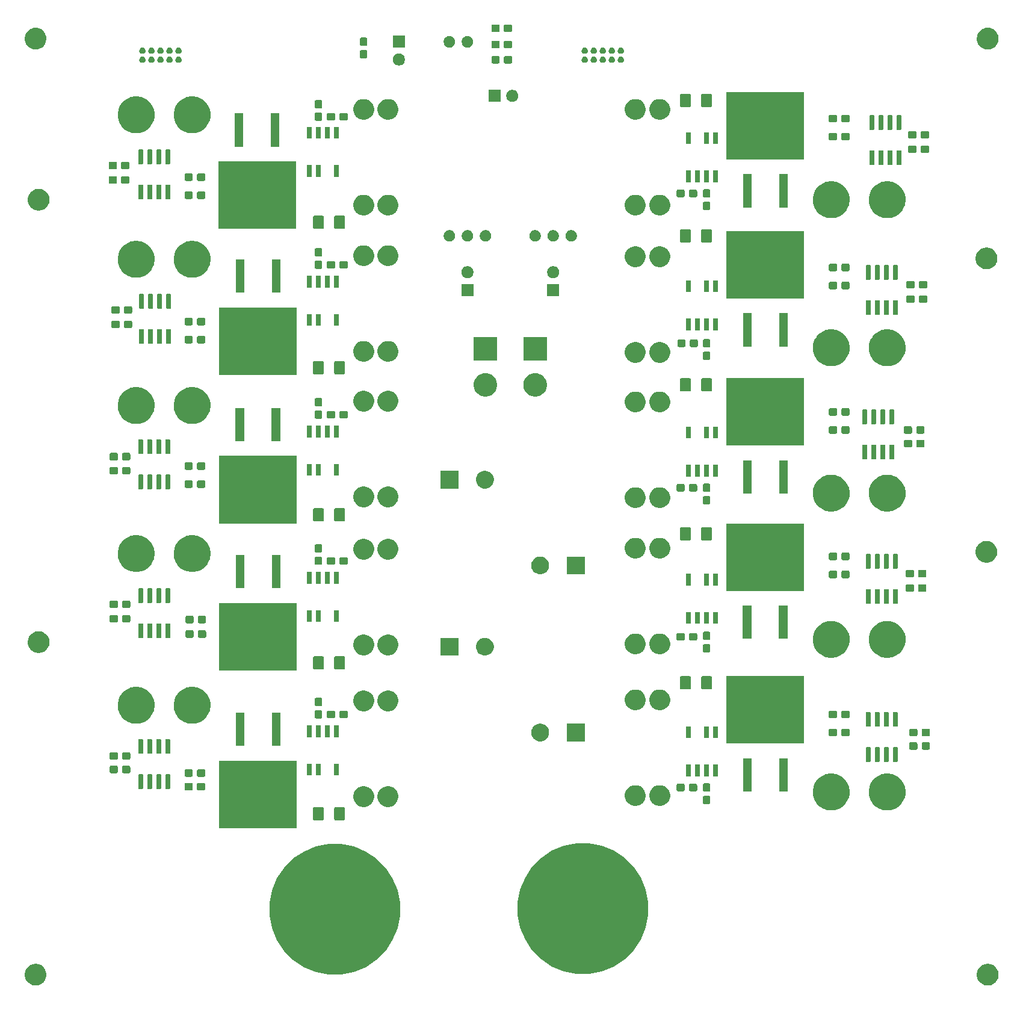
<source format=gbr>
G04 #@! TF.GenerationSoftware,KiCad,Pcbnew,(5.1.5)-3*
G04 #@! TF.CreationDate,2019-12-18T20:06:37-06:00*
G04 #@! TF.ProjectId,PowerBoard_Hardware,506f7765-7242-46f6-9172-645f48617264,rev?*
G04 #@! TF.SameCoordinates,Original*
G04 #@! TF.FileFunction,Soldermask,Top*
G04 #@! TF.FilePolarity,Negative*
%FSLAX46Y46*%
G04 Gerber Fmt 4.6, Leading zero omitted, Abs format (unit mm)*
G04 Created by KiCad (PCBNEW (5.1.5)-3) date 2019-12-18 20:06:37*
%MOMM*%
%LPD*%
G04 APERTURE LIST*
%ADD10C,0.100000*%
G04 APERTURE END LIST*
D10*
G36*
X234795237Y-164676967D02*
G01*
X234942473Y-164706254D01*
X235219859Y-164821151D01*
X235469501Y-164987957D01*
X235681803Y-165200259D01*
X235848609Y-165449901D01*
X235963506Y-165727287D01*
X236022080Y-166021759D01*
X236022080Y-166322001D01*
X235963506Y-166616473D01*
X235848609Y-166893859D01*
X235681803Y-167143501D01*
X235469501Y-167355803D01*
X235219859Y-167522609D01*
X234942473Y-167637506D01*
X234795237Y-167666793D01*
X234648002Y-167696080D01*
X234347758Y-167696080D01*
X234200523Y-167666793D01*
X234053287Y-167637506D01*
X233775901Y-167522609D01*
X233526259Y-167355803D01*
X233313957Y-167143501D01*
X233147151Y-166893859D01*
X233032254Y-166616473D01*
X232973680Y-166322001D01*
X232973680Y-166021759D01*
X233032254Y-165727287D01*
X233147151Y-165449901D01*
X233313957Y-165200259D01*
X233526259Y-164987957D01*
X233775901Y-164821151D01*
X234053287Y-164706254D01*
X234200523Y-164676967D01*
X234347758Y-164647680D01*
X234648002Y-164647680D01*
X234795237Y-164676967D01*
G37*
G36*
X100825477Y-164676967D02*
G01*
X100972713Y-164706254D01*
X101250099Y-164821151D01*
X101499741Y-164987957D01*
X101712043Y-165200259D01*
X101878849Y-165449901D01*
X101993746Y-165727287D01*
X102052320Y-166021759D01*
X102052320Y-166322001D01*
X101993746Y-166616473D01*
X101878849Y-166893859D01*
X101712043Y-167143501D01*
X101499741Y-167355803D01*
X101250099Y-167522609D01*
X100972713Y-167637506D01*
X100825477Y-167666793D01*
X100678242Y-167696080D01*
X100377998Y-167696080D01*
X100230763Y-167666793D01*
X100083527Y-167637506D01*
X99806141Y-167522609D01*
X99556499Y-167355803D01*
X99344197Y-167143501D01*
X99177391Y-166893859D01*
X99062494Y-166616473D01*
X99003920Y-166322001D01*
X99003920Y-166021759D01*
X99062494Y-165727287D01*
X99177391Y-165449901D01*
X99344197Y-165200259D01*
X99556499Y-164987957D01*
X99806141Y-164821151D01*
X100083527Y-164706254D01*
X100230763Y-164676967D01*
X100377998Y-164647680D01*
X100678242Y-164647680D01*
X100825477Y-164676967D01*
G37*
G36*
X143920201Y-147855286D02*
G01*
X145303083Y-148130358D01*
X146976466Y-148823496D01*
X148482471Y-149829777D01*
X149763223Y-151110529D01*
X150769504Y-152616534D01*
X151462642Y-154289917D01*
X151816000Y-156066372D01*
X151816000Y-157877628D01*
X151462642Y-159654083D01*
X150769504Y-161327466D01*
X149763223Y-162833471D01*
X148482471Y-164114223D01*
X146976466Y-165120504D01*
X145303083Y-165813642D01*
X143920201Y-166088714D01*
X143526630Y-166167000D01*
X141715370Y-166167000D01*
X141321799Y-166088714D01*
X139938917Y-165813642D01*
X138265534Y-165120504D01*
X136759529Y-164114223D01*
X135478777Y-162833471D01*
X134472496Y-161327466D01*
X133779358Y-159654083D01*
X133426000Y-157877628D01*
X133426000Y-156066372D01*
X133779358Y-154289917D01*
X134472496Y-152616534D01*
X135478777Y-151110529D01*
X136759529Y-149829777D01*
X138265534Y-148823496D01*
X139938917Y-148130358D01*
X141321799Y-147855286D01*
X141715370Y-147777000D01*
X143526630Y-147777000D01*
X143920201Y-147855286D01*
G37*
G36*
X178845201Y-147728286D02*
G01*
X180228083Y-148003358D01*
X181901466Y-148696496D01*
X183407471Y-149702777D01*
X184688223Y-150983529D01*
X185694504Y-152489534D01*
X186387642Y-154162917D01*
X186741000Y-155939372D01*
X186741000Y-157750628D01*
X186387642Y-159527083D01*
X185694504Y-161200466D01*
X184688223Y-162706471D01*
X183407471Y-163987223D01*
X181901466Y-164993504D01*
X180228083Y-165686642D01*
X178845201Y-165961714D01*
X178451630Y-166040000D01*
X176640370Y-166040000D01*
X176246799Y-165961714D01*
X174863917Y-165686642D01*
X173190534Y-164993504D01*
X171684529Y-163987223D01*
X170403777Y-162706471D01*
X169397496Y-161200466D01*
X168704358Y-159527083D01*
X168351000Y-157750628D01*
X168351000Y-155939372D01*
X168704358Y-154162917D01*
X169397496Y-152489534D01*
X170403777Y-150983529D01*
X171684529Y-149702777D01*
X173190534Y-148696496D01*
X174863917Y-148003358D01*
X176246799Y-147728286D01*
X176640370Y-147650000D01*
X178451630Y-147650000D01*
X178845201Y-147728286D01*
G37*
G36*
X137277000Y-145540000D02*
G01*
X126375000Y-145540000D01*
X126375000Y-136038000D01*
X137277000Y-136038000D01*
X137277000Y-145540000D01*
G37*
G36*
X140948062Y-142588181D02*
G01*
X140982981Y-142598774D01*
X141015163Y-142615976D01*
X141043373Y-142639127D01*
X141066524Y-142667337D01*
X141083726Y-142699519D01*
X141094319Y-142734438D01*
X141098500Y-142776895D01*
X141098500Y-144243105D01*
X141094319Y-144285562D01*
X141083726Y-144320481D01*
X141066524Y-144352663D01*
X141043373Y-144380873D01*
X141015163Y-144404024D01*
X140982981Y-144421226D01*
X140948062Y-144431819D01*
X140905605Y-144436000D01*
X139764395Y-144436000D01*
X139721938Y-144431819D01*
X139687019Y-144421226D01*
X139654837Y-144404024D01*
X139626627Y-144380873D01*
X139603476Y-144352663D01*
X139586274Y-144320481D01*
X139575681Y-144285562D01*
X139571500Y-144243105D01*
X139571500Y-142776895D01*
X139575681Y-142734438D01*
X139586274Y-142699519D01*
X139603476Y-142667337D01*
X139626627Y-142639127D01*
X139654837Y-142615976D01*
X139687019Y-142598774D01*
X139721938Y-142588181D01*
X139764395Y-142584000D01*
X140905605Y-142584000D01*
X140948062Y-142588181D01*
G37*
G36*
X143923062Y-142588181D02*
G01*
X143957981Y-142598774D01*
X143990163Y-142615976D01*
X144018373Y-142639127D01*
X144041524Y-142667337D01*
X144058726Y-142699519D01*
X144069319Y-142734438D01*
X144073500Y-142776895D01*
X144073500Y-144243105D01*
X144069319Y-144285562D01*
X144058726Y-144320481D01*
X144041524Y-144352663D01*
X144018373Y-144380873D01*
X143990163Y-144404024D01*
X143957981Y-144421226D01*
X143923062Y-144431819D01*
X143880605Y-144436000D01*
X142739395Y-144436000D01*
X142696938Y-144431819D01*
X142662019Y-144421226D01*
X142629837Y-144404024D01*
X142601627Y-144380873D01*
X142578476Y-144352663D01*
X142561274Y-144320481D01*
X142550681Y-144285562D01*
X142546500Y-144243105D01*
X142546500Y-142776895D01*
X142550681Y-142734438D01*
X142561274Y-142699519D01*
X142578476Y-142667337D01*
X142601627Y-142639127D01*
X142629837Y-142615976D01*
X142662019Y-142598774D01*
X142696938Y-142588181D01*
X142739395Y-142584000D01*
X143880605Y-142584000D01*
X143923062Y-142588181D01*
G37*
G36*
X220933908Y-137937380D02*
G01*
X221100767Y-137970570D01*
X221572299Y-138165885D01*
X221774482Y-138300980D01*
X221996666Y-138449438D01*
X222357562Y-138810334D01*
X222478927Y-138991971D01*
X222641115Y-139234701D01*
X222836430Y-139706233D01*
X222862123Y-139835400D01*
X222936000Y-140206807D01*
X222936000Y-140717193D01*
X222914330Y-140826134D01*
X222836430Y-141217767D01*
X222641115Y-141689299D01*
X222478927Y-141932029D01*
X222357562Y-142113666D01*
X221996666Y-142474562D01*
X221832880Y-142584000D01*
X221572299Y-142758115D01*
X221100767Y-142953430D01*
X220933908Y-142986620D01*
X220600193Y-143053000D01*
X220089807Y-143053000D01*
X219756092Y-142986620D01*
X219589233Y-142953430D01*
X219117701Y-142758115D01*
X218857120Y-142584000D01*
X218693334Y-142474562D01*
X218332438Y-142113666D01*
X218211073Y-141932029D01*
X218048885Y-141689299D01*
X217853570Y-141217767D01*
X217775670Y-140826134D01*
X217754000Y-140717193D01*
X217754000Y-140206807D01*
X217827877Y-139835400D01*
X217853570Y-139706233D01*
X218048885Y-139234701D01*
X218211073Y-138991971D01*
X218332438Y-138810334D01*
X218693334Y-138449438D01*
X218915518Y-138300980D01*
X219117701Y-138165885D01*
X219589233Y-137970570D01*
X219756092Y-137937380D01*
X220089807Y-137871000D01*
X220600193Y-137871000D01*
X220933908Y-137937380D01*
G37*
G36*
X213059908Y-137937380D02*
G01*
X213226767Y-137970570D01*
X213698299Y-138165885D01*
X213900482Y-138300980D01*
X214122666Y-138449438D01*
X214483562Y-138810334D01*
X214604927Y-138991971D01*
X214767115Y-139234701D01*
X214962430Y-139706233D01*
X214988123Y-139835400D01*
X215062000Y-140206807D01*
X215062000Y-140717193D01*
X215040330Y-140826134D01*
X214962430Y-141217767D01*
X214767115Y-141689299D01*
X214604927Y-141932029D01*
X214483562Y-142113666D01*
X214122666Y-142474562D01*
X213958880Y-142584000D01*
X213698299Y-142758115D01*
X213226767Y-142953430D01*
X213059908Y-142986620D01*
X212726193Y-143053000D01*
X212215807Y-143053000D01*
X211882092Y-142986620D01*
X211715233Y-142953430D01*
X211243701Y-142758115D01*
X210983120Y-142584000D01*
X210819334Y-142474562D01*
X210458438Y-142113666D01*
X210337073Y-141932029D01*
X210174885Y-141689299D01*
X209979570Y-141217767D01*
X209901670Y-140826134D01*
X209880000Y-140717193D01*
X209880000Y-140206807D01*
X209953877Y-139835400D01*
X209979570Y-139706233D01*
X210174885Y-139234701D01*
X210337073Y-138991971D01*
X210458438Y-138810334D01*
X210819334Y-138449438D01*
X211041518Y-138300980D01*
X211243701Y-138165885D01*
X211715233Y-137970570D01*
X211882092Y-137937380D01*
X212215807Y-137871000D01*
X212726193Y-137871000D01*
X213059908Y-137937380D01*
G37*
G36*
X150540070Y-139692433D02*
G01*
X150805899Y-139802543D01*
X150805901Y-139802544D01*
X151045142Y-139962400D01*
X151248600Y-140165858D01*
X151396483Y-140387180D01*
X151408457Y-140405101D01*
X151518567Y-140670930D01*
X151574700Y-140953132D01*
X151574700Y-141240868D01*
X151518567Y-141523070D01*
X151408457Y-141788899D01*
X151408456Y-141788901D01*
X151248600Y-142028142D01*
X151045142Y-142231600D01*
X150805901Y-142391456D01*
X150805900Y-142391457D01*
X150805899Y-142391457D01*
X150540070Y-142501567D01*
X150257868Y-142557700D01*
X149970132Y-142557700D01*
X149687930Y-142501567D01*
X149422101Y-142391457D01*
X149422100Y-142391457D01*
X149422099Y-142391456D01*
X149182858Y-142231600D01*
X148979400Y-142028142D01*
X148819544Y-141788901D01*
X148819543Y-141788899D01*
X148709433Y-141523070D01*
X148653300Y-141240868D01*
X148653300Y-140953132D01*
X148709433Y-140670930D01*
X148819543Y-140405101D01*
X148831517Y-140387180D01*
X148979400Y-140165858D01*
X149182858Y-139962400D01*
X149422099Y-139802544D01*
X149422101Y-139802543D01*
X149687930Y-139692433D01*
X149970132Y-139636300D01*
X150257868Y-139636300D01*
X150540070Y-139692433D01*
G37*
G36*
X147111070Y-139692433D02*
G01*
X147376899Y-139802543D01*
X147376901Y-139802544D01*
X147616142Y-139962400D01*
X147819600Y-140165858D01*
X147967483Y-140387180D01*
X147979457Y-140405101D01*
X148089567Y-140670930D01*
X148145700Y-140953132D01*
X148145700Y-141240868D01*
X148089567Y-141523070D01*
X147979457Y-141788899D01*
X147979456Y-141788901D01*
X147819600Y-142028142D01*
X147616142Y-142231600D01*
X147376901Y-142391456D01*
X147376900Y-142391457D01*
X147376899Y-142391457D01*
X147111070Y-142501567D01*
X146828868Y-142557700D01*
X146541132Y-142557700D01*
X146258930Y-142501567D01*
X145993101Y-142391457D01*
X145993100Y-142391457D01*
X145993099Y-142391456D01*
X145753858Y-142231600D01*
X145550400Y-142028142D01*
X145390544Y-141788901D01*
X145390543Y-141788899D01*
X145280433Y-141523070D01*
X145224300Y-141240868D01*
X145224300Y-140953132D01*
X145280433Y-140670930D01*
X145390543Y-140405101D01*
X145402517Y-140387180D01*
X145550400Y-140165858D01*
X145753858Y-139962400D01*
X145993099Y-139802544D01*
X145993101Y-139802543D01*
X146258930Y-139692433D01*
X146541132Y-139636300D01*
X146828868Y-139636300D01*
X147111070Y-139692433D01*
G37*
G36*
X188767070Y-139565433D02*
G01*
X189032899Y-139675543D01*
X189032901Y-139675544D01*
X189272142Y-139835400D01*
X189475600Y-140038858D01*
X189635456Y-140278099D01*
X189635457Y-140278101D01*
X189745567Y-140543930D01*
X189801700Y-140826132D01*
X189801700Y-141113868D01*
X189745567Y-141396070D01*
X189692961Y-141523071D01*
X189635456Y-141661901D01*
X189475600Y-141901142D01*
X189272142Y-142104600D01*
X189032901Y-142264456D01*
X189032900Y-142264457D01*
X189032899Y-142264457D01*
X188767070Y-142374567D01*
X188484868Y-142430700D01*
X188197132Y-142430700D01*
X187914930Y-142374567D01*
X187649101Y-142264457D01*
X187649100Y-142264457D01*
X187649099Y-142264456D01*
X187409858Y-142104600D01*
X187206400Y-141901142D01*
X187046544Y-141661901D01*
X186989039Y-141523071D01*
X186936433Y-141396070D01*
X186880300Y-141113868D01*
X186880300Y-140826132D01*
X186936433Y-140543930D01*
X187046543Y-140278101D01*
X187046544Y-140278099D01*
X187206400Y-140038858D01*
X187409858Y-139835400D01*
X187649099Y-139675544D01*
X187649101Y-139675543D01*
X187914930Y-139565433D01*
X188197132Y-139509300D01*
X188484868Y-139509300D01*
X188767070Y-139565433D01*
G37*
G36*
X185338070Y-139565433D02*
G01*
X185603899Y-139675543D01*
X185603901Y-139675544D01*
X185843142Y-139835400D01*
X186046600Y-140038858D01*
X186206456Y-140278099D01*
X186206457Y-140278101D01*
X186316567Y-140543930D01*
X186372700Y-140826132D01*
X186372700Y-141113868D01*
X186316567Y-141396070D01*
X186263961Y-141523071D01*
X186206456Y-141661901D01*
X186046600Y-141901142D01*
X185843142Y-142104600D01*
X185603901Y-142264456D01*
X185603900Y-142264457D01*
X185603899Y-142264457D01*
X185338070Y-142374567D01*
X185055868Y-142430700D01*
X184768132Y-142430700D01*
X184485930Y-142374567D01*
X184220101Y-142264457D01*
X184220100Y-142264457D01*
X184220099Y-142264456D01*
X183980858Y-142104600D01*
X183777400Y-141901142D01*
X183617544Y-141661901D01*
X183560039Y-141523071D01*
X183507433Y-141396070D01*
X183451300Y-141113868D01*
X183451300Y-140826132D01*
X183507433Y-140543930D01*
X183617543Y-140278101D01*
X183617544Y-140278099D01*
X183777400Y-140038858D01*
X183980858Y-139835400D01*
X184220099Y-139675544D01*
X184220101Y-139675543D01*
X184485930Y-139565433D01*
X184768132Y-139509300D01*
X185055868Y-139509300D01*
X185338070Y-139565433D01*
G37*
G36*
X195309499Y-141005445D02*
G01*
X195346995Y-141016820D01*
X195381554Y-141035292D01*
X195411847Y-141060153D01*
X195436708Y-141090446D01*
X195455180Y-141125005D01*
X195466555Y-141162501D01*
X195471000Y-141207638D01*
X195471000Y-141946362D01*
X195466555Y-141991499D01*
X195455180Y-142028995D01*
X195436708Y-142063554D01*
X195411847Y-142093847D01*
X195381554Y-142118708D01*
X195346995Y-142137180D01*
X195309499Y-142148555D01*
X195264362Y-142153000D01*
X194625638Y-142153000D01*
X194580501Y-142148555D01*
X194543005Y-142137180D01*
X194508446Y-142118708D01*
X194478153Y-142093847D01*
X194453292Y-142063554D01*
X194434820Y-142028995D01*
X194423445Y-141991499D01*
X194419000Y-141946362D01*
X194419000Y-141207638D01*
X194423445Y-141162501D01*
X194434820Y-141125005D01*
X194453292Y-141090446D01*
X194478153Y-141060153D01*
X194508446Y-141035292D01*
X194543005Y-141016820D01*
X194580501Y-141005445D01*
X194625638Y-141001000D01*
X195264362Y-141001000D01*
X195309499Y-141005445D01*
G37*
G36*
X206341000Y-140406000D02*
G01*
X205139000Y-140406000D01*
X205139000Y-135704000D01*
X206341000Y-135704000D01*
X206341000Y-140406000D01*
G37*
G36*
X201261000Y-140406000D02*
G01*
X200059000Y-140406000D01*
X200059000Y-135704000D01*
X201261000Y-135704000D01*
X201261000Y-140406000D01*
G37*
G36*
X195309499Y-139255445D02*
G01*
X195346995Y-139266820D01*
X195381554Y-139285292D01*
X195411847Y-139310153D01*
X195436708Y-139340446D01*
X195455180Y-139375005D01*
X195466555Y-139412501D01*
X195471000Y-139457638D01*
X195471000Y-140196362D01*
X195466555Y-140241499D01*
X195455180Y-140278995D01*
X195436708Y-140313554D01*
X195411847Y-140343847D01*
X195381554Y-140368708D01*
X195346995Y-140387180D01*
X195309499Y-140398555D01*
X195264362Y-140403000D01*
X194625638Y-140403000D01*
X194580501Y-140398555D01*
X194543005Y-140387180D01*
X194508446Y-140368708D01*
X194478153Y-140343847D01*
X194453292Y-140313554D01*
X194434820Y-140278995D01*
X194423445Y-140241499D01*
X194419000Y-140196362D01*
X194419000Y-139457638D01*
X194423445Y-139412501D01*
X194434820Y-139375005D01*
X194453292Y-139340446D01*
X194478153Y-139310153D01*
X194508446Y-139285292D01*
X194543005Y-139266820D01*
X194580501Y-139255445D01*
X194625638Y-139251000D01*
X195264362Y-139251000D01*
X195309499Y-139255445D01*
G37*
G36*
X191704499Y-139305445D02*
G01*
X191741995Y-139316820D01*
X191776554Y-139335292D01*
X191806847Y-139360153D01*
X191831708Y-139390446D01*
X191850180Y-139425005D01*
X191861555Y-139462501D01*
X191866000Y-139507638D01*
X191866000Y-140146362D01*
X191861555Y-140191499D01*
X191850180Y-140228995D01*
X191831708Y-140263554D01*
X191806847Y-140293847D01*
X191776554Y-140318708D01*
X191741995Y-140337180D01*
X191704499Y-140348555D01*
X191659362Y-140353000D01*
X190920638Y-140353000D01*
X190875501Y-140348555D01*
X190838005Y-140337180D01*
X190803446Y-140318708D01*
X190773153Y-140293847D01*
X190748292Y-140263554D01*
X190729820Y-140228995D01*
X190718445Y-140191499D01*
X190714000Y-140146362D01*
X190714000Y-139507638D01*
X190718445Y-139462501D01*
X190729820Y-139425005D01*
X190748292Y-139390446D01*
X190773153Y-139360153D01*
X190803446Y-139335292D01*
X190838005Y-139316820D01*
X190875501Y-139305445D01*
X190920638Y-139301000D01*
X191659362Y-139301000D01*
X191704499Y-139305445D01*
G37*
G36*
X193454499Y-139305445D02*
G01*
X193491995Y-139316820D01*
X193526554Y-139335292D01*
X193556847Y-139360153D01*
X193581708Y-139390446D01*
X193600180Y-139425005D01*
X193611555Y-139462501D01*
X193616000Y-139507638D01*
X193616000Y-140146362D01*
X193611555Y-140191499D01*
X193600180Y-140228995D01*
X193581708Y-140263554D01*
X193556847Y-140293847D01*
X193526554Y-140318708D01*
X193491995Y-140337180D01*
X193454499Y-140348555D01*
X193409362Y-140353000D01*
X192670638Y-140353000D01*
X192625501Y-140348555D01*
X192588005Y-140337180D01*
X192553446Y-140318708D01*
X192523153Y-140293847D01*
X192498292Y-140263554D01*
X192479820Y-140228995D01*
X192468445Y-140191499D01*
X192464000Y-140146362D01*
X192464000Y-139507638D01*
X192468445Y-139462501D01*
X192479820Y-139425005D01*
X192498292Y-139390446D01*
X192523153Y-139360153D01*
X192553446Y-139335292D01*
X192588005Y-139316820D01*
X192625501Y-139305445D01*
X192670638Y-139301000D01*
X193409362Y-139301000D01*
X193454499Y-139305445D01*
G37*
G36*
X122489499Y-139178445D02*
G01*
X122526995Y-139189820D01*
X122561554Y-139208292D01*
X122591847Y-139233153D01*
X122616708Y-139263446D01*
X122635180Y-139298005D01*
X122646555Y-139335501D01*
X122651000Y-139380638D01*
X122651000Y-140019362D01*
X122646555Y-140064499D01*
X122635180Y-140101995D01*
X122616708Y-140136554D01*
X122591847Y-140166847D01*
X122561554Y-140191708D01*
X122526995Y-140210180D01*
X122489499Y-140221555D01*
X122444362Y-140226000D01*
X121705638Y-140226000D01*
X121660501Y-140221555D01*
X121623005Y-140210180D01*
X121588446Y-140191708D01*
X121558153Y-140166847D01*
X121533292Y-140136554D01*
X121514820Y-140101995D01*
X121503445Y-140064499D01*
X121499000Y-140019362D01*
X121499000Y-139380638D01*
X121503445Y-139335501D01*
X121514820Y-139298005D01*
X121533292Y-139263446D01*
X121558153Y-139233153D01*
X121588446Y-139208292D01*
X121623005Y-139189820D01*
X121660501Y-139178445D01*
X121705638Y-139174000D01*
X122444362Y-139174000D01*
X122489499Y-139178445D01*
G37*
G36*
X124239499Y-139178445D02*
G01*
X124276995Y-139189820D01*
X124311554Y-139208292D01*
X124341847Y-139233153D01*
X124366708Y-139263446D01*
X124385180Y-139298005D01*
X124396555Y-139335501D01*
X124401000Y-139380638D01*
X124401000Y-140019362D01*
X124396555Y-140064499D01*
X124385180Y-140101995D01*
X124366708Y-140136554D01*
X124341847Y-140166847D01*
X124311554Y-140191708D01*
X124276995Y-140210180D01*
X124239499Y-140221555D01*
X124194362Y-140226000D01*
X123455638Y-140226000D01*
X123410501Y-140221555D01*
X123373005Y-140210180D01*
X123338446Y-140191708D01*
X123308153Y-140166847D01*
X123283292Y-140136554D01*
X123264820Y-140101995D01*
X123253445Y-140064499D01*
X123249000Y-140019362D01*
X123249000Y-139380638D01*
X123253445Y-139335501D01*
X123264820Y-139298005D01*
X123283292Y-139263446D01*
X123308153Y-139233153D01*
X123338446Y-139208292D01*
X123373005Y-139189820D01*
X123410501Y-139178445D01*
X123455638Y-139174000D01*
X124194362Y-139174000D01*
X124239499Y-139178445D01*
G37*
G36*
X118115928Y-137976764D02*
G01*
X118137009Y-137983160D01*
X118156445Y-137993548D01*
X118173476Y-138007524D01*
X118187452Y-138024555D01*
X118197840Y-138043991D01*
X118204236Y-138065072D01*
X118207000Y-138093140D01*
X118207000Y-139906860D01*
X118204236Y-139934928D01*
X118197840Y-139956009D01*
X118187452Y-139975445D01*
X118173476Y-139992476D01*
X118156445Y-140006452D01*
X118137009Y-140016840D01*
X118115928Y-140023236D01*
X118087860Y-140026000D01*
X117624140Y-140026000D01*
X117596072Y-140023236D01*
X117574991Y-140016840D01*
X117555555Y-140006452D01*
X117538524Y-139992476D01*
X117524548Y-139975445D01*
X117514160Y-139956009D01*
X117507764Y-139934928D01*
X117505000Y-139906860D01*
X117505000Y-138093140D01*
X117507764Y-138065072D01*
X117514160Y-138043991D01*
X117524548Y-138024555D01*
X117538524Y-138007524D01*
X117555555Y-137993548D01*
X117574991Y-137983160D01*
X117596072Y-137976764D01*
X117624140Y-137974000D01*
X118087860Y-137974000D01*
X118115928Y-137976764D01*
G37*
G36*
X119385928Y-137976764D02*
G01*
X119407009Y-137983160D01*
X119426445Y-137993548D01*
X119443476Y-138007524D01*
X119457452Y-138024555D01*
X119467840Y-138043991D01*
X119474236Y-138065072D01*
X119477000Y-138093140D01*
X119477000Y-139906860D01*
X119474236Y-139934928D01*
X119467840Y-139956009D01*
X119457452Y-139975445D01*
X119443476Y-139992476D01*
X119426445Y-140006452D01*
X119407009Y-140016840D01*
X119385928Y-140023236D01*
X119357860Y-140026000D01*
X118894140Y-140026000D01*
X118866072Y-140023236D01*
X118844991Y-140016840D01*
X118825555Y-140006452D01*
X118808524Y-139992476D01*
X118794548Y-139975445D01*
X118784160Y-139956009D01*
X118777764Y-139934928D01*
X118775000Y-139906860D01*
X118775000Y-138093140D01*
X118777764Y-138065072D01*
X118784160Y-138043991D01*
X118794548Y-138024555D01*
X118808524Y-138007524D01*
X118825555Y-137993548D01*
X118844991Y-137983160D01*
X118866072Y-137976764D01*
X118894140Y-137974000D01*
X119357860Y-137974000D01*
X119385928Y-137976764D01*
G37*
G36*
X116845928Y-137976764D02*
G01*
X116867009Y-137983160D01*
X116886445Y-137993548D01*
X116903476Y-138007524D01*
X116917452Y-138024555D01*
X116927840Y-138043991D01*
X116934236Y-138065072D01*
X116937000Y-138093140D01*
X116937000Y-139906860D01*
X116934236Y-139934928D01*
X116927840Y-139956009D01*
X116917452Y-139975445D01*
X116903476Y-139992476D01*
X116886445Y-140006452D01*
X116867009Y-140016840D01*
X116845928Y-140023236D01*
X116817860Y-140026000D01*
X116354140Y-140026000D01*
X116326072Y-140023236D01*
X116304991Y-140016840D01*
X116285555Y-140006452D01*
X116268524Y-139992476D01*
X116254548Y-139975445D01*
X116244160Y-139956009D01*
X116237764Y-139934928D01*
X116235000Y-139906860D01*
X116235000Y-138093140D01*
X116237764Y-138065072D01*
X116244160Y-138043991D01*
X116254548Y-138024555D01*
X116268524Y-138007524D01*
X116285555Y-137993548D01*
X116304991Y-137983160D01*
X116326072Y-137976764D01*
X116354140Y-137974000D01*
X116817860Y-137974000D01*
X116845928Y-137976764D01*
G37*
G36*
X115575928Y-137976764D02*
G01*
X115597009Y-137983160D01*
X115616445Y-137993548D01*
X115633476Y-138007524D01*
X115647452Y-138024555D01*
X115657840Y-138043991D01*
X115664236Y-138065072D01*
X115667000Y-138093140D01*
X115667000Y-139906860D01*
X115664236Y-139934928D01*
X115657840Y-139956009D01*
X115647452Y-139975445D01*
X115633476Y-139992476D01*
X115616445Y-140006452D01*
X115597009Y-140016840D01*
X115575928Y-140023236D01*
X115547860Y-140026000D01*
X115084140Y-140026000D01*
X115056072Y-140023236D01*
X115034991Y-140016840D01*
X115015555Y-140006452D01*
X114998524Y-139992476D01*
X114984548Y-139975445D01*
X114974160Y-139956009D01*
X114967764Y-139934928D01*
X114965000Y-139906860D01*
X114965000Y-138093140D01*
X114967764Y-138065072D01*
X114974160Y-138043991D01*
X114984548Y-138024555D01*
X114998524Y-138007524D01*
X115015555Y-137993548D01*
X115034991Y-137983160D01*
X115056072Y-137976764D01*
X115084140Y-137974000D01*
X115547860Y-137974000D01*
X115575928Y-137976764D01*
G37*
G36*
X124239499Y-137273445D02*
G01*
X124276995Y-137284820D01*
X124311554Y-137303292D01*
X124341847Y-137328153D01*
X124366708Y-137358446D01*
X124385180Y-137393005D01*
X124396555Y-137430501D01*
X124401000Y-137475638D01*
X124401000Y-138114362D01*
X124396555Y-138159499D01*
X124385180Y-138196995D01*
X124366708Y-138231554D01*
X124341847Y-138261847D01*
X124311554Y-138286708D01*
X124276995Y-138305180D01*
X124239499Y-138316555D01*
X124194362Y-138321000D01*
X123455638Y-138321000D01*
X123410501Y-138316555D01*
X123373005Y-138305180D01*
X123338446Y-138286708D01*
X123308153Y-138261847D01*
X123283292Y-138231554D01*
X123264820Y-138196995D01*
X123253445Y-138159499D01*
X123249000Y-138114362D01*
X123249000Y-137475638D01*
X123253445Y-137430501D01*
X123264820Y-137393005D01*
X123283292Y-137358446D01*
X123308153Y-137328153D01*
X123338446Y-137303292D01*
X123373005Y-137284820D01*
X123410501Y-137273445D01*
X123455638Y-137269000D01*
X124194362Y-137269000D01*
X124239499Y-137273445D01*
G37*
G36*
X122489499Y-137273445D02*
G01*
X122526995Y-137284820D01*
X122561554Y-137303292D01*
X122591847Y-137328153D01*
X122616708Y-137358446D01*
X122635180Y-137393005D01*
X122646555Y-137430501D01*
X122651000Y-137475638D01*
X122651000Y-138114362D01*
X122646555Y-138159499D01*
X122635180Y-138196995D01*
X122616708Y-138231554D01*
X122591847Y-138261847D01*
X122561554Y-138286708D01*
X122526995Y-138305180D01*
X122489499Y-138316555D01*
X122444362Y-138321000D01*
X121705638Y-138321000D01*
X121660501Y-138316555D01*
X121623005Y-138305180D01*
X121588446Y-138286708D01*
X121558153Y-138261847D01*
X121533292Y-138231554D01*
X121514820Y-138196995D01*
X121503445Y-138159499D01*
X121499000Y-138114362D01*
X121499000Y-137475638D01*
X121503445Y-137430501D01*
X121514820Y-137393005D01*
X121533292Y-137358446D01*
X121558153Y-137328153D01*
X121588446Y-137303292D01*
X121623005Y-137284820D01*
X121660501Y-137273445D01*
X121705638Y-137269000D01*
X122444362Y-137269000D01*
X122489499Y-137273445D01*
G37*
G36*
X195296000Y-138273000D02*
G01*
X194594000Y-138273000D01*
X194594000Y-136621000D01*
X195296000Y-136621000D01*
X195296000Y-138273000D01*
G37*
G36*
X194026000Y-138273000D02*
G01*
X193324000Y-138273000D01*
X193324000Y-136621000D01*
X194026000Y-136621000D01*
X194026000Y-138273000D01*
G37*
G36*
X192756000Y-138273000D02*
G01*
X192054000Y-138273000D01*
X192054000Y-136621000D01*
X192756000Y-136621000D01*
X192756000Y-138273000D01*
G37*
G36*
X196566000Y-138273000D02*
G01*
X195864000Y-138273000D01*
X195864000Y-136621000D01*
X196566000Y-136621000D01*
X196566000Y-138273000D01*
G37*
G36*
X139416000Y-138146000D02*
G01*
X138714000Y-138146000D01*
X138714000Y-136494000D01*
X139416000Y-136494000D01*
X139416000Y-138146000D01*
G37*
G36*
X140686000Y-138146000D02*
G01*
X139984000Y-138146000D01*
X139984000Y-136494000D01*
X140686000Y-136494000D01*
X140686000Y-138146000D01*
G37*
G36*
X143226000Y-138146000D02*
G01*
X142524000Y-138146000D01*
X142524000Y-136494000D01*
X143226000Y-136494000D01*
X143226000Y-138146000D01*
G37*
G36*
X111948499Y-136765445D02*
G01*
X111985995Y-136776820D01*
X112020554Y-136795292D01*
X112050847Y-136820153D01*
X112075708Y-136850446D01*
X112094180Y-136885005D01*
X112105555Y-136922501D01*
X112110000Y-136967638D01*
X112110000Y-137606362D01*
X112105555Y-137651499D01*
X112094180Y-137688995D01*
X112075708Y-137723554D01*
X112050847Y-137753847D01*
X112020554Y-137778708D01*
X111985995Y-137797180D01*
X111948499Y-137808555D01*
X111903362Y-137813000D01*
X111164638Y-137813000D01*
X111119501Y-137808555D01*
X111082005Y-137797180D01*
X111047446Y-137778708D01*
X111017153Y-137753847D01*
X110992292Y-137723554D01*
X110973820Y-137688995D01*
X110962445Y-137651499D01*
X110958000Y-137606362D01*
X110958000Y-136967638D01*
X110962445Y-136922501D01*
X110973820Y-136885005D01*
X110992292Y-136850446D01*
X111017153Y-136820153D01*
X111047446Y-136795292D01*
X111082005Y-136776820D01*
X111119501Y-136765445D01*
X111164638Y-136761000D01*
X111903362Y-136761000D01*
X111948499Y-136765445D01*
G37*
G36*
X113698499Y-136765445D02*
G01*
X113735995Y-136776820D01*
X113770554Y-136795292D01*
X113800847Y-136820153D01*
X113825708Y-136850446D01*
X113844180Y-136885005D01*
X113855555Y-136922501D01*
X113860000Y-136967638D01*
X113860000Y-137606362D01*
X113855555Y-137651499D01*
X113844180Y-137688995D01*
X113825708Y-137723554D01*
X113800847Y-137753847D01*
X113770554Y-137778708D01*
X113735995Y-137797180D01*
X113698499Y-137808555D01*
X113653362Y-137813000D01*
X112914638Y-137813000D01*
X112869501Y-137808555D01*
X112832005Y-137797180D01*
X112797446Y-137778708D01*
X112767153Y-137753847D01*
X112742292Y-137723554D01*
X112723820Y-137688995D01*
X112712445Y-137651499D01*
X112708000Y-137606362D01*
X112708000Y-136967638D01*
X112712445Y-136922501D01*
X112723820Y-136885005D01*
X112742292Y-136850446D01*
X112767153Y-136820153D01*
X112797446Y-136795292D01*
X112832005Y-136776820D01*
X112869501Y-136765445D01*
X112914638Y-136761000D01*
X113653362Y-136761000D01*
X113698499Y-136765445D01*
G37*
G36*
X220477928Y-134166764D02*
G01*
X220499009Y-134173160D01*
X220518445Y-134183548D01*
X220535476Y-134197524D01*
X220549452Y-134214555D01*
X220559840Y-134233991D01*
X220566236Y-134255072D01*
X220569000Y-134283140D01*
X220569000Y-136096860D01*
X220566236Y-136124928D01*
X220559840Y-136146009D01*
X220549452Y-136165445D01*
X220535476Y-136182476D01*
X220518445Y-136196452D01*
X220499009Y-136206840D01*
X220477928Y-136213236D01*
X220449860Y-136216000D01*
X219986140Y-136216000D01*
X219958072Y-136213236D01*
X219936991Y-136206840D01*
X219917555Y-136196452D01*
X219900524Y-136182476D01*
X219886548Y-136165445D01*
X219876160Y-136146009D01*
X219869764Y-136124928D01*
X219867000Y-136096860D01*
X219867000Y-134283140D01*
X219869764Y-134255072D01*
X219876160Y-134233991D01*
X219886548Y-134214555D01*
X219900524Y-134197524D01*
X219917555Y-134183548D01*
X219936991Y-134173160D01*
X219958072Y-134166764D01*
X219986140Y-134164000D01*
X220449860Y-134164000D01*
X220477928Y-134166764D01*
G37*
G36*
X219207928Y-134166764D02*
G01*
X219229009Y-134173160D01*
X219248445Y-134183548D01*
X219265476Y-134197524D01*
X219279452Y-134214555D01*
X219289840Y-134233991D01*
X219296236Y-134255072D01*
X219299000Y-134283140D01*
X219299000Y-136096860D01*
X219296236Y-136124928D01*
X219289840Y-136146009D01*
X219279452Y-136165445D01*
X219265476Y-136182476D01*
X219248445Y-136196452D01*
X219229009Y-136206840D01*
X219207928Y-136213236D01*
X219179860Y-136216000D01*
X218716140Y-136216000D01*
X218688072Y-136213236D01*
X218666991Y-136206840D01*
X218647555Y-136196452D01*
X218630524Y-136182476D01*
X218616548Y-136165445D01*
X218606160Y-136146009D01*
X218599764Y-136124928D01*
X218597000Y-136096860D01*
X218597000Y-134283140D01*
X218599764Y-134255072D01*
X218606160Y-134233991D01*
X218616548Y-134214555D01*
X218630524Y-134197524D01*
X218647555Y-134183548D01*
X218666991Y-134173160D01*
X218688072Y-134166764D01*
X218716140Y-134164000D01*
X219179860Y-134164000D01*
X219207928Y-134166764D01*
G37*
G36*
X217937928Y-134166764D02*
G01*
X217959009Y-134173160D01*
X217978445Y-134183548D01*
X217995476Y-134197524D01*
X218009452Y-134214555D01*
X218019840Y-134233991D01*
X218026236Y-134255072D01*
X218029000Y-134283140D01*
X218029000Y-136096860D01*
X218026236Y-136124928D01*
X218019840Y-136146009D01*
X218009452Y-136165445D01*
X217995476Y-136182476D01*
X217978445Y-136196452D01*
X217959009Y-136206840D01*
X217937928Y-136213236D01*
X217909860Y-136216000D01*
X217446140Y-136216000D01*
X217418072Y-136213236D01*
X217396991Y-136206840D01*
X217377555Y-136196452D01*
X217360524Y-136182476D01*
X217346548Y-136165445D01*
X217336160Y-136146009D01*
X217329764Y-136124928D01*
X217327000Y-136096860D01*
X217327000Y-134283140D01*
X217329764Y-134255072D01*
X217336160Y-134233991D01*
X217346548Y-134214555D01*
X217360524Y-134197524D01*
X217377555Y-134183548D01*
X217396991Y-134173160D01*
X217418072Y-134166764D01*
X217446140Y-134164000D01*
X217909860Y-134164000D01*
X217937928Y-134166764D01*
G37*
G36*
X221747928Y-134166764D02*
G01*
X221769009Y-134173160D01*
X221788445Y-134183548D01*
X221805476Y-134197524D01*
X221819452Y-134214555D01*
X221829840Y-134233991D01*
X221836236Y-134255072D01*
X221839000Y-134283140D01*
X221839000Y-136096860D01*
X221836236Y-136124928D01*
X221829840Y-136146009D01*
X221819452Y-136165445D01*
X221805476Y-136182476D01*
X221788445Y-136196452D01*
X221769009Y-136206840D01*
X221747928Y-136213236D01*
X221719860Y-136216000D01*
X221256140Y-136216000D01*
X221228072Y-136213236D01*
X221206991Y-136206840D01*
X221187555Y-136196452D01*
X221170524Y-136182476D01*
X221156548Y-136165445D01*
X221146160Y-136146009D01*
X221139764Y-136124928D01*
X221137000Y-136096860D01*
X221137000Y-134283140D01*
X221139764Y-134255072D01*
X221146160Y-134233991D01*
X221156548Y-134214555D01*
X221170524Y-134197524D01*
X221187555Y-134183548D01*
X221206991Y-134173160D01*
X221228072Y-134166764D01*
X221256140Y-134164000D01*
X221719860Y-134164000D01*
X221747928Y-134166764D01*
G37*
G36*
X111948499Y-134860445D02*
G01*
X111985995Y-134871820D01*
X112020554Y-134890292D01*
X112050847Y-134915153D01*
X112075708Y-134945446D01*
X112094180Y-134980005D01*
X112105555Y-135017501D01*
X112110000Y-135062638D01*
X112110000Y-135701362D01*
X112105555Y-135746499D01*
X112094180Y-135783995D01*
X112075708Y-135818554D01*
X112050847Y-135848847D01*
X112020554Y-135873708D01*
X111985995Y-135892180D01*
X111948499Y-135903555D01*
X111903362Y-135908000D01*
X111164638Y-135908000D01*
X111119501Y-135903555D01*
X111082005Y-135892180D01*
X111047446Y-135873708D01*
X111017153Y-135848847D01*
X110992292Y-135818554D01*
X110973820Y-135783995D01*
X110962445Y-135746499D01*
X110958000Y-135701362D01*
X110958000Y-135062638D01*
X110962445Y-135017501D01*
X110973820Y-134980005D01*
X110992292Y-134945446D01*
X111017153Y-134915153D01*
X111047446Y-134890292D01*
X111082005Y-134871820D01*
X111119501Y-134860445D01*
X111164638Y-134856000D01*
X111903362Y-134856000D01*
X111948499Y-134860445D01*
G37*
G36*
X113698499Y-134860445D02*
G01*
X113735995Y-134871820D01*
X113770554Y-134890292D01*
X113800847Y-134915153D01*
X113825708Y-134945446D01*
X113844180Y-134980005D01*
X113855555Y-135017501D01*
X113860000Y-135062638D01*
X113860000Y-135701362D01*
X113855555Y-135746499D01*
X113844180Y-135783995D01*
X113825708Y-135818554D01*
X113800847Y-135848847D01*
X113770554Y-135873708D01*
X113735995Y-135892180D01*
X113698499Y-135903555D01*
X113653362Y-135908000D01*
X112914638Y-135908000D01*
X112869501Y-135903555D01*
X112832005Y-135892180D01*
X112797446Y-135873708D01*
X112767153Y-135848847D01*
X112742292Y-135818554D01*
X112723820Y-135783995D01*
X112712445Y-135746499D01*
X112708000Y-135701362D01*
X112708000Y-135062638D01*
X112712445Y-135017501D01*
X112723820Y-134980005D01*
X112742292Y-134945446D01*
X112767153Y-134915153D01*
X112797446Y-134890292D01*
X112832005Y-134871820D01*
X112869501Y-134860445D01*
X112914638Y-134856000D01*
X113653362Y-134856000D01*
X113698499Y-134860445D01*
G37*
G36*
X118115928Y-133026764D02*
G01*
X118137009Y-133033160D01*
X118156445Y-133043548D01*
X118173476Y-133057524D01*
X118187452Y-133074555D01*
X118197840Y-133093991D01*
X118204236Y-133115072D01*
X118207000Y-133143140D01*
X118207000Y-134956860D01*
X118204236Y-134984928D01*
X118197840Y-135006009D01*
X118187452Y-135025445D01*
X118173476Y-135042476D01*
X118156445Y-135056452D01*
X118137009Y-135066840D01*
X118115928Y-135073236D01*
X118087860Y-135076000D01*
X117624140Y-135076000D01*
X117596072Y-135073236D01*
X117574991Y-135066840D01*
X117555555Y-135056452D01*
X117538524Y-135042476D01*
X117524548Y-135025445D01*
X117514160Y-135006009D01*
X117507764Y-134984928D01*
X117505000Y-134956860D01*
X117505000Y-133143140D01*
X117507764Y-133115072D01*
X117514160Y-133093991D01*
X117524548Y-133074555D01*
X117538524Y-133057524D01*
X117555555Y-133043548D01*
X117574991Y-133033160D01*
X117596072Y-133026764D01*
X117624140Y-133024000D01*
X118087860Y-133024000D01*
X118115928Y-133026764D01*
G37*
G36*
X119385928Y-133026764D02*
G01*
X119407009Y-133033160D01*
X119426445Y-133043548D01*
X119443476Y-133057524D01*
X119457452Y-133074555D01*
X119467840Y-133093991D01*
X119474236Y-133115072D01*
X119477000Y-133143140D01*
X119477000Y-134956860D01*
X119474236Y-134984928D01*
X119467840Y-135006009D01*
X119457452Y-135025445D01*
X119443476Y-135042476D01*
X119426445Y-135056452D01*
X119407009Y-135066840D01*
X119385928Y-135073236D01*
X119357860Y-135076000D01*
X118894140Y-135076000D01*
X118866072Y-135073236D01*
X118844991Y-135066840D01*
X118825555Y-135056452D01*
X118808524Y-135042476D01*
X118794548Y-135025445D01*
X118784160Y-135006009D01*
X118777764Y-134984928D01*
X118775000Y-134956860D01*
X118775000Y-133143140D01*
X118777764Y-133115072D01*
X118784160Y-133093991D01*
X118794548Y-133074555D01*
X118808524Y-133057524D01*
X118825555Y-133043548D01*
X118844991Y-133033160D01*
X118866072Y-133026764D01*
X118894140Y-133024000D01*
X119357860Y-133024000D01*
X119385928Y-133026764D01*
G37*
G36*
X116845928Y-133026764D02*
G01*
X116867009Y-133033160D01*
X116886445Y-133043548D01*
X116903476Y-133057524D01*
X116917452Y-133074555D01*
X116927840Y-133093991D01*
X116934236Y-133115072D01*
X116937000Y-133143140D01*
X116937000Y-134956860D01*
X116934236Y-134984928D01*
X116927840Y-135006009D01*
X116917452Y-135025445D01*
X116903476Y-135042476D01*
X116886445Y-135056452D01*
X116867009Y-135066840D01*
X116845928Y-135073236D01*
X116817860Y-135076000D01*
X116354140Y-135076000D01*
X116326072Y-135073236D01*
X116304991Y-135066840D01*
X116285555Y-135056452D01*
X116268524Y-135042476D01*
X116254548Y-135025445D01*
X116244160Y-135006009D01*
X116237764Y-134984928D01*
X116235000Y-134956860D01*
X116235000Y-133143140D01*
X116237764Y-133115072D01*
X116244160Y-133093991D01*
X116254548Y-133074555D01*
X116268524Y-133057524D01*
X116285555Y-133043548D01*
X116304991Y-133033160D01*
X116326072Y-133026764D01*
X116354140Y-133024000D01*
X116817860Y-133024000D01*
X116845928Y-133026764D01*
G37*
G36*
X115575928Y-133026764D02*
G01*
X115597009Y-133033160D01*
X115616445Y-133043548D01*
X115633476Y-133057524D01*
X115647452Y-133074555D01*
X115657840Y-133093991D01*
X115664236Y-133115072D01*
X115667000Y-133143140D01*
X115667000Y-134956860D01*
X115664236Y-134984928D01*
X115657840Y-135006009D01*
X115647452Y-135025445D01*
X115633476Y-135042476D01*
X115616445Y-135056452D01*
X115597009Y-135066840D01*
X115575928Y-135073236D01*
X115547860Y-135076000D01*
X115084140Y-135076000D01*
X115056072Y-135073236D01*
X115034991Y-135066840D01*
X115015555Y-135056452D01*
X114998524Y-135042476D01*
X114984548Y-135025445D01*
X114974160Y-135006009D01*
X114967764Y-134984928D01*
X114965000Y-134956860D01*
X114965000Y-133143140D01*
X114967764Y-133115072D01*
X114974160Y-133093991D01*
X114984548Y-133074555D01*
X114998524Y-133057524D01*
X115015555Y-133043548D01*
X115034991Y-133033160D01*
X115056072Y-133026764D01*
X115084140Y-133024000D01*
X115547860Y-133024000D01*
X115575928Y-133026764D01*
G37*
G36*
X224442499Y-133463445D02*
G01*
X224479995Y-133474820D01*
X224514554Y-133493292D01*
X224544847Y-133518153D01*
X224569708Y-133548446D01*
X224588180Y-133583005D01*
X224599555Y-133620501D01*
X224604000Y-133665638D01*
X224604000Y-134304362D01*
X224599555Y-134349499D01*
X224588180Y-134386995D01*
X224569708Y-134421554D01*
X224544847Y-134451847D01*
X224514554Y-134476708D01*
X224479995Y-134495180D01*
X224442499Y-134506555D01*
X224397362Y-134511000D01*
X223658638Y-134511000D01*
X223613501Y-134506555D01*
X223576005Y-134495180D01*
X223541446Y-134476708D01*
X223511153Y-134451847D01*
X223486292Y-134421554D01*
X223467820Y-134386995D01*
X223456445Y-134349499D01*
X223452000Y-134304362D01*
X223452000Y-133665638D01*
X223456445Y-133620501D01*
X223467820Y-133583005D01*
X223486292Y-133548446D01*
X223511153Y-133518153D01*
X223541446Y-133493292D01*
X223576005Y-133474820D01*
X223613501Y-133463445D01*
X223658638Y-133459000D01*
X224397362Y-133459000D01*
X224442499Y-133463445D01*
G37*
G36*
X226192499Y-133463445D02*
G01*
X226229995Y-133474820D01*
X226264554Y-133493292D01*
X226294847Y-133518153D01*
X226319708Y-133548446D01*
X226338180Y-133583005D01*
X226349555Y-133620501D01*
X226354000Y-133665638D01*
X226354000Y-134304362D01*
X226349555Y-134349499D01*
X226338180Y-134386995D01*
X226319708Y-134421554D01*
X226294847Y-134451847D01*
X226264554Y-134476708D01*
X226229995Y-134495180D01*
X226192499Y-134506555D01*
X226147362Y-134511000D01*
X225408638Y-134511000D01*
X225363501Y-134506555D01*
X225326005Y-134495180D01*
X225291446Y-134476708D01*
X225261153Y-134451847D01*
X225236292Y-134421554D01*
X225217820Y-134386995D01*
X225206445Y-134349499D01*
X225202000Y-134304362D01*
X225202000Y-133665638D01*
X225206445Y-133620501D01*
X225217820Y-133583005D01*
X225236292Y-133548446D01*
X225261153Y-133518153D01*
X225291446Y-133493292D01*
X225326005Y-133474820D01*
X225363501Y-133463445D01*
X225408638Y-133459000D01*
X226147362Y-133459000D01*
X226192499Y-133463445D01*
G37*
G36*
X129887000Y-133990000D02*
G01*
X128685000Y-133990000D01*
X128685000Y-129288000D01*
X129887000Y-129288000D01*
X129887000Y-133990000D01*
G37*
G36*
X134967000Y-133990000D02*
G01*
X133765000Y-133990000D01*
X133765000Y-129288000D01*
X134967000Y-129288000D01*
X134967000Y-133990000D01*
G37*
G36*
X208651000Y-133656000D02*
G01*
X197749000Y-133656000D01*
X197749000Y-124154000D01*
X208651000Y-124154000D01*
X208651000Y-133656000D01*
G37*
G36*
X177781000Y-133331000D02*
G01*
X175279000Y-133331000D01*
X175279000Y-130829000D01*
X177781000Y-130829000D01*
X177781000Y-133331000D01*
G37*
G36*
X171894903Y-130877075D02*
G01*
X172122571Y-130971378D01*
X172327466Y-131108285D01*
X172501715Y-131282534D01*
X172501716Y-131282536D01*
X172638623Y-131487431D01*
X172732925Y-131715097D01*
X172781000Y-131956786D01*
X172781000Y-132203214D01*
X172732925Y-132444903D01*
X172672750Y-132590180D01*
X172638622Y-132672571D01*
X172501715Y-132877466D01*
X172327466Y-133051715D01*
X172122571Y-133188622D01*
X172122570Y-133188623D01*
X172122569Y-133188623D01*
X171894903Y-133282925D01*
X171653214Y-133331000D01*
X171406786Y-133331000D01*
X171165097Y-133282925D01*
X170937431Y-133188623D01*
X170937430Y-133188623D01*
X170937429Y-133188622D01*
X170732534Y-133051715D01*
X170558285Y-132877466D01*
X170421378Y-132672571D01*
X170387251Y-132590180D01*
X170327075Y-132444903D01*
X170279000Y-132203214D01*
X170279000Y-131956786D01*
X170327075Y-131715097D01*
X170421377Y-131487431D01*
X170558284Y-131282536D01*
X170558285Y-131282534D01*
X170732534Y-131108285D01*
X170937429Y-130971378D01*
X171165097Y-130877075D01*
X171406786Y-130829000D01*
X171653214Y-130829000D01*
X171894903Y-130877075D01*
G37*
G36*
X192756000Y-132873000D02*
G01*
X192054000Y-132873000D01*
X192054000Y-131221000D01*
X192756000Y-131221000D01*
X192756000Y-132873000D01*
G37*
G36*
X196566000Y-132873000D02*
G01*
X195864000Y-132873000D01*
X195864000Y-131221000D01*
X196566000Y-131221000D01*
X196566000Y-132873000D01*
G37*
G36*
X195296000Y-132873000D02*
G01*
X194594000Y-132873000D01*
X194594000Y-131221000D01*
X195296000Y-131221000D01*
X195296000Y-132873000D01*
G37*
G36*
X139416000Y-132746000D02*
G01*
X138714000Y-132746000D01*
X138714000Y-131094000D01*
X139416000Y-131094000D01*
X139416000Y-132746000D01*
G37*
G36*
X143226000Y-132746000D02*
G01*
X142524000Y-132746000D01*
X142524000Y-131094000D01*
X143226000Y-131094000D01*
X143226000Y-132746000D01*
G37*
G36*
X141956000Y-132746000D02*
G01*
X141254000Y-132746000D01*
X141254000Y-131094000D01*
X141956000Y-131094000D01*
X141956000Y-132746000D01*
G37*
G36*
X140686000Y-132746000D02*
G01*
X139984000Y-132746000D01*
X139984000Y-131094000D01*
X140686000Y-131094000D01*
X140686000Y-132746000D01*
G37*
G36*
X226192499Y-131558445D02*
G01*
X226229995Y-131569820D01*
X226264554Y-131588292D01*
X226294847Y-131613153D01*
X226319708Y-131643446D01*
X226338180Y-131678005D01*
X226349555Y-131715501D01*
X226354000Y-131760638D01*
X226354000Y-132399362D01*
X226349555Y-132444499D01*
X226338180Y-132481995D01*
X226319708Y-132516554D01*
X226294847Y-132546847D01*
X226264554Y-132571708D01*
X226229995Y-132590180D01*
X226192499Y-132601555D01*
X226147362Y-132606000D01*
X225408638Y-132606000D01*
X225363501Y-132601555D01*
X225326005Y-132590180D01*
X225291446Y-132571708D01*
X225261153Y-132546847D01*
X225236292Y-132516554D01*
X225217820Y-132481995D01*
X225206445Y-132444499D01*
X225202000Y-132399362D01*
X225202000Y-131760638D01*
X225206445Y-131715501D01*
X225217820Y-131678005D01*
X225236292Y-131643446D01*
X225261153Y-131613153D01*
X225291446Y-131588292D01*
X225326005Y-131569820D01*
X225363501Y-131558445D01*
X225408638Y-131554000D01*
X226147362Y-131554000D01*
X226192499Y-131558445D01*
G37*
G36*
X214889499Y-131558445D02*
G01*
X214926995Y-131569820D01*
X214961554Y-131588292D01*
X214991847Y-131613153D01*
X215016708Y-131643446D01*
X215035180Y-131678005D01*
X215046555Y-131715501D01*
X215051000Y-131760638D01*
X215051000Y-132399362D01*
X215046555Y-132444499D01*
X215035180Y-132481995D01*
X215016708Y-132516554D01*
X214991847Y-132546847D01*
X214961554Y-132571708D01*
X214926995Y-132590180D01*
X214889499Y-132601555D01*
X214844362Y-132606000D01*
X214105638Y-132606000D01*
X214060501Y-132601555D01*
X214023005Y-132590180D01*
X213988446Y-132571708D01*
X213958153Y-132546847D01*
X213933292Y-132516554D01*
X213914820Y-132481995D01*
X213903445Y-132444499D01*
X213899000Y-132399362D01*
X213899000Y-131760638D01*
X213903445Y-131715501D01*
X213914820Y-131678005D01*
X213933292Y-131643446D01*
X213958153Y-131613153D01*
X213988446Y-131588292D01*
X214023005Y-131569820D01*
X214060501Y-131558445D01*
X214105638Y-131554000D01*
X214844362Y-131554000D01*
X214889499Y-131558445D01*
G37*
G36*
X213139499Y-131558445D02*
G01*
X213176995Y-131569820D01*
X213211554Y-131588292D01*
X213241847Y-131613153D01*
X213266708Y-131643446D01*
X213285180Y-131678005D01*
X213296555Y-131715501D01*
X213301000Y-131760638D01*
X213301000Y-132399362D01*
X213296555Y-132444499D01*
X213285180Y-132481995D01*
X213266708Y-132516554D01*
X213241847Y-132546847D01*
X213211554Y-132571708D01*
X213176995Y-132590180D01*
X213139499Y-132601555D01*
X213094362Y-132606000D01*
X212355638Y-132606000D01*
X212310501Y-132601555D01*
X212273005Y-132590180D01*
X212238446Y-132571708D01*
X212208153Y-132546847D01*
X212183292Y-132516554D01*
X212164820Y-132481995D01*
X212153445Y-132444499D01*
X212149000Y-132399362D01*
X212149000Y-131760638D01*
X212153445Y-131715501D01*
X212164820Y-131678005D01*
X212183292Y-131643446D01*
X212208153Y-131613153D01*
X212238446Y-131588292D01*
X212273005Y-131569820D01*
X212310501Y-131558445D01*
X212355638Y-131554000D01*
X213094362Y-131554000D01*
X213139499Y-131558445D01*
G37*
G36*
X224442499Y-131558445D02*
G01*
X224479995Y-131569820D01*
X224514554Y-131588292D01*
X224544847Y-131613153D01*
X224569708Y-131643446D01*
X224588180Y-131678005D01*
X224599555Y-131715501D01*
X224604000Y-131760638D01*
X224604000Y-132399362D01*
X224599555Y-132444499D01*
X224588180Y-132481995D01*
X224569708Y-132516554D01*
X224544847Y-132546847D01*
X224514554Y-132571708D01*
X224479995Y-132590180D01*
X224442499Y-132601555D01*
X224397362Y-132606000D01*
X223658638Y-132606000D01*
X223613501Y-132601555D01*
X223576005Y-132590180D01*
X223541446Y-132571708D01*
X223511153Y-132546847D01*
X223486292Y-132516554D01*
X223467820Y-132481995D01*
X223456445Y-132444499D01*
X223452000Y-132399362D01*
X223452000Y-131760638D01*
X223456445Y-131715501D01*
X223467820Y-131678005D01*
X223486292Y-131643446D01*
X223511153Y-131613153D01*
X223541446Y-131588292D01*
X223576005Y-131569820D01*
X223613501Y-131558445D01*
X223658638Y-131554000D01*
X224397362Y-131554000D01*
X224442499Y-131558445D01*
G37*
G36*
X219207928Y-129216764D02*
G01*
X219229009Y-129223160D01*
X219248445Y-129233548D01*
X219265476Y-129247524D01*
X219279452Y-129264555D01*
X219289840Y-129283991D01*
X219296236Y-129305072D01*
X219299000Y-129333140D01*
X219299000Y-131146860D01*
X219296236Y-131174928D01*
X219289840Y-131196009D01*
X219279452Y-131215445D01*
X219265476Y-131232476D01*
X219248445Y-131246452D01*
X219229009Y-131256840D01*
X219207928Y-131263236D01*
X219179860Y-131266000D01*
X218716140Y-131266000D01*
X218688072Y-131263236D01*
X218666991Y-131256840D01*
X218647555Y-131246452D01*
X218630524Y-131232476D01*
X218616548Y-131215445D01*
X218606160Y-131196009D01*
X218599764Y-131174928D01*
X218597000Y-131146860D01*
X218597000Y-129333140D01*
X218599764Y-129305072D01*
X218606160Y-129283991D01*
X218616548Y-129264555D01*
X218630524Y-129247524D01*
X218647555Y-129233548D01*
X218666991Y-129223160D01*
X218688072Y-129216764D01*
X218716140Y-129214000D01*
X219179860Y-129214000D01*
X219207928Y-129216764D01*
G37*
G36*
X220477928Y-129216764D02*
G01*
X220499009Y-129223160D01*
X220518445Y-129233548D01*
X220535476Y-129247524D01*
X220549452Y-129264555D01*
X220559840Y-129283991D01*
X220566236Y-129305072D01*
X220569000Y-129333140D01*
X220569000Y-131146860D01*
X220566236Y-131174928D01*
X220559840Y-131196009D01*
X220549452Y-131215445D01*
X220535476Y-131232476D01*
X220518445Y-131246452D01*
X220499009Y-131256840D01*
X220477928Y-131263236D01*
X220449860Y-131266000D01*
X219986140Y-131266000D01*
X219958072Y-131263236D01*
X219936991Y-131256840D01*
X219917555Y-131246452D01*
X219900524Y-131232476D01*
X219886548Y-131215445D01*
X219876160Y-131196009D01*
X219869764Y-131174928D01*
X219867000Y-131146860D01*
X219867000Y-129333140D01*
X219869764Y-129305072D01*
X219876160Y-129283991D01*
X219886548Y-129264555D01*
X219900524Y-129247524D01*
X219917555Y-129233548D01*
X219936991Y-129223160D01*
X219958072Y-129216764D01*
X219986140Y-129214000D01*
X220449860Y-129214000D01*
X220477928Y-129216764D01*
G37*
G36*
X221747928Y-129216764D02*
G01*
X221769009Y-129223160D01*
X221788445Y-129233548D01*
X221805476Y-129247524D01*
X221819452Y-129264555D01*
X221829840Y-129283991D01*
X221836236Y-129305072D01*
X221839000Y-129333140D01*
X221839000Y-131146860D01*
X221836236Y-131174928D01*
X221829840Y-131196009D01*
X221819452Y-131215445D01*
X221805476Y-131232476D01*
X221788445Y-131246452D01*
X221769009Y-131256840D01*
X221747928Y-131263236D01*
X221719860Y-131266000D01*
X221256140Y-131266000D01*
X221228072Y-131263236D01*
X221206991Y-131256840D01*
X221187555Y-131246452D01*
X221170524Y-131232476D01*
X221156548Y-131215445D01*
X221146160Y-131196009D01*
X221139764Y-131174928D01*
X221137000Y-131146860D01*
X221137000Y-129333140D01*
X221139764Y-129305072D01*
X221146160Y-129283991D01*
X221156548Y-129264555D01*
X221170524Y-129247524D01*
X221187555Y-129233548D01*
X221206991Y-129223160D01*
X221228072Y-129216764D01*
X221256140Y-129214000D01*
X221719860Y-129214000D01*
X221747928Y-129216764D01*
G37*
G36*
X217937928Y-129216764D02*
G01*
X217959009Y-129223160D01*
X217978445Y-129233548D01*
X217995476Y-129247524D01*
X218009452Y-129264555D01*
X218019840Y-129283991D01*
X218026236Y-129305072D01*
X218029000Y-129333140D01*
X218029000Y-131146860D01*
X218026236Y-131174928D01*
X218019840Y-131196009D01*
X218009452Y-131215445D01*
X217995476Y-131232476D01*
X217978445Y-131246452D01*
X217959009Y-131256840D01*
X217937928Y-131263236D01*
X217909860Y-131266000D01*
X217446140Y-131266000D01*
X217418072Y-131263236D01*
X217396991Y-131256840D01*
X217377555Y-131246452D01*
X217360524Y-131232476D01*
X217346548Y-131215445D01*
X217336160Y-131196009D01*
X217329764Y-131174928D01*
X217327000Y-131146860D01*
X217327000Y-129333140D01*
X217329764Y-129305072D01*
X217336160Y-129283991D01*
X217346548Y-129264555D01*
X217360524Y-129247524D01*
X217377555Y-129233548D01*
X217396991Y-129223160D01*
X217418072Y-129216764D01*
X217446140Y-129214000D01*
X217909860Y-129214000D01*
X217937928Y-129216764D01*
G37*
G36*
X115269908Y-125745380D02*
G01*
X115436767Y-125778570D01*
X115908299Y-125973885D01*
X116102182Y-126103434D01*
X116332666Y-126257438D01*
X116693562Y-126618334D01*
X116750707Y-126703858D01*
X116977115Y-127042701D01*
X117162861Y-127491132D01*
X117172430Y-127514234D01*
X117272000Y-128014807D01*
X117272000Y-128525193D01*
X117223384Y-128769601D01*
X117172430Y-129025767D01*
X116977115Y-129497299D01*
X116814927Y-129740029D01*
X116693562Y-129921666D01*
X116332666Y-130282562D01*
X116151029Y-130403927D01*
X115908299Y-130566115D01*
X115436767Y-130761430D01*
X115269908Y-130794620D01*
X114936193Y-130861000D01*
X114425807Y-130861000D01*
X114092092Y-130794620D01*
X113925233Y-130761430D01*
X113453701Y-130566115D01*
X113210971Y-130403927D01*
X113029334Y-130282562D01*
X112668438Y-129921666D01*
X112547073Y-129740029D01*
X112384885Y-129497299D01*
X112189570Y-129025767D01*
X112138616Y-128769601D01*
X112090000Y-128525193D01*
X112090000Y-128014807D01*
X112189570Y-127514234D01*
X112199139Y-127491132D01*
X112384885Y-127042701D01*
X112611293Y-126703858D01*
X112668438Y-126618334D01*
X113029334Y-126257438D01*
X113259818Y-126103434D01*
X113453701Y-125973885D01*
X113925233Y-125778570D01*
X114092092Y-125745380D01*
X114425807Y-125679000D01*
X114936193Y-125679000D01*
X115269908Y-125745380D01*
G37*
G36*
X123143908Y-125745380D02*
G01*
X123310767Y-125778570D01*
X123782299Y-125973885D01*
X123976182Y-126103434D01*
X124206666Y-126257438D01*
X124567562Y-126618334D01*
X124624707Y-126703858D01*
X124851115Y-127042701D01*
X125036861Y-127491132D01*
X125046430Y-127514234D01*
X125146000Y-128014807D01*
X125146000Y-128525193D01*
X125097384Y-128769601D01*
X125046430Y-129025767D01*
X124851115Y-129497299D01*
X124688927Y-129740029D01*
X124567562Y-129921666D01*
X124206666Y-130282562D01*
X124025029Y-130403927D01*
X123782299Y-130566115D01*
X123310767Y-130761430D01*
X123143908Y-130794620D01*
X122810193Y-130861000D01*
X122299807Y-130861000D01*
X121966092Y-130794620D01*
X121799233Y-130761430D01*
X121327701Y-130566115D01*
X121084971Y-130403927D01*
X120903334Y-130282562D01*
X120542438Y-129921666D01*
X120421073Y-129740029D01*
X120258885Y-129497299D01*
X120063570Y-129025767D01*
X120012616Y-128769601D01*
X119964000Y-128525193D01*
X119964000Y-128014807D01*
X120063570Y-127514234D01*
X120073139Y-127491132D01*
X120258885Y-127042701D01*
X120485293Y-126703858D01*
X120542438Y-126618334D01*
X120903334Y-126257438D01*
X121133818Y-126103434D01*
X121327701Y-125973885D01*
X121799233Y-125778570D01*
X121966092Y-125745380D01*
X122299807Y-125679000D01*
X122810193Y-125679000D01*
X123143908Y-125745380D01*
G37*
G36*
X140699499Y-128968445D02*
G01*
X140736995Y-128979820D01*
X140771554Y-128998292D01*
X140801847Y-129023153D01*
X140826708Y-129053446D01*
X140845180Y-129088005D01*
X140856555Y-129125501D01*
X140861000Y-129170638D01*
X140861000Y-129909362D01*
X140856555Y-129954499D01*
X140845180Y-129991995D01*
X140826708Y-130026554D01*
X140801847Y-130056847D01*
X140771554Y-130081708D01*
X140736995Y-130100180D01*
X140699499Y-130111555D01*
X140654362Y-130116000D01*
X140015638Y-130116000D01*
X139970501Y-130111555D01*
X139933005Y-130100180D01*
X139898446Y-130081708D01*
X139868153Y-130056847D01*
X139843292Y-130026554D01*
X139824820Y-129991995D01*
X139813445Y-129954499D01*
X139809000Y-129909362D01*
X139809000Y-129170638D01*
X139813445Y-129125501D01*
X139824820Y-129088005D01*
X139843292Y-129053446D01*
X139868153Y-129023153D01*
X139898446Y-128998292D01*
X139933005Y-128979820D01*
X139970501Y-128968445D01*
X140015638Y-128964000D01*
X140654362Y-128964000D01*
X140699499Y-128968445D01*
G37*
G36*
X213139499Y-129018445D02*
G01*
X213176995Y-129029820D01*
X213211554Y-129048292D01*
X213241847Y-129073153D01*
X213266708Y-129103446D01*
X213285180Y-129138005D01*
X213296555Y-129175501D01*
X213301000Y-129220638D01*
X213301000Y-129859362D01*
X213296555Y-129904499D01*
X213285180Y-129941995D01*
X213266708Y-129976554D01*
X213241847Y-130006847D01*
X213211554Y-130031708D01*
X213176995Y-130050180D01*
X213139499Y-130061555D01*
X213094362Y-130066000D01*
X212355638Y-130066000D01*
X212310501Y-130061555D01*
X212273005Y-130050180D01*
X212238446Y-130031708D01*
X212208153Y-130006847D01*
X212183292Y-129976554D01*
X212164820Y-129941995D01*
X212153445Y-129904499D01*
X212149000Y-129859362D01*
X212149000Y-129220638D01*
X212153445Y-129175501D01*
X212164820Y-129138005D01*
X212183292Y-129103446D01*
X212208153Y-129073153D01*
X212238446Y-129048292D01*
X212273005Y-129029820D01*
X212310501Y-129018445D01*
X212355638Y-129014000D01*
X213094362Y-129014000D01*
X213139499Y-129018445D01*
G37*
G36*
X142527499Y-129018445D02*
G01*
X142564995Y-129029820D01*
X142599554Y-129048292D01*
X142629847Y-129073153D01*
X142654708Y-129103446D01*
X142673180Y-129138005D01*
X142684555Y-129175501D01*
X142689000Y-129220638D01*
X142689000Y-129859362D01*
X142684555Y-129904499D01*
X142673180Y-129941995D01*
X142654708Y-129976554D01*
X142629847Y-130006847D01*
X142599554Y-130031708D01*
X142564995Y-130050180D01*
X142527499Y-130061555D01*
X142482362Y-130066000D01*
X141743638Y-130066000D01*
X141698501Y-130061555D01*
X141661005Y-130050180D01*
X141626446Y-130031708D01*
X141596153Y-130006847D01*
X141571292Y-129976554D01*
X141552820Y-129941995D01*
X141541445Y-129904499D01*
X141537000Y-129859362D01*
X141537000Y-129220638D01*
X141541445Y-129175501D01*
X141552820Y-129138005D01*
X141571292Y-129103446D01*
X141596153Y-129073153D01*
X141626446Y-129048292D01*
X141661005Y-129029820D01*
X141698501Y-129018445D01*
X141743638Y-129014000D01*
X142482362Y-129014000D01*
X142527499Y-129018445D01*
G37*
G36*
X144277499Y-129018445D02*
G01*
X144314995Y-129029820D01*
X144349554Y-129048292D01*
X144379847Y-129073153D01*
X144404708Y-129103446D01*
X144423180Y-129138005D01*
X144434555Y-129175501D01*
X144439000Y-129220638D01*
X144439000Y-129859362D01*
X144434555Y-129904499D01*
X144423180Y-129941995D01*
X144404708Y-129976554D01*
X144379847Y-130006847D01*
X144349554Y-130031708D01*
X144314995Y-130050180D01*
X144277499Y-130061555D01*
X144232362Y-130066000D01*
X143493638Y-130066000D01*
X143448501Y-130061555D01*
X143411005Y-130050180D01*
X143376446Y-130031708D01*
X143346153Y-130006847D01*
X143321292Y-129976554D01*
X143302820Y-129941995D01*
X143291445Y-129904499D01*
X143287000Y-129859362D01*
X143287000Y-129220638D01*
X143291445Y-129175501D01*
X143302820Y-129138005D01*
X143321292Y-129103446D01*
X143346153Y-129073153D01*
X143376446Y-129048292D01*
X143411005Y-129029820D01*
X143448501Y-129018445D01*
X143493638Y-129014000D01*
X144232362Y-129014000D01*
X144277499Y-129018445D01*
G37*
G36*
X214889499Y-129018445D02*
G01*
X214926995Y-129029820D01*
X214961554Y-129048292D01*
X214991847Y-129073153D01*
X215016708Y-129103446D01*
X215035180Y-129138005D01*
X215046555Y-129175501D01*
X215051000Y-129220638D01*
X215051000Y-129859362D01*
X215046555Y-129904499D01*
X215035180Y-129941995D01*
X215016708Y-129976554D01*
X214991847Y-130006847D01*
X214961554Y-130031708D01*
X214926995Y-130050180D01*
X214889499Y-130061555D01*
X214844362Y-130066000D01*
X214105638Y-130066000D01*
X214060501Y-130061555D01*
X214023005Y-130050180D01*
X213988446Y-130031708D01*
X213958153Y-130006847D01*
X213933292Y-129976554D01*
X213914820Y-129941995D01*
X213903445Y-129904499D01*
X213899000Y-129859362D01*
X213899000Y-129220638D01*
X213903445Y-129175501D01*
X213914820Y-129138005D01*
X213933292Y-129103446D01*
X213958153Y-129073153D01*
X213988446Y-129048292D01*
X214023005Y-129029820D01*
X214060501Y-129018445D01*
X214105638Y-129014000D01*
X214844362Y-129014000D01*
X214889499Y-129018445D01*
G37*
G36*
X147111070Y-126230433D02*
G01*
X147376899Y-126340543D01*
X147376901Y-126340544D01*
X147616142Y-126500400D01*
X147819600Y-126703858D01*
X147979456Y-126943099D01*
X147979457Y-126943101D01*
X148089567Y-127208930D01*
X148145700Y-127491132D01*
X148145700Y-127778868D01*
X148089567Y-128061070D01*
X147995168Y-128288969D01*
X147979456Y-128326901D01*
X147819600Y-128566142D01*
X147616142Y-128769600D01*
X147376901Y-128929456D01*
X147376900Y-128929457D01*
X147376899Y-128929457D01*
X147111070Y-129039567D01*
X146828868Y-129095700D01*
X146541132Y-129095700D01*
X146258930Y-129039567D01*
X145993101Y-128929457D01*
X145993100Y-128929457D01*
X145993099Y-128929456D01*
X145753858Y-128769600D01*
X145550400Y-128566142D01*
X145390544Y-128326901D01*
X145374832Y-128288969D01*
X145280433Y-128061070D01*
X145224300Y-127778868D01*
X145224300Y-127491132D01*
X145280433Y-127208930D01*
X145390543Y-126943101D01*
X145390544Y-126943099D01*
X145550400Y-126703858D01*
X145753858Y-126500400D01*
X145993099Y-126340544D01*
X145993101Y-126340543D01*
X146258930Y-126230433D01*
X146541132Y-126174300D01*
X146828868Y-126174300D01*
X147111070Y-126230433D01*
G37*
G36*
X150540070Y-126230433D02*
G01*
X150805899Y-126340543D01*
X150805901Y-126340544D01*
X151045142Y-126500400D01*
X151248600Y-126703858D01*
X151408456Y-126943099D01*
X151408457Y-126943101D01*
X151518567Y-127208930D01*
X151574700Y-127491132D01*
X151574700Y-127778868D01*
X151518567Y-128061070D01*
X151424168Y-128288969D01*
X151408456Y-128326901D01*
X151248600Y-128566142D01*
X151045142Y-128769600D01*
X150805901Y-128929456D01*
X150805900Y-128929457D01*
X150805899Y-128929457D01*
X150540070Y-129039567D01*
X150257868Y-129095700D01*
X149970132Y-129095700D01*
X149687930Y-129039567D01*
X149422101Y-128929457D01*
X149422100Y-128929457D01*
X149422099Y-128929456D01*
X149182858Y-128769600D01*
X148979400Y-128566142D01*
X148819544Y-128326901D01*
X148803832Y-128288969D01*
X148709433Y-128061070D01*
X148653300Y-127778868D01*
X148653300Y-127491132D01*
X148709433Y-127208930D01*
X148819543Y-126943101D01*
X148819544Y-126943099D01*
X148979400Y-126703858D01*
X149182858Y-126500400D01*
X149422099Y-126340544D01*
X149422101Y-126340543D01*
X149687930Y-126230433D01*
X149970132Y-126174300D01*
X150257868Y-126174300D01*
X150540070Y-126230433D01*
G37*
G36*
X188767070Y-126103433D02*
G01*
X189032899Y-126213543D01*
X189032901Y-126213544D01*
X189272142Y-126373400D01*
X189475600Y-126576858D01*
X189560460Y-126703860D01*
X189635457Y-126816101D01*
X189745567Y-127081930D01*
X189801700Y-127364132D01*
X189801700Y-127651868D01*
X189745567Y-127934070D01*
X189692961Y-128061071D01*
X189635456Y-128199901D01*
X189475600Y-128439142D01*
X189272142Y-128642600D01*
X189032901Y-128802456D01*
X189032900Y-128802457D01*
X189032899Y-128802457D01*
X188767070Y-128912567D01*
X188484868Y-128968700D01*
X188197132Y-128968700D01*
X187914930Y-128912567D01*
X187649101Y-128802457D01*
X187649100Y-128802457D01*
X187649099Y-128802456D01*
X187409858Y-128642600D01*
X187206400Y-128439142D01*
X187046544Y-128199901D01*
X186989039Y-128061071D01*
X186936433Y-127934070D01*
X186880300Y-127651868D01*
X186880300Y-127364132D01*
X186936433Y-127081930D01*
X187046543Y-126816101D01*
X187121540Y-126703860D01*
X187206400Y-126576858D01*
X187409858Y-126373400D01*
X187649099Y-126213544D01*
X187649101Y-126213543D01*
X187914930Y-126103433D01*
X188197132Y-126047300D01*
X188484868Y-126047300D01*
X188767070Y-126103433D01*
G37*
G36*
X185338070Y-126103433D02*
G01*
X185603899Y-126213543D01*
X185603901Y-126213544D01*
X185843142Y-126373400D01*
X186046600Y-126576858D01*
X186131460Y-126703860D01*
X186206457Y-126816101D01*
X186316567Y-127081930D01*
X186372700Y-127364132D01*
X186372700Y-127651868D01*
X186316567Y-127934070D01*
X186263961Y-128061071D01*
X186206456Y-128199901D01*
X186046600Y-128439142D01*
X185843142Y-128642600D01*
X185603901Y-128802456D01*
X185603900Y-128802457D01*
X185603899Y-128802457D01*
X185338070Y-128912567D01*
X185055868Y-128968700D01*
X184768132Y-128968700D01*
X184485930Y-128912567D01*
X184220101Y-128802457D01*
X184220100Y-128802457D01*
X184220099Y-128802456D01*
X183980858Y-128642600D01*
X183777400Y-128439142D01*
X183617544Y-128199901D01*
X183560039Y-128061071D01*
X183507433Y-127934070D01*
X183451300Y-127651868D01*
X183451300Y-127364132D01*
X183507433Y-127081930D01*
X183617543Y-126816101D01*
X183692540Y-126703860D01*
X183777400Y-126576858D01*
X183980858Y-126373400D01*
X184220099Y-126213544D01*
X184220101Y-126213543D01*
X184485930Y-126103433D01*
X184768132Y-126047300D01*
X185055868Y-126047300D01*
X185338070Y-126103433D01*
G37*
G36*
X140699499Y-127218445D02*
G01*
X140736995Y-127229820D01*
X140771554Y-127248292D01*
X140801847Y-127273153D01*
X140826708Y-127303446D01*
X140845180Y-127338005D01*
X140856555Y-127375501D01*
X140861000Y-127420638D01*
X140861000Y-128159362D01*
X140856555Y-128204499D01*
X140845180Y-128241995D01*
X140826708Y-128276554D01*
X140801847Y-128306847D01*
X140771554Y-128331708D01*
X140736995Y-128350180D01*
X140699499Y-128361555D01*
X140654362Y-128366000D01*
X140015638Y-128366000D01*
X139970501Y-128361555D01*
X139933005Y-128350180D01*
X139898446Y-128331708D01*
X139868153Y-128306847D01*
X139843292Y-128276554D01*
X139824820Y-128241995D01*
X139813445Y-128204499D01*
X139809000Y-128159362D01*
X139809000Y-127420638D01*
X139813445Y-127375501D01*
X139824820Y-127338005D01*
X139843292Y-127303446D01*
X139868153Y-127273153D01*
X139898446Y-127248292D01*
X139933005Y-127229820D01*
X139970501Y-127218445D01*
X140015638Y-127214000D01*
X140654362Y-127214000D01*
X140699499Y-127218445D01*
G37*
G36*
X192583062Y-124173181D02*
G01*
X192617981Y-124183774D01*
X192650163Y-124200976D01*
X192678373Y-124224127D01*
X192701524Y-124252337D01*
X192718726Y-124284519D01*
X192729319Y-124319438D01*
X192733500Y-124361895D01*
X192733500Y-125828105D01*
X192729319Y-125870562D01*
X192718726Y-125905481D01*
X192701524Y-125937663D01*
X192678373Y-125965873D01*
X192650163Y-125989024D01*
X192617981Y-126006226D01*
X192583062Y-126016819D01*
X192540605Y-126021000D01*
X191399395Y-126021000D01*
X191356938Y-126016819D01*
X191322019Y-126006226D01*
X191289837Y-125989024D01*
X191261627Y-125965873D01*
X191238476Y-125937663D01*
X191221274Y-125905481D01*
X191210681Y-125870562D01*
X191206500Y-125828105D01*
X191206500Y-124361895D01*
X191210681Y-124319438D01*
X191221274Y-124284519D01*
X191238476Y-124252337D01*
X191261627Y-124224127D01*
X191289837Y-124200976D01*
X191322019Y-124183774D01*
X191356938Y-124173181D01*
X191399395Y-124169000D01*
X192540605Y-124169000D01*
X192583062Y-124173181D01*
G37*
G36*
X195558062Y-124173181D02*
G01*
X195592981Y-124183774D01*
X195625163Y-124200976D01*
X195653373Y-124224127D01*
X195676524Y-124252337D01*
X195693726Y-124284519D01*
X195704319Y-124319438D01*
X195708500Y-124361895D01*
X195708500Y-125828105D01*
X195704319Y-125870562D01*
X195693726Y-125905481D01*
X195676524Y-125937663D01*
X195653373Y-125965873D01*
X195625163Y-125989024D01*
X195592981Y-126006226D01*
X195558062Y-126016819D01*
X195515605Y-126021000D01*
X194374395Y-126021000D01*
X194331938Y-126016819D01*
X194297019Y-126006226D01*
X194264837Y-125989024D01*
X194236627Y-125965873D01*
X194213476Y-125937663D01*
X194196274Y-125905481D01*
X194185681Y-125870562D01*
X194181500Y-125828105D01*
X194181500Y-124361895D01*
X194185681Y-124319438D01*
X194196274Y-124284519D01*
X194213476Y-124252337D01*
X194236627Y-124224127D01*
X194264837Y-124200976D01*
X194297019Y-124183774D01*
X194331938Y-124173181D01*
X194374395Y-124169000D01*
X195515605Y-124169000D01*
X195558062Y-124173181D01*
G37*
G36*
X137277000Y-123369000D02*
G01*
X126375000Y-123369000D01*
X126375000Y-113867000D01*
X137277000Y-113867000D01*
X137277000Y-123369000D01*
G37*
G36*
X143923062Y-121379181D02*
G01*
X143957981Y-121389774D01*
X143990163Y-121406976D01*
X144018373Y-121430127D01*
X144041524Y-121458337D01*
X144058726Y-121490519D01*
X144069319Y-121525438D01*
X144073500Y-121567895D01*
X144073500Y-123034105D01*
X144069319Y-123076562D01*
X144058726Y-123111481D01*
X144041524Y-123143663D01*
X144018373Y-123171873D01*
X143990163Y-123195024D01*
X143957981Y-123212226D01*
X143923062Y-123222819D01*
X143880605Y-123227000D01*
X142739395Y-123227000D01*
X142696938Y-123222819D01*
X142662019Y-123212226D01*
X142629837Y-123195024D01*
X142601627Y-123171873D01*
X142578476Y-123143663D01*
X142561274Y-123111481D01*
X142550681Y-123076562D01*
X142546500Y-123034105D01*
X142546500Y-121567895D01*
X142550681Y-121525438D01*
X142561274Y-121490519D01*
X142578476Y-121458337D01*
X142601627Y-121430127D01*
X142629837Y-121406976D01*
X142662019Y-121389774D01*
X142696938Y-121379181D01*
X142739395Y-121375000D01*
X143880605Y-121375000D01*
X143923062Y-121379181D01*
G37*
G36*
X140948062Y-121379181D02*
G01*
X140982981Y-121389774D01*
X141015163Y-121406976D01*
X141043373Y-121430127D01*
X141066524Y-121458337D01*
X141083726Y-121490519D01*
X141094319Y-121525438D01*
X141098500Y-121567895D01*
X141098500Y-123034105D01*
X141094319Y-123076562D01*
X141083726Y-123111481D01*
X141066524Y-123143663D01*
X141043373Y-123171873D01*
X141015163Y-123195024D01*
X140982981Y-123212226D01*
X140948062Y-123222819D01*
X140905605Y-123227000D01*
X139764395Y-123227000D01*
X139721938Y-123222819D01*
X139687019Y-123212226D01*
X139654837Y-123195024D01*
X139626627Y-123171873D01*
X139603476Y-123143663D01*
X139586274Y-123111481D01*
X139575681Y-123076562D01*
X139571500Y-123034105D01*
X139571500Y-121567895D01*
X139575681Y-121525438D01*
X139586274Y-121490519D01*
X139603476Y-121458337D01*
X139626627Y-121430127D01*
X139654837Y-121406976D01*
X139687019Y-121389774D01*
X139721938Y-121379181D01*
X139764395Y-121375000D01*
X140905605Y-121375000D01*
X140948062Y-121379181D01*
G37*
G36*
X212899631Y-116442499D02*
G01*
X213226767Y-116507570D01*
X213698299Y-116702885D01*
X213927559Y-116856072D01*
X214122666Y-116986438D01*
X214483562Y-117347334D01*
X214604927Y-117528971D01*
X214767115Y-117771701D01*
X214956714Y-118229434D01*
X214962430Y-118243234D01*
X215062000Y-118743807D01*
X215062000Y-119254193D01*
X215045940Y-119334930D01*
X214962430Y-119754767D01*
X214767115Y-120226299D01*
X214615705Y-120452899D01*
X214483562Y-120650666D01*
X214122666Y-121011562D01*
X213954954Y-121123623D01*
X213698299Y-121295115D01*
X213226767Y-121490430D01*
X213059908Y-121523620D01*
X212726193Y-121590000D01*
X212215807Y-121590000D01*
X211882092Y-121523620D01*
X211715233Y-121490430D01*
X211243701Y-121295115D01*
X210987046Y-121123623D01*
X210819334Y-121011562D01*
X210458438Y-120650666D01*
X210326295Y-120452899D01*
X210174885Y-120226299D01*
X209979570Y-119754767D01*
X209896060Y-119334930D01*
X209880000Y-119254193D01*
X209880000Y-118743807D01*
X209979570Y-118243234D01*
X209985286Y-118229434D01*
X210174885Y-117771701D01*
X210337073Y-117528971D01*
X210458438Y-117347334D01*
X210819334Y-116986438D01*
X211014441Y-116856072D01*
X211243701Y-116702885D01*
X211715233Y-116507570D01*
X212042369Y-116442499D01*
X212215807Y-116408000D01*
X212726193Y-116408000D01*
X212899631Y-116442499D01*
G37*
G36*
X220773631Y-116442499D02*
G01*
X221100767Y-116507570D01*
X221572299Y-116702885D01*
X221801559Y-116856072D01*
X221996666Y-116986438D01*
X222357562Y-117347334D01*
X222478927Y-117528971D01*
X222641115Y-117771701D01*
X222830714Y-118229434D01*
X222836430Y-118243234D01*
X222936000Y-118743807D01*
X222936000Y-119254193D01*
X222919940Y-119334930D01*
X222836430Y-119754767D01*
X222641115Y-120226299D01*
X222489705Y-120452899D01*
X222357562Y-120650666D01*
X221996666Y-121011562D01*
X221828954Y-121123623D01*
X221572299Y-121295115D01*
X221100767Y-121490430D01*
X220933908Y-121523620D01*
X220600193Y-121590000D01*
X220089807Y-121590000D01*
X219756092Y-121523620D01*
X219589233Y-121490430D01*
X219117701Y-121295115D01*
X218861046Y-121123623D01*
X218693334Y-121011562D01*
X218332438Y-120650666D01*
X218200295Y-120452899D01*
X218048885Y-120226299D01*
X217853570Y-119754767D01*
X217770060Y-119334930D01*
X217754000Y-119254193D01*
X217754000Y-118743807D01*
X217853570Y-118243234D01*
X217859286Y-118229434D01*
X218048885Y-117771701D01*
X218211073Y-117528971D01*
X218332438Y-117347334D01*
X218693334Y-116986438D01*
X218888441Y-116856072D01*
X219117701Y-116702885D01*
X219589233Y-116507570D01*
X219916369Y-116442499D01*
X220089807Y-116408000D01*
X220600193Y-116408000D01*
X220773631Y-116442499D01*
G37*
G36*
X164114903Y-118812075D02*
G01*
X164231479Y-118860362D01*
X164342571Y-118906378D01*
X164547466Y-119043285D01*
X164721715Y-119217534D01*
X164858622Y-119422429D01*
X164858623Y-119422431D01*
X164952925Y-119650097D01*
X165001000Y-119891786D01*
X165001000Y-120138214D01*
X164952925Y-120379903D01*
X164876198Y-120565140D01*
X164858622Y-120607571D01*
X164721715Y-120812466D01*
X164547466Y-120986715D01*
X164342571Y-121123622D01*
X164342570Y-121123623D01*
X164342569Y-121123623D01*
X164114903Y-121217925D01*
X163873214Y-121266000D01*
X163626786Y-121266000D01*
X163385097Y-121217925D01*
X163157431Y-121123623D01*
X163157430Y-121123623D01*
X163157429Y-121123622D01*
X162952534Y-120986715D01*
X162778285Y-120812466D01*
X162641378Y-120607571D01*
X162623803Y-120565140D01*
X162547075Y-120379903D01*
X162499000Y-120138214D01*
X162499000Y-119891786D01*
X162547075Y-119650097D01*
X162641377Y-119422431D01*
X162641378Y-119422429D01*
X162778285Y-119217534D01*
X162952534Y-119043285D01*
X163157429Y-118906378D01*
X163268522Y-118860362D01*
X163385097Y-118812075D01*
X163626786Y-118764000D01*
X163873214Y-118764000D01*
X164114903Y-118812075D01*
G37*
G36*
X160001000Y-121266000D02*
G01*
X157499000Y-121266000D01*
X157499000Y-118764000D01*
X160001000Y-118764000D01*
X160001000Y-121266000D01*
G37*
G36*
X150540070Y-118356433D02*
G01*
X150805899Y-118466543D01*
X150805901Y-118466544D01*
X151045142Y-118626400D01*
X151248600Y-118829858D01*
X151407053Y-119067000D01*
X151408457Y-119069101D01*
X151518567Y-119334930D01*
X151574700Y-119617132D01*
X151574700Y-119904868D01*
X151518567Y-120187070D01*
X151438693Y-120379903D01*
X151408456Y-120452901D01*
X151248600Y-120692142D01*
X151045142Y-120895600D01*
X150805901Y-121055456D01*
X150805900Y-121055457D01*
X150805899Y-121055457D01*
X150540070Y-121165567D01*
X150257868Y-121221700D01*
X149970132Y-121221700D01*
X149687930Y-121165567D01*
X149422101Y-121055457D01*
X149422100Y-121055457D01*
X149422099Y-121055456D01*
X149182858Y-120895600D01*
X148979400Y-120692142D01*
X148819544Y-120452901D01*
X148789307Y-120379903D01*
X148709433Y-120187070D01*
X148653300Y-119904868D01*
X148653300Y-119617132D01*
X148709433Y-119334930D01*
X148819543Y-119069101D01*
X148820947Y-119067000D01*
X148979400Y-118829858D01*
X149182858Y-118626400D01*
X149422099Y-118466544D01*
X149422101Y-118466543D01*
X149687930Y-118356433D01*
X149970132Y-118300300D01*
X150257868Y-118300300D01*
X150540070Y-118356433D01*
G37*
G36*
X147111070Y-118356433D02*
G01*
X147376899Y-118466543D01*
X147376901Y-118466544D01*
X147616142Y-118626400D01*
X147819600Y-118829858D01*
X147978053Y-119067000D01*
X147979457Y-119069101D01*
X148089567Y-119334930D01*
X148145700Y-119617132D01*
X148145700Y-119904868D01*
X148089567Y-120187070D01*
X148009693Y-120379903D01*
X147979456Y-120452901D01*
X147819600Y-120692142D01*
X147616142Y-120895600D01*
X147376901Y-121055456D01*
X147376900Y-121055457D01*
X147376899Y-121055457D01*
X147111070Y-121165567D01*
X146828868Y-121221700D01*
X146541132Y-121221700D01*
X146258930Y-121165567D01*
X145993101Y-121055457D01*
X145993100Y-121055457D01*
X145993099Y-121055456D01*
X145753858Y-120895600D01*
X145550400Y-120692142D01*
X145390544Y-120452901D01*
X145360307Y-120379903D01*
X145280433Y-120187070D01*
X145224300Y-119904868D01*
X145224300Y-119617132D01*
X145280433Y-119334930D01*
X145390543Y-119069101D01*
X145391947Y-119067000D01*
X145550400Y-118829858D01*
X145753858Y-118626400D01*
X145993099Y-118466544D01*
X145993101Y-118466543D01*
X146258930Y-118356433D01*
X146541132Y-118300300D01*
X146828868Y-118300300D01*
X147111070Y-118356433D01*
G37*
G36*
X185338070Y-118229433D02*
G01*
X185603899Y-118339543D01*
X185603901Y-118339544D01*
X185843142Y-118499400D01*
X186046600Y-118702858D01*
X186206456Y-118942099D01*
X186206457Y-118942101D01*
X186316567Y-119207930D01*
X186372700Y-119490132D01*
X186372700Y-119777868D01*
X186316567Y-120060070D01*
X186206457Y-120325899D01*
X186206456Y-120325901D01*
X186046600Y-120565142D01*
X185843142Y-120768600D01*
X185603901Y-120928456D01*
X185603900Y-120928457D01*
X185603899Y-120928457D01*
X185338070Y-121038567D01*
X185055868Y-121094700D01*
X184768132Y-121094700D01*
X184485930Y-121038567D01*
X184220101Y-120928457D01*
X184220100Y-120928457D01*
X184220099Y-120928456D01*
X183980858Y-120768600D01*
X183777400Y-120565142D01*
X183617544Y-120325901D01*
X183617543Y-120325899D01*
X183507433Y-120060070D01*
X183451300Y-119777868D01*
X183451300Y-119490132D01*
X183507433Y-119207930D01*
X183617543Y-118942101D01*
X183617544Y-118942099D01*
X183777400Y-118702858D01*
X183980858Y-118499400D01*
X184220099Y-118339544D01*
X184220101Y-118339543D01*
X184485930Y-118229433D01*
X184768132Y-118173300D01*
X185055868Y-118173300D01*
X185338070Y-118229433D01*
G37*
G36*
X188767070Y-118229433D02*
G01*
X189032899Y-118339543D01*
X189032901Y-118339544D01*
X189272142Y-118499400D01*
X189475600Y-118702858D01*
X189635456Y-118942099D01*
X189635457Y-118942101D01*
X189745567Y-119207930D01*
X189801700Y-119490132D01*
X189801700Y-119777868D01*
X189745567Y-120060070D01*
X189635457Y-120325899D01*
X189635456Y-120325901D01*
X189475600Y-120565142D01*
X189272142Y-120768600D01*
X189032901Y-120928456D01*
X189032900Y-120928457D01*
X189032899Y-120928457D01*
X188767070Y-121038567D01*
X188484868Y-121094700D01*
X188197132Y-121094700D01*
X187914930Y-121038567D01*
X187649101Y-120928457D01*
X187649100Y-120928457D01*
X187649099Y-120928456D01*
X187409858Y-120768600D01*
X187206400Y-120565142D01*
X187046544Y-120325901D01*
X187046543Y-120325899D01*
X186936433Y-120060070D01*
X186880300Y-119777868D01*
X186880300Y-119490132D01*
X186936433Y-119207930D01*
X187046543Y-118942101D01*
X187046544Y-118942099D01*
X187206400Y-118702858D01*
X187409858Y-118499400D01*
X187649099Y-118339544D01*
X187649101Y-118339543D01*
X187914930Y-118229433D01*
X188197132Y-118173300D01*
X188484868Y-118173300D01*
X188767070Y-118229433D01*
G37*
G36*
X101262357Y-117885087D02*
G01*
X101409593Y-117914374D01*
X101686979Y-118029271D01*
X101832181Y-118126292D01*
X101914725Y-118181446D01*
X101936621Y-118196077D01*
X102148923Y-118408379D01*
X102315729Y-118658021D01*
X102430626Y-118935407D01*
X102447985Y-119022677D01*
X102489200Y-119229878D01*
X102489200Y-119530122D01*
X102471892Y-119617134D01*
X102430626Y-119824593D01*
X102315729Y-120101979D01*
X102148923Y-120351621D01*
X101936621Y-120563923D01*
X101686979Y-120730729D01*
X101409593Y-120845626D01*
X101262357Y-120874913D01*
X101115122Y-120904200D01*
X100814878Y-120904200D01*
X100667643Y-120874913D01*
X100520407Y-120845626D01*
X100243021Y-120730729D01*
X99993379Y-120563923D01*
X99781077Y-120351621D01*
X99614271Y-120101979D01*
X99499374Y-119824593D01*
X99458108Y-119617134D01*
X99440800Y-119530122D01*
X99440800Y-119229878D01*
X99482015Y-119022677D01*
X99499374Y-118935407D01*
X99614271Y-118658021D01*
X99781077Y-118408379D01*
X99993379Y-118196077D01*
X100015276Y-118181446D01*
X100097819Y-118126292D01*
X100243021Y-118029271D01*
X100520407Y-117914374D01*
X100667643Y-117885087D01*
X100814878Y-117855800D01*
X101115122Y-117855800D01*
X101262357Y-117885087D01*
G37*
G36*
X195309499Y-119669445D02*
G01*
X195346995Y-119680820D01*
X195381554Y-119699292D01*
X195411847Y-119724153D01*
X195436708Y-119754446D01*
X195455180Y-119789005D01*
X195466555Y-119826501D01*
X195471000Y-119871638D01*
X195471000Y-120610362D01*
X195466555Y-120655499D01*
X195455180Y-120692995D01*
X195436708Y-120727554D01*
X195411847Y-120757847D01*
X195381554Y-120782708D01*
X195346995Y-120801180D01*
X195309499Y-120812555D01*
X195264362Y-120817000D01*
X194625638Y-120817000D01*
X194580501Y-120812555D01*
X194543005Y-120801180D01*
X194508446Y-120782708D01*
X194478153Y-120757847D01*
X194453292Y-120727554D01*
X194434820Y-120692995D01*
X194423445Y-120655499D01*
X194419000Y-120610362D01*
X194419000Y-119871638D01*
X194423445Y-119826501D01*
X194434820Y-119789005D01*
X194453292Y-119754446D01*
X194478153Y-119724153D01*
X194508446Y-119699292D01*
X194543005Y-119680820D01*
X194580501Y-119669445D01*
X194625638Y-119665000D01*
X195264362Y-119665000D01*
X195309499Y-119669445D01*
G37*
G36*
X191704499Y-118096445D02*
G01*
X191741995Y-118107820D01*
X191776554Y-118126292D01*
X191806847Y-118151153D01*
X191831708Y-118181446D01*
X191850180Y-118216005D01*
X191861555Y-118253501D01*
X191866000Y-118298638D01*
X191866000Y-118937362D01*
X191861555Y-118982499D01*
X191850180Y-119019995D01*
X191831708Y-119054554D01*
X191806847Y-119084847D01*
X191776554Y-119109708D01*
X191741995Y-119128180D01*
X191704499Y-119139555D01*
X191659362Y-119144000D01*
X190920638Y-119144000D01*
X190875501Y-119139555D01*
X190838005Y-119128180D01*
X190803446Y-119109708D01*
X190773153Y-119084847D01*
X190748292Y-119054554D01*
X190729820Y-119019995D01*
X190718445Y-118982499D01*
X190714000Y-118937362D01*
X190714000Y-118298638D01*
X190718445Y-118253501D01*
X190729820Y-118216005D01*
X190748292Y-118181446D01*
X190773153Y-118151153D01*
X190803446Y-118126292D01*
X190838005Y-118107820D01*
X190875501Y-118096445D01*
X190920638Y-118092000D01*
X191659362Y-118092000D01*
X191704499Y-118096445D01*
G37*
G36*
X193454499Y-118096445D02*
G01*
X193491995Y-118107820D01*
X193526554Y-118126292D01*
X193556847Y-118151153D01*
X193581708Y-118181446D01*
X193600180Y-118216005D01*
X193611555Y-118253501D01*
X193616000Y-118298638D01*
X193616000Y-118937362D01*
X193611555Y-118982499D01*
X193600180Y-119019995D01*
X193581708Y-119054554D01*
X193556847Y-119084847D01*
X193526554Y-119109708D01*
X193491995Y-119128180D01*
X193454499Y-119139555D01*
X193409362Y-119144000D01*
X192670638Y-119144000D01*
X192625501Y-119139555D01*
X192588005Y-119128180D01*
X192553446Y-119109708D01*
X192523153Y-119084847D01*
X192498292Y-119054554D01*
X192479820Y-119019995D01*
X192468445Y-118982499D01*
X192464000Y-118937362D01*
X192464000Y-118298638D01*
X192468445Y-118253501D01*
X192479820Y-118216005D01*
X192498292Y-118181446D01*
X192523153Y-118151153D01*
X192553446Y-118126292D01*
X192588005Y-118107820D01*
X192625501Y-118096445D01*
X192670638Y-118092000D01*
X193409362Y-118092000D01*
X193454499Y-118096445D01*
G37*
G36*
X195309499Y-117919445D02*
G01*
X195346995Y-117930820D01*
X195381554Y-117949292D01*
X195411847Y-117974153D01*
X195436708Y-118004446D01*
X195455180Y-118039005D01*
X195466555Y-118076501D01*
X195471000Y-118121638D01*
X195471000Y-118860362D01*
X195466555Y-118905499D01*
X195455180Y-118942995D01*
X195436708Y-118977554D01*
X195411847Y-119007847D01*
X195381554Y-119032708D01*
X195346995Y-119051180D01*
X195309499Y-119062555D01*
X195264362Y-119067000D01*
X194625638Y-119067000D01*
X194580501Y-119062555D01*
X194543005Y-119051180D01*
X194508446Y-119032708D01*
X194478153Y-119007847D01*
X194453292Y-118977554D01*
X194434820Y-118942995D01*
X194423445Y-118905499D01*
X194419000Y-118860362D01*
X194419000Y-118121638D01*
X194423445Y-118076501D01*
X194434820Y-118039005D01*
X194453292Y-118004446D01*
X194478153Y-117974153D01*
X194508446Y-117949292D01*
X194543005Y-117930820D01*
X194580501Y-117919445D01*
X194625638Y-117915000D01*
X195264362Y-117915000D01*
X195309499Y-117919445D01*
G37*
G36*
X206322000Y-118931000D02*
G01*
X205120000Y-118931000D01*
X205120000Y-114229000D01*
X206322000Y-114229000D01*
X206322000Y-118931000D01*
G37*
G36*
X201242000Y-118931000D02*
G01*
X200040000Y-118931000D01*
X200040000Y-114229000D01*
X201242000Y-114229000D01*
X201242000Y-118931000D01*
G37*
G36*
X118115928Y-116767764D02*
G01*
X118137009Y-116774160D01*
X118156445Y-116784548D01*
X118173476Y-116798524D01*
X118187452Y-116815555D01*
X118197840Y-116834991D01*
X118204236Y-116856072D01*
X118207000Y-116884140D01*
X118207000Y-118697860D01*
X118204236Y-118725928D01*
X118197840Y-118747009D01*
X118187452Y-118766445D01*
X118173476Y-118783476D01*
X118156445Y-118797452D01*
X118137009Y-118807840D01*
X118115928Y-118814236D01*
X118087860Y-118817000D01*
X117624140Y-118817000D01*
X117596072Y-118814236D01*
X117574991Y-118807840D01*
X117555555Y-118797452D01*
X117538524Y-118783476D01*
X117524548Y-118766445D01*
X117514160Y-118747009D01*
X117507764Y-118725928D01*
X117505000Y-118697860D01*
X117505000Y-116884140D01*
X117507764Y-116856072D01*
X117514160Y-116834991D01*
X117524548Y-116815555D01*
X117538524Y-116798524D01*
X117555555Y-116784548D01*
X117574991Y-116774160D01*
X117596072Y-116767764D01*
X117624140Y-116765000D01*
X118087860Y-116765000D01*
X118115928Y-116767764D01*
G37*
G36*
X115575928Y-116767764D02*
G01*
X115597009Y-116774160D01*
X115616445Y-116784548D01*
X115633476Y-116798524D01*
X115647452Y-116815555D01*
X115657840Y-116834991D01*
X115664236Y-116856072D01*
X115667000Y-116884140D01*
X115667000Y-118697860D01*
X115664236Y-118725928D01*
X115657840Y-118747009D01*
X115647452Y-118766445D01*
X115633476Y-118783476D01*
X115616445Y-118797452D01*
X115597009Y-118807840D01*
X115575928Y-118814236D01*
X115547860Y-118817000D01*
X115084140Y-118817000D01*
X115056072Y-118814236D01*
X115034991Y-118807840D01*
X115015555Y-118797452D01*
X114998524Y-118783476D01*
X114984548Y-118766445D01*
X114974160Y-118747009D01*
X114967764Y-118725928D01*
X114965000Y-118697860D01*
X114965000Y-116884140D01*
X114967764Y-116856072D01*
X114974160Y-116834991D01*
X114984548Y-116815555D01*
X114998524Y-116798524D01*
X115015555Y-116784548D01*
X115034991Y-116774160D01*
X115056072Y-116767764D01*
X115084140Y-116765000D01*
X115547860Y-116765000D01*
X115575928Y-116767764D01*
G37*
G36*
X116845928Y-116767764D02*
G01*
X116867009Y-116774160D01*
X116886445Y-116784548D01*
X116903476Y-116798524D01*
X116917452Y-116815555D01*
X116927840Y-116834991D01*
X116934236Y-116856072D01*
X116937000Y-116884140D01*
X116937000Y-118697860D01*
X116934236Y-118725928D01*
X116927840Y-118747009D01*
X116917452Y-118766445D01*
X116903476Y-118783476D01*
X116886445Y-118797452D01*
X116867009Y-118807840D01*
X116845928Y-118814236D01*
X116817860Y-118817000D01*
X116354140Y-118817000D01*
X116326072Y-118814236D01*
X116304991Y-118807840D01*
X116285555Y-118797452D01*
X116268524Y-118783476D01*
X116254548Y-118766445D01*
X116244160Y-118747009D01*
X116237764Y-118725928D01*
X116235000Y-118697860D01*
X116235000Y-116884140D01*
X116237764Y-116856072D01*
X116244160Y-116834991D01*
X116254548Y-116815555D01*
X116268524Y-116798524D01*
X116285555Y-116784548D01*
X116304991Y-116774160D01*
X116326072Y-116767764D01*
X116354140Y-116765000D01*
X116817860Y-116765000D01*
X116845928Y-116767764D01*
G37*
G36*
X119385928Y-116767764D02*
G01*
X119407009Y-116774160D01*
X119426445Y-116784548D01*
X119443476Y-116798524D01*
X119457452Y-116815555D01*
X119467840Y-116834991D01*
X119474236Y-116856072D01*
X119477000Y-116884140D01*
X119477000Y-118697860D01*
X119474236Y-118725928D01*
X119467840Y-118747009D01*
X119457452Y-118766445D01*
X119443476Y-118783476D01*
X119426445Y-118797452D01*
X119407009Y-118807840D01*
X119385928Y-118814236D01*
X119357860Y-118817000D01*
X118894140Y-118817000D01*
X118866072Y-118814236D01*
X118844991Y-118807840D01*
X118825555Y-118797452D01*
X118808524Y-118783476D01*
X118794548Y-118766445D01*
X118784160Y-118747009D01*
X118777764Y-118725928D01*
X118775000Y-118697860D01*
X118775000Y-116884140D01*
X118777764Y-116856072D01*
X118784160Y-116834991D01*
X118794548Y-116815555D01*
X118808524Y-116798524D01*
X118825555Y-116784548D01*
X118844991Y-116774160D01*
X118866072Y-116767764D01*
X118894140Y-116765000D01*
X119357860Y-116765000D01*
X119385928Y-116767764D01*
G37*
G36*
X124366499Y-117715445D02*
G01*
X124403995Y-117726820D01*
X124438554Y-117745292D01*
X124468847Y-117770153D01*
X124493708Y-117800446D01*
X124512180Y-117835005D01*
X124523555Y-117872501D01*
X124528000Y-117917638D01*
X124528000Y-118556362D01*
X124523555Y-118601499D01*
X124512180Y-118638995D01*
X124493708Y-118673554D01*
X124468847Y-118703847D01*
X124438554Y-118728708D01*
X124403995Y-118747180D01*
X124366499Y-118758555D01*
X124321362Y-118763000D01*
X123582638Y-118763000D01*
X123537501Y-118758555D01*
X123500005Y-118747180D01*
X123465446Y-118728708D01*
X123435153Y-118703847D01*
X123410292Y-118673554D01*
X123391820Y-118638995D01*
X123380445Y-118601499D01*
X123376000Y-118556362D01*
X123376000Y-117917638D01*
X123380445Y-117872501D01*
X123391820Y-117835005D01*
X123410292Y-117800446D01*
X123435153Y-117770153D01*
X123465446Y-117745292D01*
X123500005Y-117726820D01*
X123537501Y-117715445D01*
X123582638Y-117711000D01*
X124321362Y-117711000D01*
X124366499Y-117715445D01*
G37*
G36*
X122616499Y-117715445D02*
G01*
X122653995Y-117726820D01*
X122688554Y-117745292D01*
X122718847Y-117770153D01*
X122743708Y-117800446D01*
X122762180Y-117835005D01*
X122773555Y-117872501D01*
X122778000Y-117917638D01*
X122778000Y-118556362D01*
X122773555Y-118601499D01*
X122762180Y-118638995D01*
X122743708Y-118673554D01*
X122718847Y-118703847D01*
X122688554Y-118728708D01*
X122653995Y-118747180D01*
X122616499Y-118758555D01*
X122571362Y-118763000D01*
X121832638Y-118763000D01*
X121787501Y-118758555D01*
X121750005Y-118747180D01*
X121715446Y-118728708D01*
X121685153Y-118703847D01*
X121660292Y-118673554D01*
X121641820Y-118638995D01*
X121630445Y-118601499D01*
X121626000Y-118556362D01*
X121626000Y-117917638D01*
X121630445Y-117872501D01*
X121641820Y-117835005D01*
X121660292Y-117800446D01*
X121685153Y-117770153D01*
X121715446Y-117745292D01*
X121750005Y-117726820D01*
X121787501Y-117715445D01*
X121832638Y-117711000D01*
X122571362Y-117711000D01*
X122616499Y-117715445D01*
G37*
G36*
X196566000Y-116810000D02*
G01*
X195864000Y-116810000D01*
X195864000Y-115158000D01*
X196566000Y-115158000D01*
X196566000Y-116810000D01*
G37*
G36*
X195296000Y-116810000D02*
G01*
X194594000Y-116810000D01*
X194594000Y-115158000D01*
X195296000Y-115158000D01*
X195296000Y-116810000D01*
G37*
G36*
X192756000Y-116810000D02*
G01*
X192054000Y-116810000D01*
X192054000Y-115158000D01*
X192756000Y-115158000D01*
X192756000Y-116810000D01*
G37*
G36*
X194026000Y-116810000D02*
G01*
X193324000Y-116810000D01*
X193324000Y-115158000D01*
X194026000Y-115158000D01*
X194026000Y-116810000D01*
G37*
G36*
X124352499Y-115683445D02*
G01*
X124389995Y-115694820D01*
X124424554Y-115713292D01*
X124454847Y-115738153D01*
X124479708Y-115768446D01*
X124498180Y-115803005D01*
X124509555Y-115840501D01*
X124514000Y-115885638D01*
X124514000Y-116524362D01*
X124509555Y-116569499D01*
X124498180Y-116606995D01*
X124479708Y-116641554D01*
X124454847Y-116671847D01*
X124424554Y-116696708D01*
X124389995Y-116715180D01*
X124352499Y-116726555D01*
X124307362Y-116731000D01*
X123568638Y-116731000D01*
X123523501Y-116726555D01*
X123486005Y-116715180D01*
X123451446Y-116696708D01*
X123421153Y-116671847D01*
X123396292Y-116641554D01*
X123377820Y-116606995D01*
X123366445Y-116569499D01*
X123362000Y-116524362D01*
X123362000Y-115885638D01*
X123366445Y-115840501D01*
X123377820Y-115803005D01*
X123396292Y-115768446D01*
X123421153Y-115738153D01*
X123451446Y-115713292D01*
X123486005Y-115694820D01*
X123523501Y-115683445D01*
X123568638Y-115679000D01*
X124307362Y-115679000D01*
X124352499Y-115683445D01*
G37*
G36*
X122602499Y-115683445D02*
G01*
X122639995Y-115694820D01*
X122674554Y-115713292D01*
X122704847Y-115738153D01*
X122729708Y-115768446D01*
X122748180Y-115803005D01*
X122759555Y-115840501D01*
X122764000Y-115885638D01*
X122764000Y-116524362D01*
X122759555Y-116569499D01*
X122748180Y-116606995D01*
X122729708Y-116641554D01*
X122704847Y-116671847D01*
X122674554Y-116696708D01*
X122639995Y-116715180D01*
X122602499Y-116726555D01*
X122557362Y-116731000D01*
X121818638Y-116731000D01*
X121773501Y-116726555D01*
X121736005Y-116715180D01*
X121701446Y-116696708D01*
X121671153Y-116671847D01*
X121646292Y-116641554D01*
X121627820Y-116606995D01*
X121616445Y-116569499D01*
X121612000Y-116524362D01*
X121612000Y-115885638D01*
X121616445Y-115840501D01*
X121627820Y-115803005D01*
X121646292Y-115768446D01*
X121671153Y-115738153D01*
X121701446Y-115713292D01*
X121736005Y-115694820D01*
X121773501Y-115683445D01*
X121818638Y-115679000D01*
X122557362Y-115679000D01*
X122602499Y-115683445D01*
G37*
G36*
X113698499Y-115556445D02*
G01*
X113735995Y-115567820D01*
X113770554Y-115586292D01*
X113800847Y-115611153D01*
X113825708Y-115641446D01*
X113844180Y-115676005D01*
X113855555Y-115713501D01*
X113860000Y-115758638D01*
X113860000Y-116397362D01*
X113855555Y-116442499D01*
X113844180Y-116479995D01*
X113825708Y-116514554D01*
X113800847Y-116544847D01*
X113770554Y-116569708D01*
X113735995Y-116588180D01*
X113698499Y-116599555D01*
X113653362Y-116604000D01*
X112914638Y-116604000D01*
X112869501Y-116599555D01*
X112832005Y-116588180D01*
X112797446Y-116569708D01*
X112767153Y-116544847D01*
X112742292Y-116514554D01*
X112723820Y-116479995D01*
X112712445Y-116442499D01*
X112708000Y-116397362D01*
X112708000Y-115758638D01*
X112712445Y-115713501D01*
X112723820Y-115676005D01*
X112742292Y-115641446D01*
X112767153Y-115611153D01*
X112797446Y-115586292D01*
X112832005Y-115567820D01*
X112869501Y-115556445D01*
X112914638Y-115552000D01*
X113653362Y-115552000D01*
X113698499Y-115556445D01*
G37*
G36*
X111948499Y-115556445D02*
G01*
X111985995Y-115567820D01*
X112020554Y-115586292D01*
X112050847Y-115611153D01*
X112075708Y-115641446D01*
X112094180Y-115676005D01*
X112105555Y-115713501D01*
X112110000Y-115758638D01*
X112110000Y-116397362D01*
X112105555Y-116442499D01*
X112094180Y-116479995D01*
X112075708Y-116514554D01*
X112050847Y-116544847D01*
X112020554Y-116569708D01*
X111985995Y-116588180D01*
X111948499Y-116599555D01*
X111903362Y-116604000D01*
X111164638Y-116604000D01*
X111119501Y-116599555D01*
X111082005Y-116588180D01*
X111047446Y-116569708D01*
X111017153Y-116544847D01*
X110992292Y-116514554D01*
X110973820Y-116479995D01*
X110962445Y-116442499D01*
X110958000Y-116397362D01*
X110958000Y-115758638D01*
X110962445Y-115713501D01*
X110973820Y-115676005D01*
X110992292Y-115641446D01*
X111017153Y-115611153D01*
X111047446Y-115586292D01*
X111082005Y-115567820D01*
X111119501Y-115556445D01*
X111164638Y-115552000D01*
X111903362Y-115552000D01*
X111948499Y-115556445D01*
G37*
G36*
X139416000Y-116556000D02*
G01*
X138714000Y-116556000D01*
X138714000Y-114904000D01*
X139416000Y-114904000D01*
X139416000Y-116556000D01*
G37*
G36*
X140686000Y-116556000D02*
G01*
X139984000Y-116556000D01*
X139984000Y-114904000D01*
X140686000Y-114904000D01*
X140686000Y-116556000D01*
G37*
G36*
X143226000Y-116556000D02*
G01*
X142524000Y-116556000D01*
X142524000Y-114904000D01*
X143226000Y-114904000D01*
X143226000Y-116556000D01*
G37*
G36*
X113698499Y-113524445D02*
G01*
X113735995Y-113535820D01*
X113770554Y-113554292D01*
X113800847Y-113579153D01*
X113825708Y-113609446D01*
X113844180Y-113644005D01*
X113855555Y-113681501D01*
X113860000Y-113726638D01*
X113860000Y-114365362D01*
X113855555Y-114410499D01*
X113844180Y-114447995D01*
X113825708Y-114482554D01*
X113800847Y-114512847D01*
X113770554Y-114537708D01*
X113735995Y-114556180D01*
X113698499Y-114567555D01*
X113653362Y-114572000D01*
X112914638Y-114572000D01*
X112869501Y-114567555D01*
X112832005Y-114556180D01*
X112797446Y-114537708D01*
X112767153Y-114512847D01*
X112742292Y-114482554D01*
X112723820Y-114447995D01*
X112712445Y-114410499D01*
X112708000Y-114365362D01*
X112708000Y-113726638D01*
X112712445Y-113681501D01*
X112723820Y-113644005D01*
X112742292Y-113609446D01*
X112767153Y-113579153D01*
X112797446Y-113554292D01*
X112832005Y-113535820D01*
X112869501Y-113524445D01*
X112914638Y-113520000D01*
X113653362Y-113520000D01*
X113698499Y-113524445D01*
G37*
G36*
X111948499Y-113524445D02*
G01*
X111985995Y-113535820D01*
X112020554Y-113554292D01*
X112050847Y-113579153D01*
X112075708Y-113609446D01*
X112094180Y-113644005D01*
X112105555Y-113681501D01*
X112110000Y-113726638D01*
X112110000Y-114365362D01*
X112105555Y-114410499D01*
X112094180Y-114447995D01*
X112075708Y-114482554D01*
X112050847Y-114512847D01*
X112020554Y-114537708D01*
X111985995Y-114556180D01*
X111948499Y-114567555D01*
X111903362Y-114572000D01*
X111164638Y-114572000D01*
X111119501Y-114567555D01*
X111082005Y-114556180D01*
X111047446Y-114537708D01*
X111017153Y-114512847D01*
X110992292Y-114482554D01*
X110973820Y-114447995D01*
X110962445Y-114410499D01*
X110958000Y-114365362D01*
X110958000Y-113726638D01*
X110962445Y-113681501D01*
X110973820Y-113644005D01*
X110992292Y-113609446D01*
X111017153Y-113579153D01*
X111047446Y-113554292D01*
X111082005Y-113535820D01*
X111119501Y-113524445D01*
X111164638Y-113520000D01*
X111903362Y-113520000D01*
X111948499Y-113524445D01*
G37*
G36*
X220477928Y-111941764D02*
G01*
X220499009Y-111948160D01*
X220518445Y-111958548D01*
X220535476Y-111972524D01*
X220549452Y-111989555D01*
X220559840Y-112008991D01*
X220566236Y-112030072D01*
X220569000Y-112058140D01*
X220569000Y-113871860D01*
X220566236Y-113899928D01*
X220559840Y-113921009D01*
X220549452Y-113940445D01*
X220535476Y-113957476D01*
X220518445Y-113971452D01*
X220499009Y-113981840D01*
X220477928Y-113988236D01*
X220449860Y-113991000D01*
X219986140Y-113991000D01*
X219958072Y-113988236D01*
X219936991Y-113981840D01*
X219917555Y-113971452D01*
X219900524Y-113957476D01*
X219886548Y-113940445D01*
X219876160Y-113921009D01*
X219869764Y-113899928D01*
X219867000Y-113871860D01*
X219867000Y-112058140D01*
X219869764Y-112030072D01*
X219876160Y-112008991D01*
X219886548Y-111989555D01*
X219900524Y-111972524D01*
X219917555Y-111958548D01*
X219936991Y-111948160D01*
X219958072Y-111941764D01*
X219986140Y-111939000D01*
X220449860Y-111939000D01*
X220477928Y-111941764D01*
G37*
G36*
X221747928Y-111941764D02*
G01*
X221769009Y-111948160D01*
X221788445Y-111958548D01*
X221805476Y-111972524D01*
X221819452Y-111989555D01*
X221829840Y-112008991D01*
X221836236Y-112030072D01*
X221839000Y-112058140D01*
X221839000Y-113871860D01*
X221836236Y-113899928D01*
X221829840Y-113921009D01*
X221819452Y-113940445D01*
X221805476Y-113957476D01*
X221788445Y-113971452D01*
X221769009Y-113981840D01*
X221747928Y-113988236D01*
X221719860Y-113991000D01*
X221256140Y-113991000D01*
X221228072Y-113988236D01*
X221206991Y-113981840D01*
X221187555Y-113971452D01*
X221170524Y-113957476D01*
X221156548Y-113940445D01*
X221146160Y-113921009D01*
X221139764Y-113899928D01*
X221137000Y-113871860D01*
X221137000Y-112058140D01*
X221139764Y-112030072D01*
X221146160Y-112008991D01*
X221156548Y-111989555D01*
X221170524Y-111972524D01*
X221187555Y-111958548D01*
X221206991Y-111948160D01*
X221228072Y-111941764D01*
X221256140Y-111939000D01*
X221719860Y-111939000D01*
X221747928Y-111941764D01*
G37*
G36*
X217937928Y-111941764D02*
G01*
X217959009Y-111948160D01*
X217978445Y-111958548D01*
X217995476Y-111972524D01*
X218009452Y-111989555D01*
X218019840Y-112008991D01*
X218026236Y-112030072D01*
X218029000Y-112058140D01*
X218029000Y-113871860D01*
X218026236Y-113899928D01*
X218019840Y-113921009D01*
X218009452Y-113940445D01*
X217995476Y-113957476D01*
X217978445Y-113971452D01*
X217959009Y-113981840D01*
X217937928Y-113988236D01*
X217909860Y-113991000D01*
X217446140Y-113991000D01*
X217418072Y-113988236D01*
X217396991Y-113981840D01*
X217377555Y-113971452D01*
X217360524Y-113957476D01*
X217346548Y-113940445D01*
X217336160Y-113921009D01*
X217329764Y-113899928D01*
X217327000Y-113871860D01*
X217327000Y-112058140D01*
X217329764Y-112030072D01*
X217336160Y-112008991D01*
X217346548Y-111989555D01*
X217360524Y-111972524D01*
X217377555Y-111958548D01*
X217396991Y-111948160D01*
X217418072Y-111941764D01*
X217446140Y-111939000D01*
X217909860Y-111939000D01*
X217937928Y-111941764D01*
G37*
G36*
X219207928Y-111941764D02*
G01*
X219229009Y-111948160D01*
X219248445Y-111958548D01*
X219265476Y-111972524D01*
X219279452Y-111989555D01*
X219289840Y-112008991D01*
X219296236Y-112030072D01*
X219299000Y-112058140D01*
X219299000Y-113871860D01*
X219296236Y-113899928D01*
X219289840Y-113921009D01*
X219279452Y-113940445D01*
X219265476Y-113957476D01*
X219248445Y-113971452D01*
X219229009Y-113981840D01*
X219207928Y-113988236D01*
X219179860Y-113991000D01*
X218716140Y-113991000D01*
X218688072Y-113988236D01*
X218666991Y-113981840D01*
X218647555Y-113971452D01*
X218630524Y-113957476D01*
X218616548Y-113940445D01*
X218606160Y-113921009D01*
X218599764Y-113899928D01*
X218597000Y-113871860D01*
X218597000Y-112058140D01*
X218599764Y-112030072D01*
X218606160Y-112008991D01*
X218616548Y-111989555D01*
X218630524Y-111972524D01*
X218647555Y-111958548D01*
X218666991Y-111948160D01*
X218688072Y-111941764D01*
X218716140Y-111939000D01*
X219179860Y-111939000D01*
X219207928Y-111941764D01*
G37*
G36*
X116845928Y-111817764D02*
G01*
X116867009Y-111824160D01*
X116886445Y-111834548D01*
X116903476Y-111848524D01*
X116917452Y-111865555D01*
X116927840Y-111884991D01*
X116934236Y-111906072D01*
X116937000Y-111934140D01*
X116937000Y-113747860D01*
X116934236Y-113775928D01*
X116927840Y-113797009D01*
X116917452Y-113816445D01*
X116903476Y-113833476D01*
X116886445Y-113847452D01*
X116867009Y-113857840D01*
X116845928Y-113864236D01*
X116817860Y-113867000D01*
X116354140Y-113867000D01*
X116326072Y-113864236D01*
X116304991Y-113857840D01*
X116285555Y-113847452D01*
X116268524Y-113833476D01*
X116254548Y-113816445D01*
X116244160Y-113797009D01*
X116237764Y-113775928D01*
X116235000Y-113747860D01*
X116235000Y-111934140D01*
X116237764Y-111906072D01*
X116244160Y-111884991D01*
X116254548Y-111865555D01*
X116268524Y-111848524D01*
X116285555Y-111834548D01*
X116304991Y-111824160D01*
X116326072Y-111817764D01*
X116354140Y-111815000D01*
X116817860Y-111815000D01*
X116845928Y-111817764D01*
G37*
G36*
X115575928Y-111817764D02*
G01*
X115597009Y-111824160D01*
X115616445Y-111834548D01*
X115633476Y-111848524D01*
X115647452Y-111865555D01*
X115657840Y-111884991D01*
X115664236Y-111906072D01*
X115667000Y-111934140D01*
X115667000Y-113747860D01*
X115664236Y-113775928D01*
X115657840Y-113797009D01*
X115647452Y-113816445D01*
X115633476Y-113833476D01*
X115616445Y-113847452D01*
X115597009Y-113857840D01*
X115575928Y-113864236D01*
X115547860Y-113867000D01*
X115084140Y-113867000D01*
X115056072Y-113864236D01*
X115034991Y-113857840D01*
X115015555Y-113847452D01*
X114998524Y-113833476D01*
X114984548Y-113816445D01*
X114974160Y-113797009D01*
X114967764Y-113775928D01*
X114965000Y-113747860D01*
X114965000Y-111934140D01*
X114967764Y-111906072D01*
X114974160Y-111884991D01*
X114984548Y-111865555D01*
X114998524Y-111848524D01*
X115015555Y-111834548D01*
X115034991Y-111824160D01*
X115056072Y-111817764D01*
X115084140Y-111815000D01*
X115547860Y-111815000D01*
X115575928Y-111817764D01*
G37*
G36*
X118115928Y-111817764D02*
G01*
X118137009Y-111824160D01*
X118156445Y-111834548D01*
X118173476Y-111848524D01*
X118187452Y-111865555D01*
X118197840Y-111884991D01*
X118204236Y-111906072D01*
X118207000Y-111934140D01*
X118207000Y-113747860D01*
X118204236Y-113775928D01*
X118197840Y-113797009D01*
X118187452Y-113816445D01*
X118173476Y-113833476D01*
X118156445Y-113847452D01*
X118137009Y-113857840D01*
X118115928Y-113864236D01*
X118087860Y-113867000D01*
X117624140Y-113867000D01*
X117596072Y-113864236D01*
X117574991Y-113857840D01*
X117555555Y-113847452D01*
X117538524Y-113833476D01*
X117524548Y-113816445D01*
X117514160Y-113797009D01*
X117507764Y-113775928D01*
X117505000Y-113747860D01*
X117505000Y-111934140D01*
X117507764Y-111906072D01*
X117514160Y-111884991D01*
X117524548Y-111865555D01*
X117538524Y-111848524D01*
X117555555Y-111834548D01*
X117574991Y-111824160D01*
X117596072Y-111817764D01*
X117624140Y-111815000D01*
X118087860Y-111815000D01*
X118115928Y-111817764D01*
G37*
G36*
X119385928Y-111817764D02*
G01*
X119407009Y-111824160D01*
X119426445Y-111834548D01*
X119443476Y-111848524D01*
X119457452Y-111865555D01*
X119467840Y-111884991D01*
X119474236Y-111906072D01*
X119477000Y-111934140D01*
X119477000Y-113747860D01*
X119474236Y-113775928D01*
X119467840Y-113797009D01*
X119457452Y-113816445D01*
X119443476Y-113833476D01*
X119426445Y-113847452D01*
X119407009Y-113857840D01*
X119385928Y-113864236D01*
X119357860Y-113867000D01*
X118894140Y-113867000D01*
X118866072Y-113864236D01*
X118844991Y-113857840D01*
X118825555Y-113847452D01*
X118808524Y-113833476D01*
X118794548Y-113816445D01*
X118784160Y-113797009D01*
X118777764Y-113775928D01*
X118775000Y-113747860D01*
X118775000Y-111934140D01*
X118777764Y-111906072D01*
X118784160Y-111884991D01*
X118794548Y-111865555D01*
X118808524Y-111848524D01*
X118825555Y-111834548D01*
X118844991Y-111824160D01*
X118866072Y-111817764D01*
X118894140Y-111815000D01*
X119357860Y-111815000D01*
X119385928Y-111817764D01*
G37*
G36*
X223948499Y-111238445D02*
G01*
X223985995Y-111249820D01*
X224020554Y-111268292D01*
X224050847Y-111293153D01*
X224075708Y-111323446D01*
X224094180Y-111358005D01*
X224105555Y-111395501D01*
X224110000Y-111440638D01*
X224110000Y-112079362D01*
X224105555Y-112124499D01*
X224094180Y-112161995D01*
X224075708Y-112196554D01*
X224050847Y-112226847D01*
X224020554Y-112251708D01*
X223985995Y-112270180D01*
X223948499Y-112281555D01*
X223903362Y-112286000D01*
X223164638Y-112286000D01*
X223119501Y-112281555D01*
X223082005Y-112270180D01*
X223047446Y-112251708D01*
X223017153Y-112226847D01*
X222992292Y-112196554D01*
X222973820Y-112161995D01*
X222962445Y-112124499D01*
X222958000Y-112079362D01*
X222958000Y-111440638D01*
X222962445Y-111395501D01*
X222973820Y-111358005D01*
X222992292Y-111323446D01*
X223017153Y-111293153D01*
X223047446Y-111268292D01*
X223082005Y-111249820D01*
X223119501Y-111238445D01*
X223164638Y-111234000D01*
X223903362Y-111234000D01*
X223948499Y-111238445D01*
G37*
G36*
X225698499Y-111238445D02*
G01*
X225735995Y-111249820D01*
X225770554Y-111268292D01*
X225800847Y-111293153D01*
X225825708Y-111323446D01*
X225844180Y-111358005D01*
X225855555Y-111395501D01*
X225860000Y-111440638D01*
X225860000Y-112079362D01*
X225855555Y-112124499D01*
X225844180Y-112161995D01*
X225825708Y-112196554D01*
X225800847Y-112226847D01*
X225770554Y-112251708D01*
X225735995Y-112270180D01*
X225698499Y-112281555D01*
X225653362Y-112286000D01*
X224914638Y-112286000D01*
X224869501Y-112281555D01*
X224832005Y-112270180D01*
X224797446Y-112251708D01*
X224767153Y-112226847D01*
X224742292Y-112196554D01*
X224723820Y-112161995D01*
X224712445Y-112124499D01*
X224708000Y-112079362D01*
X224708000Y-111440638D01*
X224712445Y-111395501D01*
X224723820Y-111358005D01*
X224742292Y-111323446D01*
X224767153Y-111293153D01*
X224797446Y-111268292D01*
X224832005Y-111249820D01*
X224869501Y-111238445D01*
X224914638Y-111234000D01*
X225653362Y-111234000D01*
X225698499Y-111238445D01*
G37*
G36*
X208632000Y-112181000D02*
G01*
X197730000Y-112181000D01*
X197730000Y-102679000D01*
X208632000Y-102679000D01*
X208632000Y-112181000D01*
G37*
G36*
X134967000Y-111819000D02*
G01*
X133765000Y-111819000D01*
X133765000Y-107117000D01*
X134967000Y-107117000D01*
X134967000Y-111819000D01*
G37*
G36*
X129887000Y-111819000D02*
G01*
X128685000Y-111819000D01*
X128685000Y-107117000D01*
X129887000Y-107117000D01*
X129887000Y-111819000D01*
G37*
G36*
X192756000Y-111410000D02*
G01*
X192054000Y-111410000D01*
X192054000Y-109758000D01*
X192756000Y-109758000D01*
X192756000Y-111410000D01*
G37*
G36*
X195296000Y-111410000D02*
G01*
X194594000Y-111410000D01*
X194594000Y-109758000D01*
X195296000Y-109758000D01*
X195296000Y-111410000D01*
G37*
G36*
X196566000Y-111410000D02*
G01*
X195864000Y-111410000D01*
X195864000Y-109758000D01*
X196566000Y-109758000D01*
X196566000Y-111410000D01*
G37*
G36*
X141956000Y-111156000D02*
G01*
X141254000Y-111156000D01*
X141254000Y-109504000D01*
X141956000Y-109504000D01*
X141956000Y-111156000D01*
G37*
G36*
X140686000Y-111156000D02*
G01*
X139984000Y-111156000D01*
X139984000Y-109504000D01*
X140686000Y-109504000D01*
X140686000Y-111156000D01*
G37*
G36*
X139416000Y-111156000D02*
G01*
X138714000Y-111156000D01*
X138714000Y-109504000D01*
X139416000Y-109504000D01*
X139416000Y-111156000D01*
G37*
G36*
X143226000Y-111156000D02*
G01*
X142524000Y-111156000D01*
X142524000Y-109504000D01*
X143226000Y-109504000D01*
X143226000Y-111156000D01*
G37*
G36*
X214889499Y-109333445D02*
G01*
X214926995Y-109344820D01*
X214961554Y-109363292D01*
X214991847Y-109388153D01*
X215016708Y-109418446D01*
X215035180Y-109453005D01*
X215046555Y-109490501D01*
X215051000Y-109535638D01*
X215051000Y-110174362D01*
X215046555Y-110219499D01*
X215035180Y-110256995D01*
X215016708Y-110291554D01*
X214991847Y-110321847D01*
X214961554Y-110346708D01*
X214926995Y-110365180D01*
X214889499Y-110376555D01*
X214844362Y-110381000D01*
X214105638Y-110381000D01*
X214060501Y-110376555D01*
X214023005Y-110365180D01*
X213988446Y-110346708D01*
X213958153Y-110321847D01*
X213933292Y-110291554D01*
X213914820Y-110256995D01*
X213903445Y-110219499D01*
X213899000Y-110174362D01*
X213899000Y-109535638D01*
X213903445Y-109490501D01*
X213914820Y-109453005D01*
X213933292Y-109418446D01*
X213958153Y-109388153D01*
X213988446Y-109363292D01*
X214023005Y-109344820D01*
X214060501Y-109333445D01*
X214105638Y-109329000D01*
X214844362Y-109329000D01*
X214889499Y-109333445D01*
G37*
G36*
X213139499Y-109333445D02*
G01*
X213176995Y-109344820D01*
X213211554Y-109363292D01*
X213241847Y-109388153D01*
X213266708Y-109418446D01*
X213285180Y-109453005D01*
X213296555Y-109490501D01*
X213301000Y-109535638D01*
X213301000Y-110174362D01*
X213296555Y-110219499D01*
X213285180Y-110256995D01*
X213266708Y-110291554D01*
X213241847Y-110321847D01*
X213211554Y-110346708D01*
X213176995Y-110365180D01*
X213139499Y-110376555D01*
X213094362Y-110381000D01*
X212355638Y-110381000D01*
X212310501Y-110376555D01*
X212273005Y-110365180D01*
X212238446Y-110346708D01*
X212208153Y-110321847D01*
X212183292Y-110291554D01*
X212164820Y-110256995D01*
X212153445Y-110219499D01*
X212149000Y-110174362D01*
X212149000Y-109535638D01*
X212153445Y-109490501D01*
X212164820Y-109453005D01*
X212183292Y-109418446D01*
X212208153Y-109388153D01*
X212238446Y-109363292D01*
X212273005Y-109344820D01*
X212310501Y-109333445D01*
X212355638Y-109329000D01*
X213094362Y-109329000D01*
X213139499Y-109333445D01*
G37*
G36*
X225698499Y-109206445D02*
G01*
X225735995Y-109217820D01*
X225770554Y-109236292D01*
X225800847Y-109261153D01*
X225825708Y-109291446D01*
X225844180Y-109326005D01*
X225855555Y-109363501D01*
X225860000Y-109408638D01*
X225860000Y-110047362D01*
X225855555Y-110092499D01*
X225844180Y-110129995D01*
X225825708Y-110164554D01*
X225800847Y-110194847D01*
X225770554Y-110219708D01*
X225735995Y-110238180D01*
X225698499Y-110249555D01*
X225653362Y-110254000D01*
X224914638Y-110254000D01*
X224869501Y-110249555D01*
X224832005Y-110238180D01*
X224797446Y-110219708D01*
X224767153Y-110194847D01*
X224742292Y-110164554D01*
X224723820Y-110129995D01*
X224712445Y-110092499D01*
X224708000Y-110047362D01*
X224708000Y-109408638D01*
X224712445Y-109363501D01*
X224723820Y-109326005D01*
X224742292Y-109291446D01*
X224767153Y-109261153D01*
X224797446Y-109236292D01*
X224832005Y-109217820D01*
X224869501Y-109206445D01*
X224914638Y-109202000D01*
X225653362Y-109202000D01*
X225698499Y-109206445D01*
G37*
G36*
X223948499Y-109206445D02*
G01*
X223985995Y-109217820D01*
X224020554Y-109236292D01*
X224050847Y-109261153D01*
X224075708Y-109291446D01*
X224094180Y-109326005D01*
X224105555Y-109363501D01*
X224110000Y-109408638D01*
X224110000Y-110047362D01*
X224105555Y-110092499D01*
X224094180Y-110129995D01*
X224075708Y-110164554D01*
X224050847Y-110194847D01*
X224020554Y-110219708D01*
X223985995Y-110238180D01*
X223948499Y-110249555D01*
X223903362Y-110254000D01*
X223164638Y-110254000D01*
X223119501Y-110249555D01*
X223082005Y-110238180D01*
X223047446Y-110219708D01*
X223017153Y-110194847D01*
X222992292Y-110164554D01*
X222973820Y-110129995D01*
X222962445Y-110092499D01*
X222958000Y-110047362D01*
X222958000Y-109408638D01*
X222962445Y-109363501D01*
X222973820Y-109326005D01*
X222992292Y-109291446D01*
X223017153Y-109261153D01*
X223047446Y-109236292D01*
X223082005Y-109217820D01*
X223119501Y-109206445D01*
X223164638Y-109202000D01*
X223903362Y-109202000D01*
X223948499Y-109206445D01*
G37*
G36*
X171894903Y-107382075D02*
G01*
X172103125Y-107468323D01*
X172122571Y-107476378D01*
X172327466Y-107613285D01*
X172501715Y-107787534D01*
X172552757Y-107863924D01*
X172638623Y-107992431D01*
X172732925Y-108220097D01*
X172781000Y-108461786D01*
X172781000Y-108708214D01*
X172732925Y-108949903D01*
X172695192Y-109041000D01*
X172638622Y-109177571D01*
X172501715Y-109382466D01*
X172327466Y-109556715D01*
X172122571Y-109693622D01*
X172122570Y-109693623D01*
X172122569Y-109693623D01*
X171894903Y-109787925D01*
X171653214Y-109836000D01*
X171406786Y-109836000D01*
X171165097Y-109787925D01*
X170937431Y-109693623D01*
X170937430Y-109693623D01*
X170937429Y-109693622D01*
X170732534Y-109556715D01*
X170558285Y-109382466D01*
X170421378Y-109177571D01*
X170364809Y-109041000D01*
X170327075Y-108949903D01*
X170279000Y-108708214D01*
X170279000Y-108461786D01*
X170327075Y-108220097D01*
X170421377Y-107992431D01*
X170507243Y-107863924D01*
X170558285Y-107787534D01*
X170732534Y-107613285D01*
X170937429Y-107476378D01*
X170956876Y-107468323D01*
X171165097Y-107382075D01*
X171406786Y-107334000D01*
X171653214Y-107334000D01*
X171894903Y-107382075D01*
G37*
G36*
X177781000Y-109836000D02*
G01*
X175279000Y-109836000D01*
X175279000Y-107334000D01*
X177781000Y-107334000D01*
X177781000Y-109836000D01*
G37*
G36*
X115269908Y-104409380D02*
G01*
X115436767Y-104442570D01*
X115908299Y-104637885D01*
X116102182Y-104767434D01*
X116332666Y-104921438D01*
X116693562Y-105282334D01*
X116750707Y-105367858D01*
X116977115Y-105706701D01*
X117172430Y-106178233D01*
X117183803Y-106235408D01*
X117272000Y-106678807D01*
X117272000Y-107189193D01*
X117218473Y-107458292D01*
X117172430Y-107689767D01*
X116977115Y-108161299D01*
X116844938Y-108359115D01*
X116693562Y-108585666D01*
X116332666Y-108946562D01*
X116191329Y-109041000D01*
X115908299Y-109230115D01*
X115436767Y-109425430D01*
X115333932Y-109445885D01*
X114936193Y-109525000D01*
X114425807Y-109525000D01*
X114028068Y-109445885D01*
X113925233Y-109425430D01*
X113453701Y-109230115D01*
X113170671Y-109041000D01*
X113029334Y-108946562D01*
X112668438Y-108585666D01*
X112517062Y-108359115D01*
X112384885Y-108161299D01*
X112189570Y-107689767D01*
X112143527Y-107458292D01*
X112090000Y-107189193D01*
X112090000Y-106678807D01*
X112178197Y-106235408D01*
X112189570Y-106178233D01*
X112384885Y-105706701D01*
X112611293Y-105367858D01*
X112668438Y-105282334D01*
X113029334Y-104921438D01*
X113259818Y-104767434D01*
X113453701Y-104637885D01*
X113925233Y-104442570D01*
X114092092Y-104409380D01*
X114425807Y-104343000D01*
X114936193Y-104343000D01*
X115269908Y-104409380D01*
G37*
G36*
X123143908Y-104409380D02*
G01*
X123310767Y-104442570D01*
X123782299Y-104637885D01*
X123976182Y-104767434D01*
X124206666Y-104921438D01*
X124567562Y-105282334D01*
X124624707Y-105367858D01*
X124851115Y-105706701D01*
X125046430Y-106178233D01*
X125057803Y-106235408D01*
X125146000Y-106678807D01*
X125146000Y-107189193D01*
X125092473Y-107458292D01*
X125046430Y-107689767D01*
X124851115Y-108161299D01*
X124718938Y-108359115D01*
X124567562Y-108585666D01*
X124206666Y-108946562D01*
X124065329Y-109041000D01*
X123782299Y-109230115D01*
X123310767Y-109425430D01*
X123207932Y-109445885D01*
X122810193Y-109525000D01*
X122299807Y-109525000D01*
X121902068Y-109445885D01*
X121799233Y-109425430D01*
X121327701Y-109230115D01*
X121044671Y-109041000D01*
X120903334Y-108946562D01*
X120542438Y-108585666D01*
X120391062Y-108359115D01*
X120258885Y-108161299D01*
X120063570Y-107689767D01*
X120017527Y-107458292D01*
X119964000Y-107189193D01*
X119964000Y-106678807D01*
X120052197Y-106235408D01*
X120063570Y-106178233D01*
X120258885Y-105706701D01*
X120485293Y-105367858D01*
X120542438Y-105282334D01*
X120903334Y-104921438D01*
X121133818Y-104767434D01*
X121327701Y-104637885D01*
X121799233Y-104442570D01*
X121966092Y-104409380D01*
X122299807Y-104343000D01*
X122810193Y-104343000D01*
X123143908Y-104409380D01*
G37*
G36*
X221747928Y-106991764D02*
G01*
X221769009Y-106998160D01*
X221788445Y-107008548D01*
X221805476Y-107022524D01*
X221819452Y-107039555D01*
X221829840Y-107058991D01*
X221836236Y-107080072D01*
X221839000Y-107108140D01*
X221839000Y-108921860D01*
X221836236Y-108949928D01*
X221829840Y-108971009D01*
X221819452Y-108990445D01*
X221805476Y-109007476D01*
X221788445Y-109021452D01*
X221769009Y-109031840D01*
X221747928Y-109038236D01*
X221719860Y-109041000D01*
X221256140Y-109041000D01*
X221228072Y-109038236D01*
X221206991Y-109031840D01*
X221187555Y-109021452D01*
X221170524Y-109007476D01*
X221156548Y-108990445D01*
X221146160Y-108971009D01*
X221139764Y-108949928D01*
X221137000Y-108921860D01*
X221137000Y-107108140D01*
X221139764Y-107080072D01*
X221146160Y-107058991D01*
X221156548Y-107039555D01*
X221170524Y-107022524D01*
X221187555Y-107008548D01*
X221206991Y-106998160D01*
X221228072Y-106991764D01*
X221256140Y-106989000D01*
X221719860Y-106989000D01*
X221747928Y-106991764D01*
G37*
G36*
X220477928Y-106991764D02*
G01*
X220499009Y-106998160D01*
X220518445Y-107008548D01*
X220535476Y-107022524D01*
X220549452Y-107039555D01*
X220559840Y-107058991D01*
X220566236Y-107080072D01*
X220569000Y-107108140D01*
X220569000Y-108921860D01*
X220566236Y-108949928D01*
X220559840Y-108971009D01*
X220549452Y-108990445D01*
X220535476Y-109007476D01*
X220518445Y-109021452D01*
X220499009Y-109031840D01*
X220477928Y-109038236D01*
X220449860Y-109041000D01*
X219986140Y-109041000D01*
X219958072Y-109038236D01*
X219936991Y-109031840D01*
X219917555Y-109021452D01*
X219900524Y-109007476D01*
X219886548Y-108990445D01*
X219876160Y-108971009D01*
X219869764Y-108949928D01*
X219867000Y-108921860D01*
X219867000Y-107108140D01*
X219869764Y-107080072D01*
X219876160Y-107058991D01*
X219886548Y-107039555D01*
X219900524Y-107022524D01*
X219917555Y-107008548D01*
X219936991Y-106998160D01*
X219958072Y-106991764D01*
X219986140Y-106989000D01*
X220449860Y-106989000D01*
X220477928Y-106991764D01*
G37*
G36*
X219207928Y-106991764D02*
G01*
X219229009Y-106998160D01*
X219248445Y-107008548D01*
X219265476Y-107022524D01*
X219279452Y-107039555D01*
X219289840Y-107058991D01*
X219296236Y-107080072D01*
X219299000Y-107108140D01*
X219299000Y-108921860D01*
X219296236Y-108949928D01*
X219289840Y-108971009D01*
X219279452Y-108990445D01*
X219265476Y-109007476D01*
X219248445Y-109021452D01*
X219229009Y-109031840D01*
X219207928Y-109038236D01*
X219179860Y-109041000D01*
X218716140Y-109041000D01*
X218688072Y-109038236D01*
X218666991Y-109031840D01*
X218647555Y-109021452D01*
X218630524Y-109007476D01*
X218616548Y-108990445D01*
X218606160Y-108971009D01*
X218599764Y-108949928D01*
X218597000Y-108921860D01*
X218597000Y-107108140D01*
X218599764Y-107080072D01*
X218606160Y-107058991D01*
X218616548Y-107039555D01*
X218630524Y-107022524D01*
X218647555Y-107008548D01*
X218666991Y-106998160D01*
X218688072Y-106991764D01*
X218716140Y-106989000D01*
X219179860Y-106989000D01*
X219207928Y-106991764D01*
G37*
G36*
X217937928Y-106991764D02*
G01*
X217959009Y-106998160D01*
X217978445Y-107008548D01*
X217995476Y-107022524D01*
X218009452Y-107039555D01*
X218019840Y-107058991D01*
X218026236Y-107080072D01*
X218029000Y-107108140D01*
X218029000Y-108921860D01*
X218026236Y-108949928D01*
X218019840Y-108971009D01*
X218009452Y-108990445D01*
X217995476Y-109007476D01*
X217978445Y-109021452D01*
X217959009Y-109031840D01*
X217937928Y-109038236D01*
X217909860Y-109041000D01*
X217446140Y-109041000D01*
X217418072Y-109038236D01*
X217396991Y-109031840D01*
X217377555Y-109021452D01*
X217360524Y-109007476D01*
X217346548Y-108990445D01*
X217336160Y-108971009D01*
X217329764Y-108949928D01*
X217327000Y-108921860D01*
X217327000Y-107108140D01*
X217329764Y-107080072D01*
X217336160Y-107058991D01*
X217346548Y-107039555D01*
X217360524Y-107022524D01*
X217377555Y-107008548D01*
X217396991Y-106998160D01*
X217418072Y-106991764D01*
X217446140Y-106989000D01*
X217909860Y-106989000D01*
X217937928Y-106991764D01*
G37*
G36*
X140699499Y-107364445D02*
G01*
X140736995Y-107375820D01*
X140771554Y-107394292D01*
X140801847Y-107419153D01*
X140826708Y-107449446D01*
X140845180Y-107484005D01*
X140856555Y-107521501D01*
X140861000Y-107566638D01*
X140861000Y-108305362D01*
X140856555Y-108350499D01*
X140845180Y-108387995D01*
X140826708Y-108422554D01*
X140801847Y-108452847D01*
X140771554Y-108477708D01*
X140736995Y-108496180D01*
X140699499Y-108507555D01*
X140654362Y-108512000D01*
X140015638Y-108512000D01*
X139970501Y-108507555D01*
X139933005Y-108496180D01*
X139898446Y-108477708D01*
X139868153Y-108452847D01*
X139843292Y-108422554D01*
X139824820Y-108387995D01*
X139813445Y-108350499D01*
X139809000Y-108305362D01*
X139809000Y-107566638D01*
X139813445Y-107521501D01*
X139824820Y-107484005D01*
X139843292Y-107449446D01*
X139868153Y-107419153D01*
X139898446Y-107394292D01*
X139933005Y-107375820D01*
X139970501Y-107364445D01*
X140015638Y-107360000D01*
X140654362Y-107360000D01*
X140699499Y-107364445D01*
G37*
G36*
X144277499Y-107428445D02*
G01*
X144314995Y-107439820D01*
X144349554Y-107458292D01*
X144379847Y-107483153D01*
X144404708Y-107513446D01*
X144423180Y-107548005D01*
X144434555Y-107585501D01*
X144439000Y-107630638D01*
X144439000Y-108269362D01*
X144434555Y-108314499D01*
X144423180Y-108351995D01*
X144404708Y-108386554D01*
X144379847Y-108416847D01*
X144349554Y-108441708D01*
X144314995Y-108460180D01*
X144277499Y-108471555D01*
X144232362Y-108476000D01*
X143493638Y-108476000D01*
X143448501Y-108471555D01*
X143411005Y-108460180D01*
X143376446Y-108441708D01*
X143346153Y-108416847D01*
X143321292Y-108386554D01*
X143302820Y-108351995D01*
X143291445Y-108314499D01*
X143287000Y-108269362D01*
X143287000Y-107630638D01*
X143291445Y-107585501D01*
X143302820Y-107548005D01*
X143321292Y-107513446D01*
X143346153Y-107483153D01*
X143376446Y-107458292D01*
X143411005Y-107439820D01*
X143448501Y-107428445D01*
X143493638Y-107424000D01*
X144232362Y-107424000D01*
X144277499Y-107428445D01*
G37*
G36*
X142527499Y-107428445D02*
G01*
X142564995Y-107439820D01*
X142599554Y-107458292D01*
X142629847Y-107483153D01*
X142654708Y-107513446D01*
X142673180Y-107548005D01*
X142684555Y-107585501D01*
X142689000Y-107630638D01*
X142689000Y-108269362D01*
X142684555Y-108314499D01*
X142673180Y-108351995D01*
X142654708Y-108386554D01*
X142629847Y-108416847D01*
X142599554Y-108441708D01*
X142564995Y-108460180D01*
X142527499Y-108471555D01*
X142482362Y-108476000D01*
X141743638Y-108476000D01*
X141698501Y-108471555D01*
X141661005Y-108460180D01*
X141626446Y-108441708D01*
X141596153Y-108416847D01*
X141571292Y-108386554D01*
X141552820Y-108351995D01*
X141541445Y-108314499D01*
X141537000Y-108269362D01*
X141537000Y-107630638D01*
X141541445Y-107585501D01*
X141552820Y-107548005D01*
X141571292Y-107513446D01*
X141596153Y-107483153D01*
X141626446Y-107458292D01*
X141661005Y-107439820D01*
X141698501Y-107428445D01*
X141743638Y-107424000D01*
X142482362Y-107424000D01*
X142527499Y-107428445D01*
G37*
G36*
X234612357Y-105185087D02*
G01*
X234759593Y-105214374D01*
X235036979Y-105329271D01*
X235094728Y-105367858D01*
X235286620Y-105496076D01*
X235498924Y-105708380D01*
X235516046Y-105734005D01*
X235665729Y-105958021D01*
X235756944Y-106178234D01*
X235780626Y-106235408D01*
X235821893Y-106442868D01*
X235839200Y-106529879D01*
X235839200Y-106830121D01*
X235780626Y-107124593D01*
X235665729Y-107401979D01*
X235599544Y-107501031D01*
X235512944Y-107630638D01*
X235498923Y-107651621D01*
X235286621Y-107863923D01*
X235036979Y-108030729D01*
X234759593Y-108145626D01*
X234680809Y-108161297D01*
X234465122Y-108204200D01*
X234164878Y-108204200D01*
X233949191Y-108161297D01*
X233870407Y-108145626D01*
X233593021Y-108030729D01*
X233343379Y-107863923D01*
X233131077Y-107651621D01*
X233117057Y-107630638D01*
X233030456Y-107501031D01*
X232964271Y-107401979D01*
X232849374Y-107124593D01*
X232790800Y-106830121D01*
X232790800Y-106529879D01*
X232808108Y-106442868D01*
X232849374Y-106235408D01*
X232873056Y-106178234D01*
X232964271Y-105958021D01*
X233113954Y-105734005D01*
X233131076Y-105708380D01*
X233343380Y-105496076D01*
X233535272Y-105367858D01*
X233593021Y-105329271D01*
X233870407Y-105214374D01*
X234017643Y-105185087D01*
X234164878Y-105155800D01*
X234465122Y-105155800D01*
X234612357Y-105185087D01*
G37*
G36*
X213139499Y-106793445D02*
G01*
X213176995Y-106804820D01*
X213211554Y-106823292D01*
X213241847Y-106848153D01*
X213266708Y-106878446D01*
X213285180Y-106913005D01*
X213296555Y-106950501D01*
X213301000Y-106995638D01*
X213301000Y-107634362D01*
X213296555Y-107679499D01*
X213285180Y-107716995D01*
X213266708Y-107751554D01*
X213241847Y-107781847D01*
X213211554Y-107806708D01*
X213176995Y-107825180D01*
X213139499Y-107836555D01*
X213094362Y-107841000D01*
X212355638Y-107841000D01*
X212310501Y-107836555D01*
X212273005Y-107825180D01*
X212238446Y-107806708D01*
X212208153Y-107781847D01*
X212183292Y-107751554D01*
X212164820Y-107716995D01*
X212153445Y-107679499D01*
X212149000Y-107634362D01*
X212149000Y-106995638D01*
X212153445Y-106950501D01*
X212164820Y-106913005D01*
X212183292Y-106878446D01*
X212208153Y-106848153D01*
X212238446Y-106823292D01*
X212273005Y-106804820D01*
X212310501Y-106793445D01*
X212355638Y-106789000D01*
X213094362Y-106789000D01*
X213139499Y-106793445D01*
G37*
G36*
X214889499Y-106793445D02*
G01*
X214926995Y-106804820D01*
X214961554Y-106823292D01*
X214991847Y-106848153D01*
X215016708Y-106878446D01*
X215035180Y-106913005D01*
X215046555Y-106950501D01*
X215051000Y-106995638D01*
X215051000Y-107634362D01*
X215046555Y-107679499D01*
X215035180Y-107716995D01*
X215016708Y-107751554D01*
X214991847Y-107781847D01*
X214961554Y-107806708D01*
X214926995Y-107825180D01*
X214889499Y-107836555D01*
X214844362Y-107841000D01*
X214105638Y-107841000D01*
X214060501Y-107836555D01*
X214023005Y-107825180D01*
X213988446Y-107806708D01*
X213958153Y-107781847D01*
X213933292Y-107751554D01*
X213914820Y-107716995D01*
X213903445Y-107679499D01*
X213899000Y-107634362D01*
X213899000Y-106995638D01*
X213903445Y-106950501D01*
X213914820Y-106913005D01*
X213933292Y-106878446D01*
X213958153Y-106848153D01*
X213988446Y-106823292D01*
X214023005Y-106804820D01*
X214060501Y-106793445D01*
X214105638Y-106789000D01*
X214844362Y-106789000D01*
X214889499Y-106793445D01*
G37*
G36*
X147111070Y-104894433D02*
G01*
X147376899Y-105004543D01*
X147376901Y-105004544D01*
X147616142Y-105164400D01*
X147819600Y-105367858D01*
X147905273Y-105496077D01*
X147979457Y-105607101D01*
X148089567Y-105872930D01*
X148145700Y-106155132D01*
X148145700Y-106442868D01*
X148089567Y-106725070D01*
X147979457Y-106990899D01*
X147979456Y-106990901D01*
X147819600Y-107230142D01*
X147616142Y-107433600D01*
X147376901Y-107593456D01*
X147376900Y-107593457D01*
X147376899Y-107593457D01*
X147111070Y-107703567D01*
X146828868Y-107759700D01*
X146541132Y-107759700D01*
X146258930Y-107703567D01*
X145993101Y-107593457D01*
X145993100Y-107593457D01*
X145993099Y-107593456D01*
X145753858Y-107433600D01*
X145550400Y-107230142D01*
X145390544Y-106990901D01*
X145390543Y-106990899D01*
X145280433Y-106725070D01*
X145224300Y-106442868D01*
X145224300Y-106155132D01*
X145280433Y-105872930D01*
X145390543Y-105607101D01*
X145464727Y-105496077D01*
X145550400Y-105367858D01*
X145753858Y-105164400D01*
X145993099Y-105004544D01*
X145993101Y-105004543D01*
X146258930Y-104894433D01*
X146541132Y-104838300D01*
X146828868Y-104838300D01*
X147111070Y-104894433D01*
G37*
G36*
X150540070Y-104894433D02*
G01*
X150805899Y-105004543D01*
X150805901Y-105004544D01*
X151045142Y-105164400D01*
X151248600Y-105367858D01*
X151334273Y-105496077D01*
X151408457Y-105607101D01*
X151518567Y-105872930D01*
X151574700Y-106155132D01*
X151574700Y-106442868D01*
X151518567Y-106725070D01*
X151408457Y-106990899D01*
X151408456Y-106990901D01*
X151248600Y-107230142D01*
X151045142Y-107433600D01*
X150805901Y-107593456D01*
X150805900Y-107593457D01*
X150805899Y-107593457D01*
X150540070Y-107703567D01*
X150257868Y-107759700D01*
X149970132Y-107759700D01*
X149687930Y-107703567D01*
X149422101Y-107593457D01*
X149422100Y-107593457D01*
X149422099Y-107593456D01*
X149182858Y-107433600D01*
X148979400Y-107230142D01*
X148819544Y-106990901D01*
X148819543Y-106990899D01*
X148709433Y-106725070D01*
X148653300Y-106442868D01*
X148653300Y-106155132D01*
X148709433Y-105872930D01*
X148819543Y-105607101D01*
X148893727Y-105496077D01*
X148979400Y-105367858D01*
X149182858Y-105164400D01*
X149422099Y-105004544D01*
X149422101Y-105004543D01*
X149687930Y-104894433D01*
X149970132Y-104838300D01*
X150257868Y-104838300D01*
X150540070Y-104894433D01*
G37*
G36*
X185338070Y-104767433D02*
G01*
X185603899Y-104877543D01*
X185603901Y-104877544D01*
X185843142Y-105037400D01*
X186046600Y-105240858D01*
X186131460Y-105367860D01*
X186206457Y-105480101D01*
X186316567Y-105745930D01*
X186372700Y-106028132D01*
X186372700Y-106315868D01*
X186316567Y-106598070D01*
X186223277Y-106823292D01*
X186206456Y-106863901D01*
X186046600Y-107103142D01*
X185843142Y-107306600D01*
X185603901Y-107466456D01*
X185603900Y-107466457D01*
X185603899Y-107466457D01*
X185338070Y-107576567D01*
X185055868Y-107632700D01*
X184768132Y-107632700D01*
X184485930Y-107576567D01*
X184220101Y-107466457D01*
X184220100Y-107466457D01*
X184220099Y-107466456D01*
X183980858Y-107306600D01*
X183777400Y-107103142D01*
X183617544Y-106863901D01*
X183600723Y-106823292D01*
X183507433Y-106598070D01*
X183451300Y-106315868D01*
X183451300Y-106028132D01*
X183507433Y-105745930D01*
X183617543Y-105480101D01*
X183692540Y-105367860D01*
X183777400Y-105240858D01*
X183980858Y-105037400D01*
X184220099Y-104877544D01*
X184220101Y-104877543D01*
X184485930Y-104767433D01*
X184768132Y-104711300D01*
X185055868Y-104711300D01*
X185338070Y-104767433D01*
G37*
G36*
X188767070Y-104767433D02*
G01*
X189032899Y-104877543D01*
X189032901Y-104877544D01*
X189272142Y-105037400D01*
X189475600Y-105240858D01*
X189560460Y-105367860D01*
X189635457Y-105480101D01*
X189745567Y-105745930D01*
X189801700Y-106028132D01*
X189801700Y-106315868D01*
X189745567Y-106598070D01*
X189652277Y-106823292D01*
X189635456Y-106863901D01*
X189475600Y-107103142D01*
X189272142Y-107306600D01*
X189032901Y-107466456D01*
X189032900Y-107466457D01*
X189032899Y-107466457D01*
X188767070Y-107576567D01*
X188484868Y-107632700D01*
X188197132Y-107632700D01*
X187914930Y-107576567D01*
X187649101Y-107466457D01*
X187649100Y-107466457D01*
X187649099Y-107466456D01*
X187409858Y-107306600D01*
X187206400Y-107103142D01*
X187046544Y-106863901D01*
X187029723Y-106823292D01*
X186936433Y-106598070D01*
X186880300Y-106315868D01*
X186880300Y-106028132D01*
X186936433Y-105745930D01*
X187046543Y-105480101D01*
X187121540Y-105367860D01*
X187206400Y-105240858D01*
X187409858Y-105037400D01*
X187649099Y-104877544D01*
X187649101Y-104877543D01*
X187914930Y-104767433D01*
X188197132Y-104711300D01*
X188484868Y-104711300D01*
X188767070Y-104767433D01*
G37*
G36*
X140699499Y-105614445D02*
G01*
X140736995Y-105625820D01*
X140771554Y-105644292D01*
X140801847Y-105669153D01*
X140826708Y-105699446D01*
X140845180Y-105734005D01*
X140856555Y-105771501D01*
X140861000Y-105816638D01*
X140861000Y-106555362D01*
X140856555Y-106600499D01*
X140845180Y-106637995D01*
X140826708Y-106672554D01*
X140801847Y-106702847D01*
X140771554Y-106727708D01*
X140736995Y-106746180D01*
X140699499Y-106757555D01*
X140654362Y-106762000D01*
X140015638Y-106762000D01*
X139970501Y-106757555D01*
X139933005Y-106746180D01*
X139898446Y-106727708D01*
X139868153Y-106702847D01*
X139843292Y-106672554D01*
X139824820Y-106637995D01*
X139813445Y-106600499D01*
X139809000Y-106555362D01*
X139809000Y-105816638D01*
X139813445Y-105771501D01*
X139824820Y-105734005D01*
X139843292Y-105699446D01*
X139868153Y-105669153D01*
X139898446Y-105644292D01*
X139933005Y-105625820D01*
X139970501Y-105614445D01*
X140015638Y-105610000D01*
X140654362Y-105610000D01*
X140699499Y-105614445D01*
G37*
G36*
X195558062Y-103218181D02*
G01*
X195592981Y-103228774D01*
X195625163Y-103245976D01*
X195653373Y-103269127D01*
X195676524Y-103297337D01*
X195693726Y-103329519D01*
X195704319Y-103364438D01*
X195708500Y-103406895D01*
X195708500Y-104873105D01*
X195704319Y-104915562D01*
X195693726Y-104950481D01*
X195676524Y-104982663D01*
X195653373Y-105010873D01*
X195625163Y-105034024D01*
X195592981Y-105051226D01*
X195558062Y-105061819D01*
X195515605Y-105066000D01*
X194374395Y-105066000D01*
X194331938Y-105061819D01*
X194297019Y-105051226D01*
X194264837Y-105034024D01*
X194236627Y-105010873D01*
X194213476Y-104982663D01*
X194196274Y-104950481D01*
X194185681Y-104915562D01*
X194181500Y-104873105D01*
X194181500Y-103406895D01*
X194185681Y-103364438D01*
X194196274Y-103329519D01*
X194213476Y-103297337D01*
X194236627Y-103269127D01*
X194264837Y-103245976D01*
X194297019Y-103228774D01*
X194331938Y-103218181D01*
X194374395Y-103214000D01*
X195515605Y-103214000D01*
X195558062Y-103218181D01*
G37*
G36*
X192583062Y-103218181D02*
G01*
X192617981Y-103228774D01*
X192650163Y-103245976D01*
X192678373Y-103269127D01*
X192701524Y-103297337D01*
X192718726Y-103329519D01*
X192729319Y-103364438D01*
X192733500Y-103406895D01*
X192733500Y-104873105D01*
X192729319Y-104915562D01*
X192718726Y-104950481D01*
X192701524Y-104982663D01*
X192678373Y-105010873D01*
X192650163Y-105034024D01*
X192617981Y-105051226D01*
X192583062Y-105061819D01*
X192540605Y-105066000D01*
X191399395Y-105066000D01*
X191356938Y-105061819D01*
X191322019Y-105051226D01*
X191289837Y-105034024D01*
X191261627Y-105010873D01*
X191238476Y-104982663D01*
X191221274Y-104950481D01*
X191210681Y-104915562D01*
X191206500Y-104873105D01*
X191206500Y-103406895D01*
X191210681Y-103364438D01*
X191221274Y-103329519D01*
X191238476Y-103297337D01*
X191261627Y-103269127D01*
X191289837Y-103245976D01*
X191322019Y-103228774D01*
X191356938Y-103218181D01*
X191399395Y-103214000D01*
X192540605Y-103214000D01*
X192583062Y-103218181D01*
G37*
G36*
X137258000Y-102680000D02*
G01*
X126356000Y-102680000D01*
X126356000Y-93178000D01*
X137258000Y-93178000D01*
X137258000Y-102680000D01*
G37*
G36*
X140948062Y-100551181D02*
G01*
X140982981Y-100561774D01*
X141015163Y-100578976D01*
X141043373Y-100602127D01*
X141066524Y-100630337D01*
X141083726Y-100662519D01*
X141094319Y-100697438D01*
X141098500Y-100739895D01*
X141098500Y-102206105D01*
X141094319Y-102248562D01*
X141083726Y-102283481D01*
X141066524Y-102315663D01*
X141043373Y-102343873D01*
X141015163Y-102367024D01*
X140982981Y-102384226D01*
X140948062Y-102394819D01*
X140905605Y-102399000D01*
X139764395Y-102399000D01*
X139721938Y-102394819D01*
X139687019Y-102384226D01*
X139654837Y-102367024D01*
X139626627Y-102343873D01*
X139603476Y-102315663D01*
X139586274Y-102283481D01*
X139575681Y-102248562D01*
X139571500Y-102206105D01*
X139571500Y-100739895D01*
X139575681Y-100697438D01*
X139586274Y-100662519D01*
X139603476Y-100630337D01*
X139626627Y-100602127D01*
X139654837Y-100578976D01*
X139687019Y-100561774D01*
X139721938Y-100551181D01*
X139764395Y-100547000D01*
X140905605Y-100547000D01*
X140948062Y-100551181D01*
G37*
G36*
X143923062Y-100551181D02*
G01*
X143957981Y-100561774D01*
X143990163Y-100578976D01*
X144018373Y-100602127D01*
X144041524Y-100630337D01*
X144058726Y-100662519D01*
X144069319Y-100697438D01*
X144073500Y-100739895D01*
X144073500Y-102206105D01*
X144069319Y-102248562D01*
X144058726Y-102283481D01*
X144041524Y-102315663D01*
X144018373Y-102343873D01*
X143990163Y-102367024D01*
X143957981Y-102384226D01*
X143923062Y-102394819D01*
X143880605Y-102399000D01*
X142739395Y-102399000D01*
X142696938Y-102394819D01*
X142662019Y-102384226D01*
X142629837Y-102367024D01*
X142601627Y-102343873D01*
X142578476Y-102315663D01*
X142561274Y-102283481D01*
X142550681Y-102248562D01*
X142546500Y-102206105D01*
X142546500Y-100739895D01*
X142550681Y-100697438D01*
X142561274Y-100662519D01*
X142578476Y-100630337D01*
X142601627Y-100602127D01*
X142629837Y-100578976D01*
X142662019Y-100561774D01*
X142696938Y-100551181D01*
X142739395Y-100547000D01*
X143880605Y-100547000D01*
X143923062Y-100551181D01*
G37*
G36*
X220933908Y-95900380D02*
G01*
X221100767Y-95933570D01*
X221572299Y-96128885D01*
X221815029Y-96291073D01*
X221996666Y-96412438D01*
X222357562Y-96773334D01*
X222478927Y-96954971D01*
X222641115Y-97197701D01*
X222836430Y-97669233D01*
X222868105Y-97828476D01*
X222936000Y-98169807D01*
X222936000Y-98680193D01*
X222914330Y-98789134D01*
X222836430Y-99180767D01*
X222641115Y-99652299D01*
X222494238Y-99872115D01*
X222357562Y-100076666D01*
X221996666Y-100437562D01*
X221832880Y-100547000D01*
X221572299Y-100721115D01*
X221100767Y-100916430D01*
X220933908Y-100949620D01*
X220600193Y-101016000D01*
X220089807Y-101016000D01*
X219756092Y-100949620D01*
X219589233Y-100916430D01*
X219117701Y-100721115D01*
X218857120Y-100547000D01*
X218693334Y-100437562D01*
X218332438Y-100076666D01*
X218195762Y-99872115D01*
X218048885Y-99652299D01*
X217853570Y-99180767D01*
X217775670Y-98789134D01*
X217754000Y-98680193D01*
X217754000Y-98169807D01*
X217821895Y-97828476D01*
X217853570Y-97669233D01*
X218048885Y-97197701D01*
X218211073Y-96954971D01*
X218332438Y-96773334D01*
X218693334Y-96412438D01*
X218874971Y-96291073D01*
X219117701Y-96128885D01*
X219589233Y-95933570D01*
X219756092Y-95900380D01*
X220089807Y-95834000D01*
X220600193Y-95834000D01*
X220933908Y-95900380D01*
G37*
G36*
X213059908Y-95900380D02*
G01*
X213226767Y-95933570D01*
X213698299Y-96128885D01*
X213941029Y-96291073D01*
X214122666Y-96412438D01*
X214483562Y-96773334D01*
X214604927Y-96954971D01*
X214767115Y-97197701D01*
X214962430Y-97669233D01*
X214994105Y-97828476D01*
X215062000Y-98169807D01*
X215062000Y-98680193D01*
X215040330Y-98789134D01*
X214962430Y-99180767D01*
X214767115Y-99652299D01*
X214620238Y-99872115D01*
X214483562Y-100076666D01*
X214122666Y-100437562D01*
X213958880Y-100547000D01*
X213698299Y-100721115D01*
X213226767Y-100916430D01*
X213059908Y-100949620D01*
X212726193Y-101016000D01*
X212215807Y-101016000D01*
X211882092Y-100949620D01*
X211715233Y-100916430D01*
X211243701Y-100721115D01*
X210983120Y-100547000D01*
X210819334Y-100437562D01*
X210458438Y-100076666D01*
X210321762Y-99872115D01*
X210174885Y-99652299D01*
X209979570Y-99180767D01*
X209901670Y-98789134D01*
X209880000Y-98680193D01*
X209880000Y-98169807D01*
X209947895Y-97828476D01*
X209979570Y-97669233D01*
X210174885Y-97197701D01*
X210337073Y-96954971D01*
X210458438Y-96773334D01*
X210819334Y-96412438D01*
X211000971Y-96291073D01*
X211243701Y-96128885D01*
X211715233Y-95933570D01*
X211882092Y-95900380D01*
X212215807Y-95834000D01*
X212726193Y-95834000D01*
X213059908Y-95900380D01*
G37*
G36*
X188767070Y-97655433D02*
G01*
X188978137Y-97742860D01*
X189032901Y-97765544D01*
X189272142Y-97925400D01*
X189475600Y-98128858D01*
X189635456Y-98368099D01*
X189635457Y-98368101D01*
X189745567Y-98633930D01*
X189801700Y-98916132D01*
X189801700Y-99203868D01*
X189745567Y-99486070D01*
X189646185Y-99726000D01*
X189635456Y-99751901D01*
X189475600Y-99991142D01*
X189272142Y-100194600D01*
X189032901Y-100354456D01*
X189032900Y-100354457D01*
X189032899Y-100354457D01*
X188767070Y-100464567D01*
X188484868Y-100520700D01*
X188197132Y-100520700D01*
X187914930Y-100464567D01*
X187649101Y-100354457D01*
X187649100Y-100354457D01*
X187649099Y-100354456D01*
X187409858Y-100194600D01*
X187206400Y-99991142D01*
X187046544Y-99751901D01*
X187035815Y-99726000D01*
X186936433Y-99486070D01*
X186880300Y-99203868D01*
X186880300Y-98916132D01*
X186936433Y-98633930D01*
X187046543Y-98368101D01*
X187046544Y-98368099D01*
X187206400Y-98128858D01*
X187409858Y-97925400D01*
X187649099Y-97765544D01*
X187703863Y-97742860D01*
X187914930Y-97655433D01*
X188197132Y-97599300D01*
X188484868Y-97599300D01*
X188767070Y-97655433D01*
G37*
G36*
X185338070Y-97655433D02*
G01*
X185549137Y-97742860D01*
X185603901Y-97765544D01*
X185843142Y-97925400D01*
X186046600Y-98128858D01*
X186206456Y-98368099D01*
X186206457Y-98368101D01*
X186316567Y-98633930D01*
X186372700Y-98916132D01*
X186372700Y-99203868D01*
X186316567Y-99486070D01*
X186217185Y-99726000D01*
X186206456Y-99751901D01*
X186046600Y-99991142D01*
X185843142Y-100194600D01*
X185603901Y-100354456D01*
X185603900Y-100354457D01*
X185603899Y-100354457D01*
X185338070Y-100464567D01*
X185055868Y-100520700D01*
X184768132Y-100520700D01*
X184485930Y-100464567D01*
X184220101Y-100354457D01*
X184220100Y-100354457D01*
X184220099Y-100354456D01*
X183980858Y-100194600D01*
X183777400Y-99991142D01*
X183617544Y-99751901D01*
X183606815Y-99726000D01*
X183507433Y-99486070D01*
X183451300Y-99203868D01*
X183451300Y-98916132D01*
X183507433Y-98633930D01*
X183617543Y-98368101D01*
X183617544Y-98368099D01*
X183777400Y-98128858D01*
X183980858Y-97925400D01*
X184220099Y-97765544D01*
X184274863Y-97742860D01*
X184485930Y-97655433D01*
X184768132Y-97599300D01*
X185055868Y-97599300D01*
X185338070Y-97655433D01*
G37*
G36*
X147111070Y-97528433D02*
G01*
X147352950Y-97628623D01*
X147376901Y-97638544D01*
X147616142Y-97798400D01*
X147819600Y-98001858D01*
X147967483Y-98223180D01*
X147979457Y-98241101D01*
X148089567Y-98506930D01*
X148145700Y-98789132D01*
X148145700Y-99076868D01*
X148089567Y-99359070D01*
X148036961Y-99486071D01*
X147979456Y-99624901D01*
X147819600Y-99864142D01*
X147616142Y-100067600D01*
X147376901Y-100227456D01*
X147376900Y-100227457D01*
X147376899Y-100227457D01*
X147111070Y-100337567D01*
X146828868Y-100393700D01*
X146541132Y-100393700D01*
X146258930Y-100337567D01*
X145993101Y-100227457D01*
X145993100Y-100227457D01*
X145993099Y-100227456D01*
X145753858Y-100067600D01*
X145550400Y-99864142D01*
X145390544Y-99624901D01*
X145333039Y-99486071D01*
X145280433Y-99359070D01*
X145224300Y-99076868D01*
X145224300Y-98789132D01*
X145280433Y-98506930D01*
X145390543Y-98241101D01*
X145402517Y-98223180D01*
X145550400Y-98001858D01*
X145753858Y-97798400D01*
X145993099Y-97638544D01*
X146017050Y-97628623D01*
X146258930Y-97528433D01*
X146541132Y-97472300D01*
X146828868Y-97472300D01*
X147111070Y-97528433D01*
G37*
G36*
X150540070Y-97528433D02*
G01*
X150781950Y-97628623D01*
X150805901Y-97638544D01*
X151045142Y-97798400D01*
X151248600Y-98001858D01*
X151396483Y-98223180D01*
X151408457Y-98241101D01*
X151518567Y-98506930D01*
X151574700Y-98789132D01*
X151574700Y-99076868D01*
X151518567Y-99359070D01*
X151465961Y-99486071D01*
X151408456Y-99624901D01*
X151248600Y-99864142D01*
X151045142Y-100067600D01*
X150805901Y-100227456D01*
X150805900Y-100227457D01*
X150805899Y-100227457D01*
X150540070Y-100337567D01*
X150257868Y-100393700D01*
X149970132Y-100393700D01*
X149687930Y-100337567D01*
X149422101Y-100227457D01*
X149422100Y-100227457D01*
X149422099Y-100227456D01*
X149182858Y-100067600D01*
X148979400Y-99864142D01*
X148819544Y-99624901D01*
X148762039Y-99486071D01*
X148709433Y-99359070D01*
X148653300Y-99076868D01*
X148653300Y-98789132D01*
X148709433Y-98506930D01*
X148819543Y-98241101D01*
X148831517Y-98223180D01*
X148979400Y-98001858D01*
X149182858Y-97798400D01*
X149422099Y-97638544D01*
X149446050Y-97628623D01*
X149687930Y-97528433D01*
X149970132Y-97472300D01*
X150257868Y-97472300D01*
X150540070Y-97528433D01*
G37*
G36*
X195309499Y-98841445D02*
G01*
X195346995Y-98852820D01*
X195381554Y-98871292D01*
X195411847Y-98896153D01*
X195436708Y-98926446D01*
X195455180Y-98961005D01*
X195466555Y-98998501D01*
X195471000Y-99043638D01*
X195471000Y-99782362D01*
X195466555Y-99827499D01*
X195455180Y-99864995D01*
X195436708Y-99899554D01*
X195411847Y-99929847D01*
X195381554Y-99954708D01*
X195346995Y-99973180D01*
X195309499Y-99984555D01*
X195264362Y-99989000D01*
X194625638Y-99989000D01*
X194580501Y-99984555D01*
X194543005Y-99973180D01*
X194508446Y-99954708D01*
X194478153Y-99929847D01*
X194453292Y-99899554D01*
X194434820Y-99864995D01*
X194423445Y-99827499D01*
X194419000Y-99782362D01*
X194419000Y-99043638D01*
X194423445Y-98998501D01*
X194434820Y-98961005D01*
X194453292Y-98926446D01*
X194478153Y-98896153D01*
X194508446Y-98871292D01*
X194543005Y-98852820D01*
X194580501Y-98841445D01*
X194625638Y-98837000D01*
X195264362Y-98837000D01*
X195309499Y-98841445D01*
G37*
G36*
X201261000Y-98496000D02*
G01*
X200059000Y-98496000D01*
X200059000Y-93794000D01*
X201261000Y-93794000D01*
X201261000Y-98496000D01*
G37*
G36*
X206341000Y-98496000D02*
G01*
X205139000Y-98496000D01*
X205139000Y-93794000D01*
X206341000Y-93794000D01*
X206341000Y-98496000D01*
G37*
G36*
X195309499Y-97091445D02*
G01*
X195346995Y-97102820D01*
X195381554Y-97121292D01*
X195411847Y-97146153D01*
X195436708Y-97176446D01*
X195455180Y-97211005D01*
X195466555Y-97248501D01*
X195471000Y-97293638D01*
X195471000Y-98032362D01*
X195466555Y-98077499D01*
X195455180Y-98114995D01*
X195436708Y-98149554D01*
X195411847Y-98179847D01*
X195381554Y-98204708D01*
X195346995Y-98223180D01*
X195309499Y-98234555D01*
X195264362Y-98239000D01*
X194625638Y-98239000D01*
X194580501Y-98234555D01*
X194543005Y-98223180D01*
X194508446Y-98204708D01*
X194478153Y-98179847D01*
X194453292Y-98149554D01*
X194434820Y-98114995D01*
X194423445Y-98077499D01*
X194419000Y-98032362D01*
X194419000Y-97293638D01*
X194423445Y-97248501D01*
X194434820Y-97211005D01*
X194453292Y-97176446D01*
X194478153Y-97146153D01*
X194508446Y-97121292D01*
X194543005Y-97102820D01*
X194580501Y-97091445D01*
X194625638Y-97087000D01*
X195264362Y-97087000D01*
X195309499Y-97091445D01*
G37*
G36*
X193454499Y-97141445D02*
G01*
X193491995Y-97152820D01*
X193526554Y-97171292D01*
X193556847Y-97196153D01*
X193581708Y-97226446D01*
X193600180Y-97261005D01*
X193611555Y-97298501D01*
X193616000Y-97343638D01*
X193616000Y-97982362D01*
X193611555Y-98027499D01*
X193600180Y-98064995D01*
X193581708Y-98099554D01*
X193556847Y-98129847D01*
X193526554Y-98154708D01*
X193491995Y-98173180D01*
X193454499Y-98184555D01*
X193409362Y-98189000D01*
X192670638Y-98189000D01*
X192625501Y-98184555D01*
X192588005Y-98173180D01*
X192553446Y-98154708D01*
X192523153Y-98129847D01*
X192498292Y-98099554D01*
X192479820Y-98064995D01*
X192468445Y-98027499D01*
X192464000Y-97982362D01*
X192464000Y-97343638D01*
X192468445Y-97298501D01*
X192479820Y-97261005D01*
X192498292Y-97226446D01*
X192523153Y-97196153D01*
X192553446Y-97171292D01*
X192588005Y-97152820D01*
X192625501Y-97141445D01*
X192670638Y-97137000D01*
X193409362Y-97137000D01*
X193454499Y-97141445D01*
G37*
G36*
X191704499Y-97141445D02*
G01*
X191741995Y-97152820D01*
X191776554Y-97171292D01*
X191806847Y-97196153D01*
X191831708Y-97226446D01*
X191850180Y-97261005D01*
X191861555Y-97298501D01*
X191866000Y-97343638D01*
X191866000Y-97982362D01*
X191861555Y-98027499D01*
X191850180Y-98064995D01*
X191831708Y-98099554D01*
X191806847Y-98129847D01*
X191776554Y-98154708D01*
X191741995Y-98173180D01*
X191704499Y-98184555D01*
X191659362Y-98189000D01*
X190920638Y-98189000D01*
X190875501Y-98184555D01*
X190838005Y-98173180D01*
X190803446Y-98154708D01*
X190773153Y-98129847D01*
X190748292Y-98099554D01*
X190729820Y-98064995D01*
X190718445Y-98027499D01*
X190714000Y-97982362D01*
X190714000Y-97343638D01*
X190718445Y-97298501D01*
X190729820Y-97261005D01*
X190748292Y-97226446D01*
X190773153Y-97196153D01*
X190803446Y-97171292D01*
X190838005Y-97152820D01*
X190875501Y-97141445D01*
X190920638Y-97137000D01*
X191659362Y-97137000D01*
X191704499Y-97141445D01*
G37*
G36*
X118115928Y-95812764D02*
G01*
X118137009Y-95819160D01*
X118156445Y-95829548D01*
X118173476Y-95843524D01*
X118187452Y-95860555D01*
X118197840Y-95879991D01*
X118204236Y-95901072D01*
X118207000Y-95929140D01*
X118207000Y-97742860D01*
X118204236Y-97770928D01*
X118197840Y-97792009D01*
X118187452Y-97811445D01*
X118173476Y-97828476D01*
X118156445Y-97842452D01*
X118137009Y-97852840D01*
X118115928Y-97859236D01*
X118087860Y-97862000D01*
X117624140Y-97862000D01*
X117596072Y-97859236D01*
X117574991Y-97852840D01*
X117555555Y-97842452D01*
X117538524Y-97828476D01*
X117524548Y-97811445D01*
X117514160Y-97792009D01*
X117507764Y-97770928D01*
X117505000Y-97742860D01*
X117505000Y-95929140D01*
X117507764Y-95901072D01*
X117514160Y-95879991D01*
X117524548Y-95860555D01*
X117538524Y-95843524D01*
X117555555Y-95829548D01*
X117574991Y-95819160D01*
X117596072Y-95812764D01*
X117624140Y-95810000D01*
X118087860Y-95810000D01*
X118115928Y-95812764D01*
G37*
G36*
X119385928Y-95812764D02*
G01*
X119407009Y-95819160D01*
X119426445Y-95829548D01*
X119443476Y-95843524D01*
X119457452Y-95860555D01*
X119467840Y-95879991D01*
X119474236Y-95901072D01*
X119477000Y-95929140D01*
X119477000Y-97742860D01*
X119474236Y-97770928D01*
X119467840Y-97792009D01*
X119457452Y-97811445D01*
X119443476Y-97828476D01*
X119426445Y-97842452D01*
X119407009Y-97852840D01*
X119385928Y-97859236D01*
X119357860Y-97862000D01*
X118894140Y-97862000D01*
X118866072Y-97859236D01*
X118844991Y-97852840D01*
X118825555Y-97842452D01*
X118808524Y-97828476D01*
X118794548Y-97811445D01*
X118784160Y-97792009D01*
X118777764Y-97770928D01*
X118775000Y-97742860D01*
X118775000Y-95929140D01*
X118777764Y-95901072D01*
X118784160Y-95879991D01*
X118794548Y-95860555D01*
X118808524Y-95843524D01*
X118825555Y-95829548D01*
X118844991Y-95819160D01*
X118866072Y-95812764D01*
X118894140Y-95810000D01*
X119357860Y-95810000D01*
X119385928Y-95812764D01*
G37*
G36*
X116845928Y-95812764D02*
G01*
X116867009Y-95819160D01*
X116886445Y-95829548D01*
X116903476Y-95843524D01*
X116917452Y-95860555D01*
X116927840Y-95879991D01*
X116934236Y-95901072D01*
X116937000Y-95929140D01*
X116937000Y-97742860D01*
X116934236Y-97770928D01*
X116927840Y-97792009D01*
X116917452Y-97811445D01*
X116903476Y-97828476D01*
X116886445Y-97842452D01*
X116867009Y-97852840D01*
X116845928Y-97859236D01*
X116817860Y-97862000D01*
X116354140Y-97862000D01*
X116326072Y-97859236D01*
X116304991Y-97852840D01*
X116285555Y-97842452D01*
X116268524Y-97828476D01*
X116254548Y-97811445D01*
X116244160Y-97792009D01*
X116237764Y-97770928D01*
X116235000Y-97742860D01*
X116235000Y-95929140D01*
X116237764Y-95901072D01*
X116244160Y-95879991D01*
X116254548Y-95860555D01*
X116268524Y-95843524D01*
X116285555Y-95829548D01*
X116304991Y-95819160D01*
X116326072Y-95812764D01*
X116354140Y-95810000D01*
X116817860Y-95810000D01*
X116845928Y-95812764D01*
G37*
G36*
X115575928Y-95812764D02*
G01*
X115597009Y-95819160D01*
X115616445Y-95829548D01*
X115633476Y-95843524D01*
X115647452Y-95860555D01*
X115657840Y-95879991D01*
X115664236Y-95901072D01*
X115667000Y-95929140D01*
X115667000Y-97742860D01*
X115664236Y-97770928D01*
X115657840Y-97792009D01*
X115647452Y-97811445D01*
X115633476Y-97828476D01*
X115616445Y-97842452D01*
X115597009Y-97852840D01*
X115575928Y-97859236D01*
X115547860Y-97862000D01*
X115084140Y-97862000D01*
X115056072Y-97859236D01*
X115034991Y-97852840D01*
X115015555Y-97842452D01*
X114998524Y-97828476D01*
X114984548Y-97811445D01*
X114974160Y-97792009D01*
X114967764Y-97770928D01*
X114965000Y-97742860D01*
X114965000Y-95929140D01*
X114967764Y-95901072D01*
X114974160Y-95879991D01*
X114984548Y-95860555D01*
X114998524Y-95843524D01*
X115015555Y-95829548D01*
X115034991Y-95819160D01*
X115056072Y-95812764D01*
X115084140Y-95810000D01*
X115547860Y-95810000D01*
X115575928Y-95812764D01*
G37*
G36*
X164114903Y-95317075D02*
G01*
X164342571Y-95411378D01*
X164547466Y-95548285D01*
X164721715Y-95722534D01*
X164852548Y-95918339D01*
X164858623Y-95927431D01*
X164952925Y-96155097D01*
X165001000Y-96396786D01*
X165001000Y-96643214D01*
X164999845Y-96649020D01*
X164952925Y-96884903D01*
X164858622Y-97112571D01*
X164721715Y-97317466D01*
X164547466Y-97491715D01*
X164342571Y-97628622D01*
X164342570Y-97628623D01*
X164342569Y-97628623D01*
X164114903Y-97722925D01*
X163873214Y-97771000D01*
X163626786Y-97771000D01*
X163385097Y-97722925D01*
X163157431Y-97628623D01*
X163157430Y-97628623D01*
X163157429Y-97628622D01*
X162952534Y-97491715D01*
X162778285Y-97317466D01*
X162641378Y-97112571D01*
X162547075Y-96884903D01*
X162500155Y-96649020D01*
X162499000Y-96643214D01*
X162499000Y-96396786D01*
X162547075Y-96155097D01*
X162641377Y-95927431D01*
X162647452Y-95918339D01*
X162778285Y-95722534D01*
X162952534Y-95548285D01*
X163157429Y-95411378D01*
X163385097Y-95317075D01*
X163626786Y-95269000D01*
X163873214Y-95269000D01*
X164114903Y-95317075D01*
G37*
G36*
X160001000Y-97771000D02*
G01*
X157499000Y-97771000D01*
X157499000Y-95269000D01*
X160001000Y-95269000D01*
X160001000Y-97771000D01*
G37*
G36*
X124239499Y-96633445D02*
G01*
X124276995Y-96644820D01*
X124311554Y-96663292D01*
X124341847Y-96688153D01*
X124366708Y-96718446D01*
X124385180Y-96753005D01*
X124396555Y-96790501D01*
X124401000Y-96835638D01*
X124401000Y-97474362D01*
X124396555Y-97519499D01*
X124385180Y-97556995D01*
X124366708Y-97591554D01*
X124341847Y-97621847D01*
X124311554Y-97646708D01*
X124276995Y-97665180D01*
X124239499Y-97676555D01*
X124194362Y-97681000D01*
X123455638Y-97681000D01*
X123410501Y-97676555D01*
X123373005Y-97665180D01*
X123338446Y-97646708D01*
X123308153Y-97621847D01*
X123283292Y-97591554D01*
X123264820Y-97556995D01*
X123253445Y-97519499D01*
X123249000Y-97474362D01*
X123249000Y-96835638D01*
X123253445Y-96790501D01*
X123264820Y-96753005D01*
X123283292Y-96718446D01*
X123308153Y-96688153D01*
X123338446Y-96663292D01*
X123373005Y-96644820D01*
X123410501Y-96633445D01*
X123455638Y-96629000D01*
X124194362Y-96629000D01*
X124239499Y-96633445D01*
G37*
G36*
X122489499Y-96633445D02*
G01*
X122526995Y-96644820D01*
X122561554Y-96663292D01*
X122591847Y-96688153D01*
X122616708Y-96718446D01*
X122635180Y-96753005D01*
X122646555Y-96790501D01*
X122651000Y-96835638D01*
X122651000Y-97474362D01*
X122646555Y-97519499D01*
X122635180Y-97556995D01*
X122616708Y-97591554D01*
X122591847Y-97621847D01*
X122561554Y-97646708D01*
X122526995Y-97665180D01*
X122489499Y-97676555D01*
X122444362Y-97681000D01*
X121705638Y-97681000D01*
X121660501Y-97676555D01*
X121623005Y-97665180D01*
X121588446Y-97646708D01*
X121558153Y-97621847D01*
X121533292Y-97591554D01*
X121514820Y-97556995D01*
X121503445Y-97519499D01*
X121499000Y-97474362D01*
X121499000Y-96835638D01*
X121503445Y-96790501D01*
X121514820Y-96753005D01*
X121533292Y-96718446D01*
X121558153Y-96688153D01*
X121588446Y-96663292D01*
X121623005Y-96644820D01*
X121660501Y-96633445D01*
X121705638Y-96629000D01*
X122444362Y-96629000D01*
X122489499Y-96633445D01*
G37*
G36*
X196566000Y-96109000D02*
G01*
X195864000Y-96109000D01*
X195864000Y-94457000D01*
X196566000Y-94457000D01*
X196566000Y-96109000D01*
G37*
G36*
X195296000Y-96109000D02*
G01*
X194594000Y-96109000D01*
X194594000Y-94457000D01*
X195296000Y-94457000D01*
X195296000Y-96109000D01*
G37*
G36*
X194026000Y-96109000D02*
G01*
X193324000Y-96109000D01*
X193324000Y-94457000D01*
X194026000Y-94457000D01*
X194026000Y-96109000D01*
G37*
G36*
X192756000Y-96109000D02*
G01*
X192054000Y-96109000D01*
X192054000Y-94457000D01*
X192756000Y-94457000D01*
X192756000Y-96109000D01*
G37*
G36*
X143226000Y-95982000D02*
G01*
X142524000Y-95982000D01*
X142524000Y-94330000D01*
X143226000Y-94330000D01*
X143226000Y-95982000D01*
G37*
G36*
X140686000Y-95982000D02*
G01*
X139984000Y-95982000D01*
X139984000Y-94330000D01*
X140686000Y-94330000D01*
X140686000Y-95982000D01*
G37*
G36*
X139416000Y-95982000D02*
G01*
X138714000Y-95982000D01*
X138714000Y-94330000D01*
X139416000Y-94330000D01*
X139416000Y-95982000D01*
G37*
G36*
X111948499Y-94728445D02*
G01*
X111985995Y-94739820D01*
X112020554Y-94758292D01*
X112050847Y-94783153D01*
X112075708Y-94813446D01*
X112094180Y-94848005D01*
X112105555Y-94885501D01*
X112110000Y-94930638D01*
X112110000Y-95569362D01*
X112105555Y-95614499D01*
X112094180Y-95651995D01*
X112075708Y-95686554D01*
X112050847Y-95716847D01*
X112020554Y-95741708D01*
X111985995Y-95760180D01*
X111948499Y-95771555D01*
X111903362Y-95776000D01*
X111164638Y-95776000D01*
X111119501Y-95771555D01*
X111082005Y-95760180D01*
X111047446Y-95741708D01*
X111017153Y-95716847D01*
X110992292Y-95686554D01*
X110973820Y-95651995D01*
X110962445Y-95614499D01*
X110958000Y-95569362D01*
X110958000Y-94930638D01*
X110962445Y-94885501D01*
X110973820Y-94848005D01*
X110992292Y-94813446D01*
X111017153Y-94783153D01*
X111047446Y-94758292D01*
X111082005Y-94739820D01*
X111119501Y-94728445D01*
X111164638Y-94724000D01*
X111903362Y-94724000D01*
X111948499Y-94728445D01*
G37*
G36*
X113698499Y-94728445D02*
G01*
X113735995Y-94739820D01*
X113770554Y-94758292D01*
X113800847Y-94783153D01*
X113825708Y-94813446D01*
X113844180Y-94848005D01*
X113855555Y-94885501D01*
X113860000Y-94930638D01*
X113860000Y-95569362D01*
X113855555Y-95614499D01*
X113844180Y-95651995D01*
X113825708Y-95686554D01*
X113800847Y-95716847D01*
X113770554Y-95741708D01*
X113735995Y-95760180D01*
X113698499Y-95771555D01*
X113653362Y-95776000D01*
X112914638Y-95776000D01*
X112869501Y-95771555D01*
X112832005Y-95760180D01*
X112797446Y-95741708D01*
X112767153Y-95716847D01*
X112742292Y-95686554D01*
X112723820Y-95651995D01*
X112712445Y-95614499D01*
X112708000Y-95569362D01*
X112708000Y-94930638D01*
X112712445Y-94885501D01*
X112723820Y-94848005D01*
X112742292Y-94813446D01*
X112767153Y-94783153D01*
X112797446Y-94758292D01*
X112832005Y-94739820D01*
X112869501Y-94728445D01*
X112914638Y-94724000D01*
X113653362Y-94724000D01*
X113698499Y-94728445D01*
G37*
G36*
X124239499Y-94093445D02*
G01*
X124276995Y-94104820D01*
X124311554Y-94123292D01*
X124341847Y-94148153D01*
X124366708Y-94178446D01*
X124385180Y-94213005D01*
X124396555Y-94250501D01*
X124401000Y-94295638D01*
X124401000Y-94934362D01*
X124396555Y-94979499D01*
X124385180Y-95016995D01*
X124366708Y-95051554D01*
X124341847Y-95081847D01*
X124311554Y-95106708D01*
X124276995Y-95125180D01*
X124239499Y-95136555D01*
X124194362Y-95141000D01*
X123455638Y-95141000D01*
X123410501Y-95136555D01*
X123373005Y-95125180D01*
X123338446Y-95106708D01*
X123308153Y-95081847D01*
X123283292Y-95051554D01*
X123264820Y-95016995D01*
X123253445Y-94979499D01*
X123249000Y-94934362D01*
X123249000Y-94295638D01*
X123253445Y-94250501D01*
X123264820Y-94213005D01*
X123283292Y-94178446D01*
X123308153Y-94148153D01*
X123338446Y-94123292D01*
X123373005Y-94104820D01*
X123410501Y-94093445D01*
X123455638Y-94089000D01*
X124194362Y-94089000D01*
X124239499Y-94093445D01*
G37*
G36*
X122489499Y-94093445D02*
G01*
X122526995Y-94104820D01*
X122561554Y-94123292D01*
X122591847Y-94148153D01*
X122616708Y-94178446D01*
X122635180Y-94213005D01*
X122646555Y-94250501D01*
X122651000Y-94295638D01*
X122651000Y-94934362D01*
X122646555Y-94979499D01*
X122635180Y-95016995D01*
X122616708Y-95051554D01*
X122591847Y-95081847D01*
X122561554Y-95106708D01*
X122526995Y-95125180D01*
X122489499Y-95136555D01*
X122444362Y-95141000D01*
X121705638Y-95141000D01*
X121660501Y-95136555D01*
X121623005Y-95125180D01*
X121588446Y-95106708D01*
X121558153Y-95081847D01*
X121533292Y-95051554D01*
X121514820Y-95016995D01*
X121503445Y-94979499D01*
X121499000Y-94934362D01*
X121499000Y-94295638D01*
X121503445Y-94250501D01*
X121514820Y-94213005D01*
X121533292Y-94178446D01*
X121558153Y-94148153D01*
X121588446Y-94123292D01*
X121623005Y-94104820D01*
X121660501Y-94093445D01*
X121705638Y-94089000D01*
X122444362Y-94089000D01*
X122489499Y-94093445D01*
G37*
G36*
X113698499Y-92759945D02*
G01*
X113735995Y-92771320D01*
X113770554Y-92789792D01*
X113800847Y-92814653D01*
X113825708Y-92844946D01*
X113844180Y-92879505D01*
X113855555Y-92917001D01*
X113860000Y-92962138D01*
X113860000Y-93600862D01*
X113855555Y-93645999D01*
X113844180Y-93683495D01*
X113825708Y-93718054D01*
X113800847Y-93748347D01*
X113770554Y-93773208D01*
X113735995Y-93791680D01*
X113698499Y-93803055D01*
X113653362Y-93807500D01*
X112914638Y-93807500D01*
X112869501Y-93803055D01*
X112832005Y-93791680D01*
X112797446Y-93773208D01*
X112767153Y-93748347D01*
X112742292Y-93718054D01*
X112723820Y-93683495D01*
X112712445Y-93645999D01*
X112708000Y-93600862D01*
X112708000Y-92962138D01*
X112712445Y-92917001D01*
X112723820Y-92879505D01*
X112742292Y-92844946D01*
X112767153Y-92814653D01*
X112797446Y-92789792D01*
X112832005Y-92771320D01*
X112869501Y-92759945D01*
X112914638Y-92755500D01*
X113653362Y-92755500D01*
X113698499Y-92759945D01*
G37*
G36*
X111948499Y-92759945D02*
G01*
X111985995Y-92771320D01*
X112020554Y-92789792D01*
X112050847Y-92814653D01*
X112075708Y-92844946D01*
X112094180Y-92879505D01*
X112105555Y-92917001D01*
X112110000Y-92962138D01*
X112110000Y-93600862D01*
X112105555Y-93645999D01*
X112094180Y-93683495D01*
X112075708Y-93718054D01*
X112050847Y-93748347D01*
X112020554Y-93773208D01*
X111985995Y-93791680D01*
X111948499Y-93803055D01*
X111903362Y-93807500D01*
X111164638Y-93807500D01*
X111119501Y-93803055D01*
X111082005Y-93791680D01*
X111047446Y-93773208D01*
X111017153Y-93748347D01*
X110992292Y-93718054D01*
X110973820Y-93683495D01*
X110962445Y-93645999D01*
X110958000Y-93600862D01*
X110958000Y-92962138D01*
X110962445Y-92917001D01*
X110973820Y-92879505D01*
X110992292Y-92844946D01*
X111017153Y-92814653D01*
X111047446Y-92789792D01*
X111082005Y-92771320D01*
X111119501Y-92759945D01*
X111164638Y-92755500D01*
X111903362Y-92755500D01*
X111948499Y-92759945D01*
G37*
G36*
X219969928Y-91621764D02*
G01*
X219991009Y-91628160D01*
X220010445Y-91638548D01*
X220027476Y-91652524D01*
X220041452Y-91669555D01*
X220051840Y-91688991D01*
X220058236Y-91710072D01*
X220061000Y-91738140D01*
X220061000Y-93551860D01*
X220058236Y-93579928D01*
X220051840Y-93601009D01*
X220041452Y-93620445D01*
X220027476Y-93637476D01*
X220010445Y-93651452D01*
X219991009Y-93661840D01*
X219969928Y-93668236D01*
X219941860Y-93671000D01*
X219478140Y-93671000D01*
X219450072Y-93668236D01*
X219428991Y-93661840D01*
X219409555Y-93651452D01*
X219392524Y-93637476D01*
X219378548Y-93620445D01*
X219368160Y-93601009D01*
X219361764Y-93579928D01*
X219359000Y-93551860D01*
X219359000Y-91738140D01*
X219361764Y-91710072D01*
X219368160Y-91688991D01*
X219378548Y-91669555D01*
X219392524Y-91652524D01*
X219409555Y-91638548D01*
X219428991Y-91628160D01*
X219450072Y-91621764D01*
X219478140Y-91619000D01*
X219941860Y-91619000D01*
X219969928Y-91621764D01*
G37*
G36*
X221239928Y-91621764D02*
G01*
X221261009Y-91628160D01*
X221280445Y-91638548D01*
X221297476Y-91652524D01*
X221311452Y-91669555D01*
X221321840Y-91688991D01*
X221328236Y-91710072D01*
X221331000Y-91738140D01*
X221331000Y-93551860D01*
X221328236Y-93579928D01*
X221321840Y-93601009D01*
X221311452Y-93620445D01*
X221297476Y-93637476D01*
X221280445Y-93651452D01*
X221261009Y-93661840D01*
X221239928Y-93668236D01*
X221211860Y-93671000D01*
X220748140Y-93671000D01*
X220720072Y-93668236D01*
X220698991Y-93661840D01*
X220679555Y-93651452D01*
X220662524Y-93637476D01*
X220648548Y-93620445D01*
X220638160Y-93601009D01*
X220631764Y-93579928D01*
X220629000Y-93551860D01*
X220629000Y-91738140D01*
X220631764Y-91710072D01*
X220638160Y-91688991D01*
X220648548Y-91669555D01*
X220662524Y-91652524D01*
X220679555Y-91638548D01*
X220698991Y-91628160D01*
X220720072Y-91621764D01*
X220748140Y-91619000D01*
X221211860Y-91619000D01*
X221239928Y-91621764D01*
G37*
G36*
X218699928Y-91621764D02*
G01*
X218721009Y-91628160D01*
X218740445Y-91638548D01*
X218757476Y-91652524D01*
X218771452Y-91669555D01*
X218781840Y-91688991D01*
X218788236Y-91710072D01*
X218791000Y-91738140D01*
X218791000Y-93551860D01*
X218788236Y-93579928D01*
X218781840Y-93601009D01*
X218771452Y-93620445D01*
X218757476Y-93637476D01*
X218740445Y-93651452D01*
X218721009Y-93661840D01*
X218699928Y-93668236D01*
X218671860Y-93671000D01*
X218208140Y-93671000D01*
X218180072Y-93668236D01*
X218158991Y-93661840D01*
X218139555Y-93651452D01*
X218122524Y-93637476D01*
X218108548Y-93620445D01*
X218098160Y-93601009D01*
X218091764Y-93579928D01*
X218089000Y-93551860D01*
X218089000Y-91738140D01*
X218091764Y-91710072D01*
X218098160Y-91688991D01*
X218108548Y-91669555D01*
X218122524Y-91652524D01*
X218139555Y-91638548D01*
X218158991Y-91628160D01*
X218180072Y-91621764D01*
X218208140Y-91619000D01*
X218671860Y-91619000D01*
X218699928Y-91621764D01*
G37*
G36*
X217429928Y-91621764D02*
G01*
X217451009Y-91628160D01*
X217470445Y-91638548D01*
X217487476Y-91652524D01*
X217501452Y-91669555D01*
X217511840Y-91688991D01*
X217518236Y-91710072D01*
X217521000Y-91738140D01*
X217521000Y-93551860D01*
X217518236Y-93579928D01*
X217511840Y-93601009D01*
X217501452Y-93620445D01*
X217487476Y-93637476D01*
X217470445Y-93651452D01*
X217451009Y-93661840D01*
X217429928Y-93668236D01*
X217401860Y-93671000D01*
X216938140Y-93671000D01*
X216910072Y-93668236D01*
X216888991Y-93661840D01*
X216869555Y-93651452D01*
X216852524Y-93637476D01*
X216838548Y-93620445D01*
X216828160Y-93601009D01*
X216821764Y-93579928D01*
X216819000Y-93551860D01*
X216819000Y-91738140D01*
X216821764Y-91710072D01*
X216828160Y-91688991D01*
X216838548Y-91669555D01*
X216852524Y-91652524D01*
X216869555Y-91638548D01*
X216888991Y-91628160D01*
X216910072Y-91621764D01*
X216938140Y-91619000D01*
X217401860Y-91619000D01*
X217429928Y-91621764D01*
G37*
G36*
X115575928Y-90862764D02*
G01*
X115597009Y-90869160D01*
X115616445Y-90879548D01*
X115633476Y-90893524D01*
X115647452Y-90910555D01*
X115657840Y-90929991D01*
X115664236Y-90951072D01*
X115667000Y-90979140D01*
X115667000Y-92792860D01*
X115664236Y-92820928D01*
X115657840Y-92842009D01*
X115647452Y-92861445D01*
X115633476Y-92878476D01*
X115616445Y-92892452D01*
X115597009Y-92902840D01*
X115575928Y-92909236D01*
X115547860Y-92912000D01*
X115084140Y-92912000D01*
X115056072Y-92909236D01*
X115034991Y-92902840D01*
X115015555Y-92892452D01*
X114998524Y-92878476D01*
X114984548Y-92861445D01*
X114974160Y-92842009D01*
X114967764Y-92820928D01*
X114965000Y-92792860D01*
X114965000Y-90979140D01*
X114967764Y-90951072D01*
X114974160Y-90929991D01*
X114984548Y-90910555D01*
X114998524Y-90893524D01*
X115015555Y-90879548D01*
X115034991Y-90869160D01*
X115056072Y-90862764D01*
X115084140Y-90860000D01*
X115547860Y-90860000D01*
X115575928Y-90862764D01*
G37*
G36*
X116845928Y-90862764D02*
G01*
X116867009Y-90869160D01*
X116886445Y-90879548D01*
X116903476Y-90893524D01*
X116917452Y-90910555D01*
X116927840Y-90929991D01*
X116934236Y-90951072D01*
X116937000Y-90979140D01*
X116937000Y-92792860D01*
X116934236Y-92820928D01*
X116927840Y-92842009D01*
X116917452Y-92861445D01*
X116903476Y-92878476D01*
X116886445Y-92892452D01*
X116867009Y-92902840D01*
X116845928Y-92909236D01*
X116817860Y-92912000D01*
X116354140Y-92912000D01*
X116326072Y-92909236D01*
X116304991Y-92902840D01*
X116285555Y-92892452D01*
X116268524Y-92878476D01*
X116254548Y-92861445D01*
X116244160Y-92842009D01*
X116237764Y-92820928D01*
X116235000Y-92792860D01*
X116235000Y-90979140D01*
X116237764Y-90951072D01*
X116244160Y-90929991D01*
X116254548Y-90910555D01*
X116268524Y-90893524D01*
X116285555Y-90879548D01*
X116304991Y-90869160D01*
X116326072Y-90862764D01*
X116354140Y-90860000D01*
X116817860Y-90860000D01*
X116845928Y-90862764D01*
G37*
G36*
X118115928Y-90862764D02*
G01*
X118137009Y-90869160D01*
X118156445Y-90879548D01*
X118173476Y-90893524D01*
X118187452Y-90910555D01*
X118197840Y-90929991D01*
X118204236Y-90951072D01*
X118207000Y-90979140D01*
X118207000Y-92792860D01*
X118204236Y-92820928D01*
X118197840Y-92842009D01*
X118187452Y-92861445D01*
X118173476Y-92878476D01*
X118156445Y-92892452D01*
X118137009Y-92902840D01*
X118115928Y-92909236D01*
X118087860Y-92912000D01*
X117624140Y-92912000D01*
X117596072Y-92909236D01*
X117574991Y-92902840D01*
X117555555Y-92892452D01*
X117538524Y-92878476D01*
X117524548Y-92861445D01*
X117514160Y-92842009D01*
X117507764Y-92820928D01*
X117505000Y-92792860D01*
X117505000Y-90979140D01*
X117507764Y-90951072D01*
X117514160Y-90929991D01*
X117524548Y-90910555D01*
X117538524Y-90893524D01*
X117555555Y-90879548D01*
X117574991Y-90869160D01*
X117596072Y-90862764D01*
X117624140Y-90860000D01*
X118087860Y-90860000D01*
X118115928Y-90862764D01*
G37*
G36*
X119385928Y-90862764D02*
G01*
X119407009Y-90869160D01*
X119426445Y-90879548D01*
X119443476Y-90893524D01*
X119457452Y-90910555D01*
X119467840Y-90929991D01*
X119474236Y-90951072D01*
X119477000Y-90979140D01*
X119477000Y-92792860D01*
X119474236Y-92820928D01*
X119467840Y-92842009D01*
X119457452Y-92861445D01*
X119443476Y-92878476D01*
X119426445Y-92892452D01*
X119407009Y-92902840D01*
X119385928Y-92909236D01*
X119357860Y-92912000D01*
X118894140Y-92912000D01*
X118866072Y-92909236D01*
X118844991Y-92902840D01*
X118825555Y-92892452D01*
X118808524Y-92878476D01*
X118794548Y-92861445D01*
X118784160Y-92842009D01*
X118777764Y-92820928D01*
X118775000Y-92792860D01*
X118775000Y-90979140D01*
X118777764Y-90951072D01*
X118784160Y-90929991D01*
X118794548Y-90910555D01*
X118808524Y-90893524D01*
X118825555Y-90879548D01*
X118844991Y-90869160D01*
X118866072Y-90862764D01*
X118894140Y-90860000D01*
X119357860Y-90860000D01*
X119385928Y-90862764D01*
G37*
G36*
X223694499Y-90918445D02*
G01*
X223731995Y-90929820D01*
X223766554Y-90948292D01*
X223796847Y-90973153D01*
X223821708Y-91003446D01*
X223840180Y-91038005D01*
X223851555Y-91075501D01*
X223856000Y-91120638D01*
X223856000Y-91759362D01*
X223851555Y-91804499D01*
X223840180Y-91841995D01*
X223821708Y-91876554D01*
X223796847Y-91906847D01*
X223766554Y-91931708D01*
X223731995Y-91950180D01*
X223694499Y-91961555D01*
X223649362Y-91966000D01*
X222910638Y-91966000D01*
X222865501Y-91961555D01*
X222828005Y-91950180D01*
X222793446Y-91931708D01*
X222763153Y-91906847D01*
X222738292Y-91876554D01*
X222719820Y-91841995D01*
X222708445Y-91804499D01*
X222704000Y-91759362D01*
X222704000Y-91120638D01*
X222708445Y-91075501D01*
X222719820Y-91038005D01*
X222738292Y-91003446D01*
X222763153Y-90973153D01*
X222793446Y-90948292D01*
X222828005Y-90929820D01*
X222865501Y-90918445D01*
X222910638Y-90914000D01*
X223649362Y-90914000D01*
X223694499Y-90918445D01*
G37*
G36*
X225444499Y-90918445D02*
G01*
X225481995Y-90929820D01*
X225516554Y-90948292D01*
X225546847Y-90973153D01*
X225571708Y-91003446D01*
X225590180Y-91038005D01*
X225601555Y-91075501D01*
X225606000Y-91120638D01*
X225606000Y-91759362D01*
X225601555Y-91804499D01*
X225590180Y-91841995D01*
X225571708Y-91876554D01*
X225546847Y-91906847D01*
X225516554Y-91931708D01*
X225481995Y-91950180D01*
X225444499Y-91961555D01*
X225399362Y-91966000D01*
X224660638Y-91966000D01*
X224615501Y-91961555D01*
X224578005Y-91950180D01*
X224543446Y-91931708D01*
X224513153Y-91906847D01*
X224488292Y-91876554D01*
X224469820Y-91841995D01*
X224458445Y-91804499D01*
X224454000Y-91759362D01*
X224454000Y-91120638D01*
X224458445Y-91075501D01*
X224469820Y-91038005D01*
X224488292Y-91003446D01*
X224513153Y-90973153D01*
X224543446Y-90948292D01*
X224578005Y-90929820D01*
X224615501Y-90918445D01*
X224660638Y-90914000D01*
X225399362Y-90914000D01*
X225444499Y-90918445D01*
G37*
G36*
X208651000Y-91746000D02*
G01*
X197749000Y-91746000D01*
X197749000Y-82244000D01*
X208651000Y-82244000D01*
X208651000Y-91746000D01*
G37*
G36*
X129868000Y-91130000D02*
G01*
X128666000Y-91130000D01*
X128666000Y-86428000D01*
X129868000Y-86428000D01*
X129868000Y-91130000D01*
G37*
G36*
X134948000Y-91130000D02*
G01*
X133746000Y-91130000D01*
X133746000Y-86428000D01*
X134948000Y-86428000D01*
X134948000Y-91130000D01*
G37*
G36*
X192756000Y-90709000D02*
G01*
X192054000Y-90709000D01*
X192054000Y-89057000D01*
X192756000Y-89057000D01*
X192756000Y-90709000D01*
G37*
G36*
X196566000Y-90709000D02*
G01*
X195864000Y-90709000D01*
X195864000Y-89057000D01*
X196566000Y-89057000D01*
X196566000Y-90709000D01*
G37*
G36*
X195296000Y-90709000D02*
G01*
X194594000Y-90709000D01*
X194594000Y-89057000D01*
X195296000Y-89057000D01*
X195296000Y-90709000D01*
G37*
G36*
X139416000Y-90582000D02*
G01*
X138714000Y-90582000D01*
X138714000Y-88930000D01*
X139416000Y-88930000D01*
X139416000Y-90582000D01*
G37*
G36*
X140686000Y-90582000D02*
G01*
X139984000Y-90582000D01*
X139984000Y-88930000D01*
X140686000Y-88930000D01*
X140686000Y-90582000D01*
G37*
G36*
X141956000Y-90582000D02*
G01*
X141254000Y-90582000D01*
X141254000Y-88930000D01*
X141956000Y-88930000D01*
X141956000Y-90582000D01*
G37*
G36*
X143226000Y-90582000D02*
G01*
X142524000Y-90582000D01*
X142524000Y-88930000D01*
X143226000Y-88930000D01*
X143226000Y-90582000D01*
G37*
G36*
X225430499Y-89013445D02*
G01*
X225467995Y-89024820D01*
X225502554Y-89043292D01*
X225532847Y-89068153D01*
X225557708Y-89098446D01*
X225576180Y-89133005D01*
X225587555Y-89170501D01*
X225592000Y-89215638D01*
X225592000Y-89854362D01*
X225587555Y-89899499D01*
X225576180Y-89936995D01*
X225557708Y-89971554D01*
X225532847Y-90001847D01*
X225502554Y-90026708D01*
X225467995Y-90045180D01*
X225430499Y-90056555D01*
X225385362Y-90061000D01*
X224646638Y-90061000D01*
X224601501Y-90056555D01*
X224564005Y-90045180D01*
X224529446Y-90026708D01*
X224499153Y-90001847D01*
X224474292Y-89971554D01*
X224455820Y-89936995D01*
X224444445Y-89899499D01*
X224440000Y-89854362D01*
X224440000Y-89215638D01*
X224444445Y-89170501D01*
X224455820Y-89133005D01*
X224474292Y-89098446D01*
X224499153Y-89068153D01*
X224529446Y-89043292D01*
X224564005Y-89024820D01*
X224601501Y-89013445D01*
X224646638Y-89009000D01*
X225385362Y-89009000D01*
X225430499Y-89013445D01*
G37*
G36*
X223680499Y-89013445D02*
G01*
X223717995Y-89024820D01*
X223752554Y-89043292D01*
X223782847Y-89068153D01*
X223807708Y-89098446D01*
X223826180Y-89133005D01*
X223837555Y-89170501D01*
X223842000Y-89215638D01*
X223842000Y-89854362D01*
X223837555Y-89899499D01*
X223826180Y-89936995D01*
X223807708Y-89971554D01*
X223782847Y-90001847D01*
X223752554Y-90026708D01*
X223717995Y-90045180D01*
X223680499Y-90056555D01*
X223635362Y-90061000D01*
X222896638Y-90061000D01*
X222851501Y-90056555D01*
X222814005Y-90045180D01*
X222779446Y-90026708D01*
X222749153Y-90001847D01*
X222724292Y-89971554D01*
X222705820Y-89936995D01*
X222694445Y-89899499D01*
X222690000Y-89854362D01*
X222690000Y-89215638D01*
X222694445Y-89170501D01*
X222705820Y-89133005D01*
X222724292Y-89098446D01*
X222749153Y-89068153D01*
X222779446Y-89043292D01*
X222814005Y-89024820D01*
X222851501Y-89013445D01*
X222896638Y-89009000D01*
X223635362Y-89009000D01*
X223680499Y-89013445D01*
G37*
G36*
X213139499Y-89013445D02*
G01*
X213176995Y-89024820D01*
X213211554Y-89043292D01*
X213241847Y-89068153D01*
X213266708Y-89098446D01*
X213285180Y-89133005D01*
X213296555Y-89170501D01*
X213301000Y-89215638D01*
X213301000Y-89854362D01*
X213296555Y-89899499D01*
X213285180Y-89936995D01*
X213266708Y-89971554D01*
X213241847Y-90001847D01*
X213211554Y-90026708D01*
X213176995Y-90045180D01*
X213139499Y-90056555D01*
X213094362Y-90061000D01*
X212355638Y-90061000D01*
X212310501Y-90056555D01*
X212273005Y-90045180D01*
X212238446Y-90026708D01*
X212208153Y-90001847D01*
X212183292Y-89971554D01*
X212164820Y-89936995D01*
X212153445Y-89899499D01*
X212149000Y-89854362D01*
X212149000Y-89215638D01*
X212153445Y-89170501D01*
X212164820Y-89133005D01*
X212183292Y-89098446D01*
X212208153Y-89068153D01*
X212238446Y-89043292D01*
X212273005Y-89024820D01*
X212310501Y-89013445D01*
X212355638Y-89009000D01*
X213094362Y-89009000D01*
X213139499Y-89013445D01*
G37*
G36*
X214889499Y-89013445D02*
G01*
X214926995Y-89024820D01*
X214961554Y-89043292D01*
X214991847Y-89068153D01*
X215016708Y-89098446D01*
X215035180Y-89133005D01*
X215046555Y-89170501D01*
X215051000Y-89215638D01*
X215051000Y-89854362D01*
X215046555Y-89899499D01*
X215035180Y-89936995D01*
X215016708Y-89971554D01*
X214991847Y-90001847D01*
X214961554Y-90026708D01*
X214926995Y-90045180D01*
X214889499Y-90056555D01*
X214844362Y-90061000D01*
X214105638Y-90061000D01*
X214060501Y-90056555D01*
X214023005Y-90045180D01*
X213988446Y-90026708D01*
X213958153Y-90001847D01*
X213933292Y-89971554D01*
X213914820Y-89936995D01*
X213903445Y-89899499D01*
X213899000Y-89854362D01*
X213899000Y-89215638D01*
X213903445Y-89170501D01*
X213914820Y-89133005D01*
X213933292Y-89098446D01*
X213958153Y-89068153D01*
X213988446Y-89043292D01*
X214023005Y-89024820D01*
X214060501Y-89013445D01*
X214105638Y-89009000D01*
X214844362Y-89009000D01*
X214889499Y-89013445D01*
G37*
G36*
X221239928Y-86671764D02*
G01*
X221261009Y-86678160D01*
X221280445Y-86688548D01*
X221297476Y-86702524D01*
X221311452Y-86719555D01*
X221321840Y-86738991D01*
X221328236Y-86760072D01*
X221331000Y-86788140D01*
X221331000Y-88601860D01*
X221328236Y-88629928D01*
X221321840Y-88651009D01*
X221311452Y-88670445D01*
X221297476Y-88687476D01*
X221280445Y-88701452D01*
X221261009Y-88711840D01*
X221239928Y-88718236D01*
X221211860Y-88721000D01*
X220748140Y-88721000D01*
X220720072Y-88718236D01*
X220698991Y-88711840D01*
X220679555Y-88701452D01*
X220662524Y-88687476D01*
X220648548Y-88670445D01*
X220638160Y-88651009D01*
X220631764Y-88629928D01*
X220629000Y-88601860D01*
X220629000Y-86788140D01*
X220631764Y-86760072D01*
X220638160Y-86738991D01*
X220648548Y-86719555D01*
X220662524Y-86702524D01*
X220679555Y-86688548D01*
X220698991Y-86678160D01*
X220720072Y-86671764D01*
X220748140Y-86669000D01*
X221211860Y-86669000D01*
X221239928Y-86671764D01*
G37*
G36*
X219969928Y-86671764D02*
G01*
X219991009Y-86678160D01*
X220010445Y-86688548D01*
X220027476Y-86702524D01*
X220041452Y-86719555D01*
X220051840Y-86738991D01*
X220058236Y-86760072D01*
X220061000Y-86788140D01*
X220061000Y-88601860D01*
X220058236Y-88629928D01*
X220051840Y-88651009D01*
X220041452Y-88670445D01*
X220027476Y-88687476D01*
X220010445Y-88701452D01*
X219991009Y-88711840D01*
X219969928Y-88718236D01*
X219941860Y-88721000D01*
X219478140Y-88721000D01*
X219450072Y-88718236D01*
X219428991Y-88711840D01*
X219409555Y-88701452D01*
X219392524Y-88687476D01*
X219378548Y-88670445D01*
X219368160Y-88651009D01*
X219361764Y-88629928D01*
X219359000Y-88601860D01*
X219359000Y-86788140D01*
X219361764Y-86760072D01*
X219368160Y-86738991D01*
X219378548Y-86719555D01*
X219392524Y-86702524D01*
X219409555Y-86688548D01*
X219428991Y-86678160D01*
X219450072Y-86671764D01*
X219478140Y-86669000D01*
X219941860Y-86669000D01*
X219969928Y-86671764D01*
G37*
G36*
X217429928Y-86671764D02*
G01*
X217451009Y-86678160D01*
X217470445Y-86688548D01*
X217487476Y-86702524D01*
X217501452Y-86719555D01*
X217511840Y-86738991D01*
X217518236Y-86760072D01*
X217521000Y-86788140D01*
X217521000Y-88601860D01*
X217518236Y-88629928D01*
X217511840Y-88651009D01*
X217501452Y-88670445D01*
X217487476Y-88687476D01*
X217470445Y-88701452D01*
X217451009Y-88711840D01*
X217429928Y-88718236D01*
X217401860Y-88721000D01*
X216938140Y-88721000D01*
X216910072Y-88718236D01*
X216888991Y-88711840D01*
X216869555Y-88701452D01*
X216852524Y-88687476D01*
X216838548Y-88670445D01*
X216828160Y-88651009D01*
X216821764Y-88629928D01*
X216819000Y-88601860D01*
X216819000Y-86788140D01*
X216821764Y-86760072D01*
X216828160Y-86738991D01*
X216838548Y-86719555D01*
X216852524Y-86702524D01*
X216869555Y-86688548D01*
X216888991Y-86678160D01*
X216910072Y-86671764D01*
X216938140Y-86669000D01*
X217401860Y-86669000D01*
X217429928Y-86671764D01*
G37*
G36*
X218699928Y-86671764D02*
G01*
X218721009Y-86678160D01*
X218740445Y-86688548D01*
X218757476Y-86702524D01*
X218771452Y-86719555D01*
X218781840Y-86738991D01*
X218788236Y-86760072D01*
X218791000Y-86788140D01*
X218791000Y-88601860D01*
X218788236Y-88629928D01*
X218781840Y-88651009D01*
X218771452Y-88670445D01*
X218757476Y-88687476D01*
X218740445Y-88701452D01*
X218721009Y-88711840D01*
X218699928Y-88718236D01*
X218671860Y-88721000D01*
X218208140Y-88721000D01*
X218180072Y-88718236D01*
X218158991Y-88711840D01*
X218139555Y-88701452D01*
X218122524Y-88687476D01*
X218108548Y-88670445D01*
X218098160Y-88651009D01*
X218091764Y-88629928D01*
X218089000Y-88601860D01*
X218089000Y-86788140D01*
X218091764Y-86760072D01*
X218098160Y-86738991D01*
X218108548Y-86719555D01*
X218122524Y-86702524D01*
X218139555Y-86688548D01*
X218158991Y-86678160D01*
X218180072Y-86671764D01*
X218208140Y-86669000D01*
X218671860Y-86669000D01*
X218699928Y-86671764D01*
G37*
G36*
X115269908Y-83581380D02*
G01*
X115436767Y-83614570D01*
X115908299Y-83809885D01*
X116111446Y-83945624D01*
X116332666Y-84093438D01*
X116693562Y-84454334D01*
X116750707Y-84539858D01*
X116977115Y-84878701D01*
X117162861Y-85327132D01*
X117172430Y-85350234D01*
X117272000Y-85850807D01*
X117272000Y-86361193D01*
X117223384Y-86605601D01*
X117172430Y-86861767D01*
X116977115Y-87333299D01*
X116814927Y-87576029D01*
X116693562Y-87757666D01*
X116332666Y-88118562D01*
X116151029Y-88239927D01*
X115908299Y-88402115D01*
X115436767Y-88597430D01*
X115273387Y-88629928D01*
X114936193Y-88697000D01*
X114425807Y-88697000D01*
X114088613Y-88629928D01*
X113925233Y-88597430D01*
X113453701Y-88402115D01*
X113210971Y-88239927D01*
X113029334Y-88118562D01*
X112668438Y-87757666D01*
X112547073Y-87576029D01*
X112384885Y-87333299D01*
X112189570Y-86861767D01*
X112138616Y-86605601D01*
X112090000Y-86361193D01*
X112090000Y-85850807D01*
X112189570Y-85350234D01*
X112199139Y-85327132D01*
X112384885Y-84878701D01*
X112611293Y-84539858D01*
X112668438Y-84454334D01*
X113029334Y-84093438D01*
X113250554Y-83945624D01*
X113453701Y-83809885D01*
X113925233Y-83614570D01*
X114092092Y-83581380D01*
X114425807Y-83515000D01*
X114936193Y-83515000D01*
X115269908Y-83581380D01*
G37*
G36*
X123143908Y-83581380D02*
G01*
X123310767Y-83614570D01*
X123782299Y-83809885D01*
X123985446Y-83945624D01*
X124206666Y-84093438D01*
X124567562Y-84454334D01*
X124624707Y-84539858D01*
X124851115Y-84878701D01*
X125036861Y-85327132D01*
X125046430Y-85350234D01*
X125146000Y-85850807D01*
X125146000Y-86361193D01*
X125097384Y-86605601D01*
X125046430Y-86861767D01*
X124851115Y-87333299D01*
X124688927Y-87576029D01*
X124567562Y-87757666D01*
X124206666Y-88118562D01*
X124025029Y-88239927D01*
X123782299Y-88402115D01*
X123310767Y-88597430D01*
X123147387Y-88629928D01*
X122810193Y-88697000D01*
X122299807Y-88697000D01*
X121962613Y-88629928D01*
X121799233Y-88597430D01*
X121327701Y-88402115D01*
X121084971Y-88239927D01*
X120903334Y-88118562D01*
X120542438Y-87757666D01*
X120421073Y-87576029D01*
X120258885Y-87333299D01*
X120063570Y-86861767D01*
X120012616Y-86605601D01*
X119964000Y-86361193D01*
X119964000Y-85850807D01*
X120063570Y-85350234D01*
X120073139Y-85327132D01*
X120258885Y-84878701D01*
X120485293Y-84539858D01*
X120542438Y-84454334D01*
X120903334Y-84093438D01*
X121124554Y-83945624D01*
X121327701Y-83809885D01*
X121799233Y-83614570D01*
X121966092Y-83581380D01*
X122299807Y-83515000D01*
X122810193Y-83515000D01*
X123143908Y-83581380D01*
G37*
G36*
X140699499Y-86804445D02*
G01*
X140736995Y-86815820D01*
X140771554Y-86834292D01*
X140801847Y-86859153D01*
X140826708Y-86889446D01*
X140845180Y-86924005D01*
X140856555Y-86961501D01*
X140861000Y-87006638D01*
X140861000Y-87745362D01*
X140856555Y-87790499D01*
X140845180Y-87827995D01*
X140826708Y-87862554D01*
X140801847Y-87892847D01*
X140771554Y-87917708D01*
X140736995Y-87936180D01*
X140699499Y-87947555D01*
X140654362Y-87952000D01*
X140015638Y-87952000D01*
X139970501Y-87947555D01*
X139933005Y-87936180D01*
X139898446Y-87917708D01*
X139868153Y-87892847D01*
X139843292Y-87862554D01*
X139824820Y-87827995D01*
X139813445Y-87790499D01*
X139809000Y-87745362D01*
X139809000Y-87006638D01*
X139813445Y-86961501D01*
X139824820Y-86924005D01*
X139843292Y-86889446D01*
X139868153Y-86859153D01*
X139898446Y-86834292D01*
X139933005Y-86815820D01*
X139970501Y-86804445D01*
X140015638Y-86800000D01*
X140654362Y-86800000D01*
X140699499Y-86804445D01*
G37*
G36*
X142527499Y-86854445D02*
G01*
X142564995Y-86865820D01*
X142599554Y-86884292D01*
X142629847Y-86909153D01*
X142654708Y-86939446D01*
X142673180Y-86974005D01*
X142684555Y-87011501D01*
X142689000Y-87056638D01*
X142689000Y-87695362D01*
X142684555Y-87740499D01*
X142673180Y-87777995D01*
X142654708Y-87812554D01*
X142629847Y-87842847D01*
X142599554Y-87867708D01*
X142564995Y-87886180D01*
X142527499Y-87897555D01*
X142482362Y-87902000D01*
X141743638Y-87902000D01*
X141698501Y-87897555D01*
X141661005Y-87886180D01*
X141626446Y-87867708D01*
X141596153Y-87842847D01*
X141571292Y-87812554D01*
X141552820Y-87777995D01*
X141541445Y-87740499D01*
X141537000Y-87695362D01*
X141537000Y-87056638D01*
X141541445Y-87011501D01*
X141552820Y-86974005D01*
X141571292Y-86939446D01*
X141596153Y-86909153D01*
X141626446Y-86884292D01*
X141661005Y-86865820D01*
X141698501Y-86854445D01*
X141743638Y-86850000D01*
X142482362Y-86850000D01*
X142527499Y-86854445D01*
G37*
G36*
X144277499Y-86854445D02*
G01*
X144314995Y-86865820D01*
X144349554Y-86884292D01*
X144379847Y-86909153D01*
X144404708Y-86939446D01*
X144423180Y-86974005D01*
X144434555Y-87011501D01*
X144439000Y-87056638D01*
X144439000Y-87695362D01*
X144434555Y-87740499D01*
X144423180Y-87777995D01*
X144404708Y-87812554D01*
X144379847Y-87842847D01*
X144349554Y-87867708D01*
X144314995Y-87886180D01*
X144277499Y-87897555D01*
X144232362Y-87902000D01*
X143493638Y-87902000D01*
X143448501Y-87897555D01*
X143411005Y-87886180D01*
X143376446Y-87867708D01*
X143346153Y-87842847D01*
X143321292Y-87812554D01*
X143302820Y-87777995D01*
X143291445Y-87740499D01*
X143287000Y-87695362D01*
X143287000Y-87056638D01*
X143291445Y-87011501D01*
X143302820Y-86974005D01*
X143321292Y-86939446D01*
X143346153Y-86909153D01*
X143376446Y-86884292D01*
X143411005Y-86865820D01*
X143448501Y-86854445D01*
X143493638Y-86850000D01*
X144232362Y-86850000D01*
X144277499Y-86854445D01*
G37*
G36*
X214889499Y-86473445D02*
G01*
X214926995Y-86484820D01*
X214961554Y-86503292D01*
X214991847Y-86528153D01*
X215016708Y-86558446D01*
X215035180Y-86593005D01*
X215046555Y-86630501D01*
X215051000Y-86675638D01*
X215051000Y-87314362D01*
X215046555Y-87359499D01*
X215035180Y-87396995D01*
X215016708Y-87431554D01*
X214991847Y-87461847D01*
X214961554Y-87486708D01*
X214926995Y-87505180D01*
X214889499Y-87516555D01*
X214844362Y-87521000D01*
X214105638Y-87521000D01*
X214060501Y-87516555D01*
X214023005Y-87505180D01*
X213988446Y-87486708D01*
X213958153Y-87461847D01*
X213933292Y-87431554D01*
X213914820Y-87396995D01*
X213903445Y-87359499D01*
X213899000Y-87314362D01*
X213899000Y-86675638D01*
X213903445Y-86630501D01*
X213914820Y-86593005D01*
X213933292Y-86558446D01*
X213958153Y-86528153D01*
X213988446Y-86503292D01*
X214023005Y-86484820D01*
X214060501Y-86473445D01*
X214105638Y-86469000D01*
X214844362Y-86469000D01*
X214889499Y-86473445D01*
G37*
G36*
X213139499Y-86473445D02*
G01*
X213176995Y-86484820D01*
X213211554Y-86503292D01*
X213241847Y-86528153D01*
X213266708Y-86558446D01*
X213285180Y-86593005D01*
X213296555Y-86630501D01*
X213301000Y-86675638D01*
X213301000Y-87314362D01*
X213296555Y-87359499D01*
X213285180Y-87396995D01*
X213266708Y-87431554D01*
X213241847Y-87461847D01*
X213211554Y-87486708D01*
X213176995Y-87505180D01*
X213139499Y-87516555D01*
X213094362Y-87521000D01*
X212355638Y-87521000D01*
X212310501Y-87516555D01*
X212273005Y-87505180D01*
X212238446Y-87486708D01*
X212208153Y-87461847D01*
X212183292Y-87431554D01*
X212164820Y-87396995D01*
X212153445Y-87359499D01*
X212149000Y-87314362D01*
X212149000Y-86675638D01*
X212153445Y-86630501D01*
X212164820Y-86593005D01*
X212183292Y-86558446D01*
X212208153Y-86528153D01*
X212238446Y-86503292D01*
X212273005Y-86484820D01*
X212310501Y-86473445D01*
X212355638Y-86469000D01*
X213094362Y-86469000D01*
X213139499Y-86473445D01*
G37*
G36*
X185338070Y-84193433D02*
G01*
X185603899Y-84303543D01*
X185603901Y-84303544D01*
X185843142Y-84463400D01*
X186046600Y-84666858D01*
X186206456Y-84906099D01*
X186206457Y-84906101D01*
X186316567Y-85171930D01*
X186372700Y-85454132D01*
X186372700Y-85741868D01*
X186316567Y-86024070D01*
X186244959Y-86196947D01*
X186206456Y-86289901D01*
X186046600Y-86529142D01*
X185843142Y-86732600D01*
X185603901Y-86892456D01*
X185603900Y-86892457D01*
X185603899Y-86892457D01*
X185338070Y-87002567D01*
X185055868Y-87058700D01*
X184768132Y-87058700D01*
X184485930Y-87002567D01*
X184220101Y-86892457D01*
X184220100Y-86892457D01*
X184220099Y-86892456D01*
X183980858Y-86732600D01*
X183777400Y-86529142D01*
X183617544Y-86289901D01*
X183579041Y-86196947D01*
X183507433Y-86024070D01*
X183451300Y-85741868D01*
X183451300Y-85454132D01*
X183507433Y-85171930D01*
X183617543Y-84906101D01*
X183617544Y-84906099D01*
X183777400Y-84666858D01*
X183980858Y-84463400D01*
X184220099Y-84303544D01*
X184220101Y-84303543D01*
X184485930Y-84193433D01*
X184768132Y-84137300D01*
X185055868Y-84137300D01*
X185338070Y-84193433D01*
G37*
G36*
X188767070Y-84193433D02*
G01*
X189032899Y-84303543D01*
X189032901Y-84303544D01*
X189272142Y-84463400D01*
X189475600Y-84666858D01*
X189635456Y-84906099D01*
X189635457Y-84906101D01*
X189745567Y-85171930D01*
X189801700Y-85454132D01*
X189801700Y-85741868D01*
X189745567Y-86024070D01*
X189673959Y-86196947D01*
X189635456Y-86289901D01*
X189475600Y-86529142D01*
X189272142Y-86732600D01*
X189032901Y-86892456D01*
X189032900Y-86892457D01*
X189032899Y-86892457D01*
X188767070Y-87002567D01*
X188484868Y-87058700D01*
X188197132Y-87058700D01*
X187914930Y-87002567D01*
X187649101Y-86892457D01*
X187649100Y-86892457D01*
X187649099Y-86892456D01*
X187409858Y-86732600D01*
X187206400Y-86529142D01*
X187046544Y-86289901D01*
X187008041Y-86196947D01*
X186936433Y-86024070D01*
X186880300Y-85741868D01*
X186880300Y-85454132D01*
X186936433Y-85171930D01*
X187046543Y-84906101D01*
X187046544Y-84906099D01*
X187206400Y-84666858D01*
X187409858Y-84463400D01*
X187649099Y-84303544D01*
X187649101Y-84303543D01*
X187914930Y-84193433D01*
X188197132Y-84137300D01*
X188484868Y-84137300D01*
X188767070Y-84193433D01*
G37*
G36*
X147111070Y-84066433D02*
G01*
X147376899Y-84176543D01*
X147376901Y-84176544D01*
X147616142Y-84336400D01*
X147819600Y-84539858D01*
X147904460Y-84666860D01*
X147979457Y-84779101D01*
X148089567Y-85044930D01*
X148145700Y-85327132D01*
X148145700Y-85614868D01*
X148089567Y-85897070D01*
X147995168Y-86124969D01*
X147979456Y-86162901D01*
X147819600Y-86402142D01*
X147616142Y-86605600D01*
X147376901Y-86765456D01*
X147376900Y-86765457D01*
X147376899Y-86765457D01*
X147111070Y-86875567D01*
X146828868Y-86931700D01*
X146541132Y-86931700D01*
X146258930Y-86875567D01*
X145993101Y-86765457D01*
X145993100Y-86765457D01*
X145993099Y-86765456D01*
X145753858Y-86605600D01*
X145550400Y-86402142D01*
X145390544Y-86162901D01*
X145374832Y-86124969D01*
X145280433Y-85897070D01*
X145224300Y-85614868D01*
X145224300Y-85327132D01*
X145280433Y-85044930D01*
X145390543Y-84779101D01*
X145465540Y-84666860D01*
X145550400Y-84539858D01*
X145753858Y-84336400D01*
X145993099Y-84176544D01*
X145993101Y-84176543D01*
X146258930Y-84066433D01*
X146541132Y-84010300D01*
X146828868Y-84010300D01*
X147111070Y-84066433D01*
G37*
G36*
X150540070Y-84066433D02*
G01*
X150805899Y-84176543D01*
X150805901Y-84176544D01*
X151045142Y-84336400D01*
X151248600Y-84539858D01*
X151333460Y-84666860D01*
X151408457Y-84779101D01*
X151518567Y-85044930D01*
X151574700Y-85327132D01*
X151574700Y-85614868D01*
X151518567Y-85897070D01*
X151424168Y-86124969D01*
X151408456Y-86162901D01*
X151248600Y-86402142D01*
X151045142Y-86605600D01*
X150805901Y-86765456D01*
X150805900Y-86765457D01*
X150805899Y-86765457D01*
X150540070Y-86875567D01*
X150257868Y-86931700D01*
X149970132Y-86931700D01*
X149687930Y-86875567D01*
X149422101Y-86765457D01*
X149422100Y-86765457D01*
X149422099Y-86765456D01*
X149182858Y-86605600D01*
X148979400Y-86402142D01*
X148819544Y-86162901D01*
X148803832Y-86124969D01*
X148709433Y-85897070D01*
X148653300Y-85614868D01*
X148653300Y-85327132D01*
X148709433Y-85044930D01*
X148819543Y-84779101D01*
X148894540Y-84666860D01*
X148979400Y-84539858D01*
X149182858Y-84336400D01*
X149422099Y-84176544D01*
X149422101Y-84176543D01*
X149687930Y-84066433D01*
X149970132Y-84010300D01*
X150257868Y-84010300D01*
X150540070Y-84066433D01*
G37*
G36*
X140699499Y-85054445D02*
G01*
X140736995Y-85065820D01*
X140771554Y-85084292D01*
X140801847Y-85109153D01*
X140826708Y-85139446D01*
X140845180Y-85174005D01*
X140856555Y-85211501D01*
X140861000Y-85256638D01*
X140861000Y-85995362D01*
X140856555Y-86040499D01*
X140845180Y-86077995D01*
X140826708Y-86112554D01*
X140801847Y-86142847D01*
X140771554Y-86167708D01*
X140736995Y-86186180D01*
X140699499Y-86197555D01*
X140654362Y-86202000D01*
X140015638Y-86202000D01*
X139970501Y-86197555D01*
X139933005Y-86186180D01*
X139898446Y-86167708D01*
X139868153Y-86142847D01*
X139843292Y-86112554D01*
X139824820Y-86077995D01*
X139813445Y-86040499D01*
X139809000Y-85995362D01*
X139809000Y-85256638D01*
X139813445Y-85211501D01*
X139824820Y-85174005D01*
X139843292Y-85139446D01*
X139868153Y-85109153D01*
X139898446Y-85084292D01*
X139933005Y-85065820D01*
X139970501Y-85054445D01*
X140015638Y-85050000D01*
X140654362Y-85050000D01*
X140699499Y-85054445D01*
G37*
G36*
X164205256Y-81576298D02*
G01*
X164311579Y-81597447D01*
X164612042Y-81721903D01*
X164882451Y-81902585D01*
X165112415Y-82132549D01*
X165293097Y-82402958D01*
X165417553Y-82703421D01*
X165481000Y-83022391D01*
X165481000Y-83347609D01*
X165417553Y-83666579D01*
X165293097Y-83967042D01*
X165112415Y-84237451D01*
X164882451Y-84467415D01*
X164612042Y-84648097D01*
X164311579Y-84772553D01*
X164205256Y-84793702D01*
X163992611Y-84836000D01*
X163667389Y-84836000D01*
X163454744Y-84793702D01*
X163348421Y-84772553D01*
X163047958Y-84648097D01*
X162777549Y-84467415D01*
X162547585Y-84237451D01*
X162366903Y-83967042D01*
X162242447Y-83666579D01*
X162179000Y-83347609D01*
X162179000Y-83022391D01*
X162242447Y-82703421D01*
X162366903Y-82402958D01*
X162547585Y-82132549D01*
X162777549Y-81902585D01*
X163047958Y-81721903D01*
X163348421Y-81597447D01*
X163454744Y-81576298D01*
X163667389Y-81534000D01*
X163992611Y-81534000D01*
X164205256Y-81576298D01*
G37*
G36*
X171190256Y-81576298D02*
G01*
X171296579Y-81597447D01*
X171597042Y-81721903D01*
X171867451Y-81902585D01*
X172097415Y-82132549D01*
X172278097Y-82402958D01*
X172402553Y-82703421D01*
X172466000Y-83022391D01*
X172466000Y-83347609D01*
X172402553Y-83666579D01*
X172278097Y-83967042D01*
X172097415Y-84237451D01*
X171867451Y-84467415D01*
X171597042Y-84648097D01*
X171296579Y-84772553D01*
X171190256Y-84793702D01*
X170977611Y-84836000D01*
X170652389Y-84836000D01*
X170439744Y-84793702D01*
X170333421Y-84772553D01*
X170032958Y-84648097D01*
X169762549Y-84467415D01*
X169532585Y-84237451D01*
X169351903Y-83967042D01*
X169227447Y-83666579D01*
X169164000Y-83347609D01*
X169164000Y-83022391D01*
X169227447Y-82703421D01*
X169351903Y-82402958D01*
X169532585Y-82132549D01*
X169762549Y-81902585D01*
X170032958Y-81721903D01*
X170333421Y-81597447D01*
X170439744Y-81576298D01*
X170652389Y-81534000D01*
X170977611Y-81534000D01*
X171190256Y-81576298D01*
G37*
G36*
X195558062Y-82263181D02*
G01*
X195592981Y-82273774D01*
X195625163Y-82290976D01*
X195653373Y-82314127D01*
X195676524Y-82342337D01*
X195693726Y-82374519D01*
X195704319Y-82409438D01*
X195708500Y-82451895D01*
X195708500Y-83918105D01*
X195704319Y-83960562D01*
X195693726Y-83995481D01*
X195676524Y-84027663D01*
X195653373Y-84055873D01*
X195625163Y-84079024D01*
X195592981Y-84096226D01*
X195558062Y-84106819D01*
X195515605Y-84111000D01*
X194374395Y-84111000D01*
X194331938Y-84106819D01*
X194297019Y-84096226D01*
X194264837Y-84079024D01*
X194236627Y-84055873D01*
X194213476Y-84027663D01*
X194196274Y-83995481D01*
X194185681Y-83960562D01*
X194181500Y-83918105D01*
X194181500Y-82451895D01*
X194185681Y-82409438D01*
X194196274Y-82374519D01*
X194213476Y-82342337D01*
X194236627Y-82314127D01*
X194264837Y-82290976D01*
X194297019Y-82273774D01*
X194331938Y-82263181D01*
X194374395Y-82259000D01*
X195515605Y-82259000D01*
X195558062Y-82263181D01*
G37*
G36*
X192583062Y-82263181D02*
G01*
X192617981Y-82273774D01*
X192650163Y-82290976D01*
X192678373Y-82314127D01*
X192701524Y-82342337D01*
X192718726Y-82374519D01*
X192729319Y-82409438D01*
X192733500Y-82451895D01*
X192733500Y-83918105D01*
X192729319Y-83960562D01*
X192718726Y-83995481D01*
X192701524Y-84027663D01*
X192678373Y-84055873D01*
X192650163Y-84079024D01*
X192617981Y-84096226D01*
X192583062Y-84106819D01*
X192540605Y-84111000D01*
X191399395Y-84111000D01*
X191356938Y-84106819D01*
X191322019Y-84096226D01*
X191289837Y-84079024D01*
X191261627Y-84055873D01*
X191238476Y-84027663D01*
X191221274Y-83995481D01*
X191210681Y-83960562D01*
X191206500Y-83918105D01*
X191206500Y-82451895D01*
X191210681Y-82409438D01*
X191221274Y-82374519D01*
X191238476Y-82342337D01*
X191261627Y-82314127D01*
X191289837Y-82290976D01*
X191322019Y-82273774D01*
X191356938Y-82263181D01*
X191399395Y-82259000D01*
X192540605Y-82259000D01*
X192583062Y-82263181D01*
G37*
G36*
X137277000Y-81786000D02*
G01*
X126375000Y-81786000D01*
X126375000Y-72284000D01*
X137277000Y-72284000D01*
X137277000Y-81786000D01*
G37*
G36*
X140948062Y-79850181D02*
G01*
X140982981Y-79860774D01*
X141015163Y-79877976D01*
X141043373Y-79901127D01*
X141066524Y-79929337D01*
X141083726Y-79961519D01*
X141094319Y-79996438D01*
X141098500Y-80038895D01*
X141098500Y-81505105D01*
X141094319Y-81547562D01*
X141083726Y-81582481D01*
X141066524Y-81614663D01*
X141043373Y-81642873D01*
X141015163Y-81666024D01*
X140982981Y-81683226D01*
X140948062Y-81693819D01*
X140905605Y-81698000D01*
X139764395Y-81698000D01*
X139721938Y-81693819D01*
X139687019Y-81683226D01*
X139654837Y-81666024D01*
X139626627Y-81642873D01*
X139603476Y-81614663D01*
X139586274Y-81582481D01*
X139575681Y-81547562D01*
X139571500Y-81505105D01*
X139571500Y-80038895D01*
X139575681Y-79996438D01*
X139586274Y-79961519D01*
X139603476Y-79929337D01*
X139626627Y-79901127D01*
X139654837Y-79877976D01*
X139687019Y-79860774D01*
X139721938Y-79850181D01*
X139764395Y-79846000D01*
X140905605Y-79846000D01*
X140948062Y-79850181D01*
G37*
G36*
X143923062Y-79850181D02*
G01*
X143957981Y-79860774D01*
X143990163Y-79877976D01*
X144018373Y-79901127D01*
X144041524Y-79929337D01*
X144058726Y-79961519D01*
X144069319Y-79996438D01*
X144073500Y-80038895D01*
X144073500Y-81505105D01*
X144069319Y-81547562D01*
X144058726Y-81582481D01*
X144041524Y-81614663D01*
X144018373Y-81642873D01*
X143990163Y-81666024D01*
X143957981Y-81683226D01*
X143923062Y-81693819D01*
X143880605Y-81698000D01*
X142739395Y-81698000D01*
X142696938Y-81693819D01*
X142662019Y-81683226D01*
X142629837Y-81666024D01*
X142601627Y-81642873D01*
X142578476Y-81614663D01*
X142561274Y-81582481D01*
X142550681Y-81547562D01*
X142546500Y-81505105D01*
X142546500Y-80038895D01*
X142550681Y-79996438D01*
X142561274Y-79961519D01*
X142578476Y-79929337D01*
X142601627Y-79901127D01*
X142629837Y-79877976D01*
X142662019Y-79860774D01*
X142696938Y-79850181D01*
X142739395Y-79846000D01*
X143880605Y-79846000D01*
X143923062Y-79850181D01*
G37*
G36*
X213059908Y-75453380D02*
G01*
X213226767Y-75486570D01*
X213698299Y-75681885D01*
X213941029Y-75844073D01*
X214122666Y-75965438D01*
X214483562Y-76326334D01*
X214554837Y-76433005D01*
X214767115Y-76750701D01*
X214962430Y-77222233D01*
X214994105Y-77381476D01*
X215062000Y-77722807D01*
X215062000Y-78233193D01*
X215040330Y-78342134D01*
X214962430Y-78733767D01*
X214767115Y-79205299D01*
X214604927Y-79448029D01*
X214483562Y-79629666D01*
X214122666Y-79990562D01*
X213941029Y-80111927D01*
X213698299Y-80274115D01*
X213226767Y-80469430D01*
X213059908Y-80502620D01*
X212726193Y-80569000D01*
X212215807Y-80569000D01*
X211882092Y-80502620D01*
X211715233Y-80469430D01*
X211243701Y-80274115D01*
X211000971Y-80111927D01*
X210819334Y-79990562D01*
X210458438Y-79629666D01*
X210337073Y-79448029D01*
X210174885Y-79205299D01*
X209979570Y-78733767D01*
X209901670Y-78342134D01*
X209880000Y-78233193D01*
X209880000Y-77722807D01*
X209947895Y-77381476D01*
X209979570Y-77222233D01*
X210174885Y-76750701D01*
X210387163Y-76433005D01*
X210458438Y-76326334D01*
X210819334Y-75965438D01*
X211000971Y-75844073D01*
X211243701Y-75681885D01*
X211715233Y-75486570D01*
X211882092Y-75453380D01*
X212215807Y-75387000D01*
X212726193Y-75387000D01*
X213059908Y-75453380D01*
G37*
G36*
X220933908Y-75453380D02*
G01*
X221100767Y-75486570D01*
X221572299Y-75681885D01*
X221815029Y-75844073D01*
X221996666Y-75965438D01*
X222357562Y-76326334D01*
X222428837Y-76433005D01*
X222641115Y-76750701D01*
X222836430Y-77222233D01*
X222868105Y-77381476D01*
X222936000Y-77722807D01*
X222936000Y-78233193D01*
X222914330Y-78342134D01*
X222836430Y-78733767D01*
X222641115Y-79205299D01*
X222478927Y-79448029D01*
X222357562Y-79629666D01*
X221996666Y-79990562D01*
X221815029Y-80111927D01*
X221572299Y-80274115D01*
X221100767Y-80469430D01*
X220933908Y-80502620D01*
X220600193Y-80569000D01*
X220089807Y-80569000D01*
X219756092Y-80502620D01*
X219589233Y-80469430D01*
X219117701Y-80274115D01*
X218874971Y-80111927D01*
X218693334Y-79990562D01*
X218332438Y-79629666D01*
X218211073Y-79448029D01*
X218048885Y-79205299D01*
X217853570Y-78733767D01*
X217775670Y-78342134D01*
X217754000Y-78233193D01*
X217754000Y-77722807D01*
X217821895Y-77381476D01*
X217853570Y-77222233D01*
X218048885Y-76750701D01*
X218261163Y-76433005D01*
X218332438Y-76326334D01*
X218693334Y-75965438D01*
X218874971Y-75844073D01*
X219117701Y-75681885D01*
X219589233Y-75486570D01*
X219756092Y-75453380D01*
X220089807Y-75387000D01*
X220600193Y-75387000D01*
X220933908Y-75453380D01*
G37*
G36*
X185338070Y-77208433D02*
G01*
X185549137Y-77295860D01*
X185603901Y-77318544D01*
X185843142Y-77478400D01*
X186046600Y-77681858D01*
X186194483Y-77903180D01*
X186206457Y-77921101D01*
X186316567Y-78186930D01*
X186372700Y-78469132D01*
X186372700Y-78756868D01*
X186316567Y-79039070D01*
X186206457Y-79304899D01*
X186206456Y-79304901D01*
X186046600Y-79544142D01*
X185843142Y-79747600D01*
X185603901Y-79907456D01*
X185603900Y-79907457D01*
X185603899Y-79907457D01*
X185338070Y-80017567D01*
X185055868Y-80073700D01*
X184768132Y-80073700D01*
X184485930Y-80017567D01*
X184220101Y-79907457D01*
X184220100Y-79907457D01*
X184220099Y-79907456D01*
X183980858Y-79747600D01*
X183777400Y-79544142D01*
X183617544Y-79304901D01*
X183617543Y-79304899D01*
X183507433Y-79039070D01*
X183451300Y-78756868D01*
X183451300Y-78469132D01*
X183507433Y-78186930D01*
X183617543Y-77921101D01*
X183629517Y-77903180D01*
X183777400Y-77681858D01*
X183980858Y-77478400D01*
X184220099Y-77318544D01*
X184274863Y-77295860D01*
X184485930Y-77208433D01*
X184768132Y-77152300D01*
X185055868Y-77152300D01*
X185338070Y-77208433D01*
G37*
G36*
X188767070Y-77208433D02*
G01*
X188978137Y-77295860D01*
X189032901Y-77318544D01*
X189272142Y-77478400D01*
X189475600Y-77681858D01*
X189623483Y-77903180D01*
X189635457Y-77921101D01*
X189745567Y-78186930D01*
X189801700Y-78469132D01*
X189801700Y-78756868D01*
X189745567Y-79039070D01*
X189635457Y-79304899D01*
X189635456Y-79304901D01*
X189475600Y-79544142D01*
X189272142Y-79747600D01*
X189032901Y-79907456D01*
X189032900Y-79907457D01*
X189032899Y-79907457D01*
X188767070Y-80017567D01*
X188484868Y-80073700D01*
X188197132Y-80073700D01*
X187914930Y-80017567D01*
X187649101Y-79907457D01*
X187649100Y-79907457D01*
X187649099Y-79907456D01*
X187409858Y-79747600D01*
X187206400Y-79544142D01*
X187046544Y-79304901D01*
X187046543Y-79304899D01*
X186936433Y-79039070D01*
X186880300Y-78756868D01*
X186880300Y-78469132D01*
X186936433Y-78186930D01*
X187046543Y-77921101D01*
X187058517Y-77903180D01*
X187206400Y-77681858D01*
X187409858Y-77478400D01*
X187649099Y-77318544D01*
X187703863Y-77295860D01*
X187914930Y-77208433D01*
X188197132Y-77152300D01*
X188484868Y-77152300D01*
X188767070Y-77208433D01*
G37*
G36*
X150540070Y-77081433D02*
G01*
X150805899Y-77191543D01*
X150805901Y-77191544D01*
X151045142Y-77351400D01*
X151248600Y-77554858D01*
X151408456Y-77794099D01*
X151408457Y-77794101D01*
X151518567Y-78059930D01*
X151574700Y-78342132D01*
X151574700Y-78629868D01*
X151518567Y-78912070D01*
X151465961Y-79039071D01*
X151408456Y-79177901D01*
X151248600Y-79417142D01*
X151045142Y-79620600D01*
X150805901Y-79780456D01*
X150805900Y-79780457D01*
X150805899Y-79780457D01*
X150540070Y-79890567D01*
X150257868Y-79946700D01*
X149970132Y-79946700D01*
X149687930Y-79890567D01*
X149422101Y-79780457D01*
X149422100Y-79780457D01*
X149422099Y-79780456D01*
X149182858Y-79620600D01*
X148979400Y-79417142D01*
X148819544Y-79177901D01*
X148762039Y-79039071D01*
X148709433Y-78912070D01*
X148653300Y-78629868D01*
X148653300Y-78342132D01*
X148709433Y-78059930D01*
X148819543Y-77794101D01*
X148819544Y-77794099D01*
X148979400Y-77554858D01*
X149182858Y-77351400D01*
X149422099Y-77191544D01*
X149422101Y-77191543D01*
X149687930Y-77081433D01*
X149970132Y-77025300D01*
X150257868Y-77025300D01*
X150540070Y-77081433D01*
G37*
G36*
X147111070Y-77081433D02*
G01*
X147376899Y-77191543D01*
X147376901Y-77191544D01*
X147616142Y-77351400D01*
X147819600Y-77554858D01*
X147979456Y-77794099D01*
X147979457Y-77794101D01*
X148089567Y-78059930D01*
X148145700Y-78342132D01*
X148145700Y-78629868D01*
X148089567Y-78912070D01*
X148036961Y
... [152687 chars truncated]
</source>
